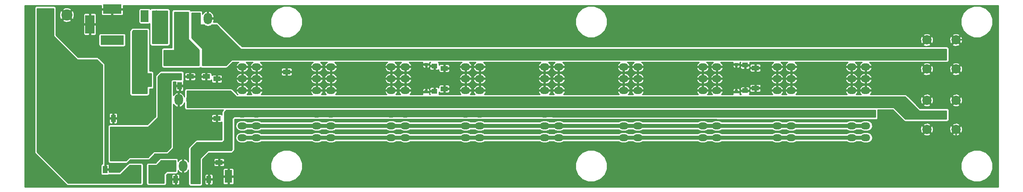
<source format=gtl>
G04 #@! TF.FileFunction,Copper,L1,Top,Signal*
%FSLAX46Y46*%
G04 Gerber Fmt 4.6, Leading zero omitted, Abs format (unit mm)*
G04 Created by KiCad (PCBNEW 4.0.2-stable) date 2019-11-04 2:31:49 PM*
%MOMM*%
G01*
G04 APERTURE LIST*
%ADD10C,0.200000*%
%ADD11R,2.895600X5.410200*%
%ADD12R,1.000000X3.000000*%
%ADD13R,2.590800X7.289800*%
%ADD14R,2.400000X2.400000*%
%ADD15C,2.400000*%
%ADD16R,1.000000X1.600000*%
%ADD17R,1.600000X1.000000*%
%ADD18R,2.397760X2.397760*%
%ADD19R,1.600000X2.800000*%
%ADD20O,2.000000X1.500000*%
%ADD21R,2.000000X1.500000*%
%ADD22R,1.200000X3.900000*%
%ADD23R,3.900000X1.200000*%
%ADD24R,4.000000X2.000000*%
%ADD25R,5.000000X2.000000*%
%ADD26R,2.000000X4.000000*%
%ADD27R,1.700000X2.500000*%
%ADD28O,1.700000X2.500000*%
%ADD29R,0.750000X0.800000*%
%ADD30R,1.250000X1.000000*%
%ADD31C,1.524000*%
%ADD32C,2.000000*%
%ADD33R,1.800000X2.500000*%
%ADD34O,1.800000X2.500000*%
%ADD35R,1.800000X2.400000*%
%ADD36O,1.800000X2.400000*%
%ADD37C,1.000000*%
%ADD38C,0.350000*%
%ADD39C,0.250000*%
%ADD40C,0.254000*%
G04 APERTURE END LIST*
D10*
D11*
X52601400Y-93500000D03*
X42898600Y-93500000D03*
D12*
X41000000Y-93500000D03*
X54500000Y-93500000D03*
D13*
X42650500Y-107250000D03*
X47349500Y-107250000D03*
D12*
X49000000Y-107250000D03*
X41000000Y-107250000D03*
D14*
X31750000Y-79500000D03*
D15*
X36750000Y-79500000D03*
D16*
X43750000Y-101750000D03*
X46750000Y-101750000D03*
X57150000Y-114900000D03*
X60150000Y-114900000D03*
X58000000Y-94750000D03*
X61000000Y-94750000D03*
D17*
X63250000Y-92750000D03*
X63250000Y-89750000D03*
X69000000Y-98750000D03*
X69000000Y-101750000D03*
X84000000Y-91750000D03*
X84000000Y-88750000D03*
D16*
X64300000Y-114900000D03*
X67300000Y-114900000D03*
D17*
X69000000Y-96250000D03*
X69000000Y-93250000D03*
X66750000Y-92750000D03*
X66750000Y-89750000D03*
X69500000Y-108250000D03*
X69500000Y-111250000D03*
D18*
X57199640Y-84250000D03*
X52800360Y-84250000D03*
D19*
X71500000Y-114250000D03*
D20*
X192520000Y-105890000D03*
X189480000Y-105890000D03*
X189480000Y-103350000D03*
X192520000Y-103350000D03*
X192520000Y-100810000D03*
X189480000Y-100810000D03*
X189480000Y-98270000D03*
X192520000Y-98270000D03*
X192520000Y-95730000D03*
X189480000Y-95730000D03*
D21*
X189480000Y-88110000D03*
D20*
X192520000Y-88110000D03*
X189480000Y-90650000D03*
X192520000Y-90650000D03*
X189480000Y-93190000D03*
X192520000Y-93190000D03*
X176520000Y-105890000D03*
X173480000Y-105890000D03*
X173480000Y-103350000D03*
X176520000Y-103350000D03*
X176520000Y-100810000D03*
X173480000Y-100810000D03*
X173480000Y-98270000D03*
X176520000Y-98270000D03*
X176520000Y-95730000D03*
X173480000Y-95730000D03*
D21*
X173480000Y-88110000D03*
D20*
X176520000Y-88110000D03*
X173480000Y-90650000D03*
X176520000Y-90650000D03*
X173480000Y-93190000D03*
X176520000Y-93190000D03*
X159520000Y-105890000D03*
X156480000Y-105890000D03*
X156480000Y-103350000D03*
X159520000Y-103350000D03*
X159520000Y-100810000D03*
X156480000Y-100810000D03*
X156480000Y-98270000D03*
X159520000Y-98270000D03*
X159520000Y-95730000D03*
X156480000Y-95730000D03*
D21*
X156480000Y-88110000D03*
D20*
X159520000Y-88110000D03*
X156480000Y-90650000D03*
X159520000Y-90650000D03*
X156480000Y-93190000D03*
X159520000Y-93190000D03*
X142520000Y-105890000D03*
X139480000Y-105890000D03*
X139480000Y-103350000D03*
X142520000Y-103350000D03*
X142520000Y-100810000D03*
X139480000Y-100810000D03*
X139480000Y-98270000D03*
X142520000Y-98270000D03*
X142520000Y-95730000D03*
X139480000Y-95730000D03*
D21*
X139480000Y-88110000D03*
D20*
X142520000Y-88110000D03*
X139480000Y-90650000D03*
X142520000Y-90650000D03*
X139480000Y-93190000D03*
X142520000Y-93190000D03*
X125520000Y-105890000D03*
X122480000Y-105890000D03*
X122480000Y-103350000D03*
X125520000Y-103350000D03*
X125520000Y-100810000D03*
X122480000Y-100810000D03*
X122480000Y-98270000D03*
X125520000Y-98270000D03*
X125520000Y-95730000D03*
X122480000Y-95730000D03*
D21*
X122480000Y-88110000D03*
D20*
X125520000Y-88110000D03*
X122480000Y-90650000D03*
X125520000Y-90650000D03*
X122480000Y-93190000D03*
X125520000Y-93190000D03*
X109520000Y-105890000D03*
X106480000Y-105890000D03*
X106480000Y-103350000D03*
X109520000Y-103350000D03*
X109520000Y-100810000D03*
X106480000Y-100810000D03*
X106480000Y-98270000D03*
X109520000Y-98270000D03*
X109520000Y-95730000D03*
X106480000Y-95730000D03*
D21*
X106480000Y-88110000D03*
D20*
X109520000Y-88110000D03*
X106480000Y-90650000D03*
X109520000Y-90650000D03*
X106480000Y-93190000D03*
X109520000Y-93190000D03*
X93520000Y-105890000D03*
X90480000Y-105890000D03*
X90480000Y-103350000D03*
X93520000Y-103350000D03*
X93520000Y-100810000D03*
X90480000Y-100810000D03*
X90480000Y-98270000D03*
X93520000Y-98270000D03*
X93520000Y-95730000D03*
X90480000Y-95730000D03*
D21*
X90480000Y-88110000D03*
D20*
X93520000Y-88110000D03*
X90480000Y-90650000D03*
X93520000Y-90650000D03*
X90480000Y-93190000D03*
X93520000Y-93190000D03*
D22*
X52100000Y-113750000D03*
X54900000Y-113750000D03*
D23*
X59500000Y-92650000D03*
X59500000Y-89850000D03*
D24*
X46500000Y-78250000D03*
D25*
X46500000Y-84900000D03*
D26*
X41700000Y-81500000D03*
D27*
X53500000Y-79750000D03*
D28*
X56040000Y-79750000D03*
D20*
X77520000Y-105890000D03*
X74480000Y-105890000D03*
X74480000Y-103350000D03*
X77520000Y-103350000D03*
X77520000Y-100810000D03*
X74480000Y-100810000D03*
X74480000Y-98270000D03*
X77520000Y-98270000D03*
X77520000Y-95730000D03*
X74480000Y-95730000D03*
D21*
X74480000Y-88110000D03*
D20*
X77520000Y-88110000D03*
X74480000Y-90650000D03*
X77520000Y-90650000D03*
X74480000Y-93190000D03*
X77520000Y-93190000D03*
X208520000Y-105890000D03*
X205480000Y-105890000D03*
X205480000Y-103350000D03*
X208520000Y-103350000D03*
X208520000Y-100810000D03*
X205480000Y-100810000D03*
X205480000Y-98270000D03*
X208520000Y-98270000D03*
X208520000Y-95730000D03*
X205480000Y-95730000D03*
D21*
X205480000Y-88110000D03*
D20*
X208520000Y-88110000D03*
X205480000Y-90650000D03*
X208520000Y-90650000D03*
X205480000Y-93190000D03*
X208520000Y-93190000D03*
D29*
X114000000Y-88650000D03*
X114000000Y-90150000D03*
D30*
X115800000Y-90500000D03*
X115800000Y-88500000D03*
D17*
X117900000Y-91000000D03*
X117900000Y-88000000D03*
D29*
X180700000Y-88650000D03*
X180700000Y-90150000D03*
D30*
X182600000Y-90300000D03*
X182600000Y-88300000D03*
D17*
X184800000Y-90900000D03*
X184800000Y-87900000D03*
D29*
X114000000Y-96050000D03*
X114000000Y-97550000D03*
D30*
X115800000Y-97900000D03*
X115800000Y-95900000D03*
D17*
X117900000Y-98400000D03*
X117900000Y-95400000D03*
D29*
X180700000Y-96050000D03*
X180700000Y-97550000D03*
D30*
X182600000Y-97800000D03*
X182600000Y-95800000D03*
D17*
X184800000Y-98250000D03*
X184800000Y-95250000D03*
D31*
X224800000Y-101000000D03*
D32*
X221670000Y-97870000D03*
X221670000Y-104130000D03*
X227930000Y-104130000D03*
X227930000Y-97870000D03*
D31*
X224800000Y-88000000D03*
D32*
X221670000Y-84870000D03*
X221670000Y-91130000D03*
X227930000Y-91130000D03*
X227930000Y-84870000D03*
D16*
X42000000Y-112750000D03*
X45000000Y-112750000D03*
D33*
X62000000Y-80250000D03*
D34*
X64540000Y-80250000D03*
X67080000Y-80250000D03*
D33*
X58250000Y-97750000D03*
D34*
X60790000Y-97750000D03*
X63330000Y-97750000D03*
D35*
X59210000Y-111980000D03*
D36*
X61750000Y-111980000D03*
X64290000Y-112030000D03*
D37*
X236000000Y-115750000D03*
X236000000Y-78000000D03*
X75000000Y-115750000D03*
X80000000Y-115750000D03*
X90000000Y-115750000D03*
X95000000Y-115750000D03*
X100000000Y-115750000D03*
X105000000Y-115750000D03*
X110000000Y-115750000D03*
X115000000Y-115750000D03*
X120000000Y-115750000D03*
X125000000Y-115750000D03*
X130000000Y-115750000D03*
X135000000Y-115750000D03*
X140000000Y-115750000D03*
X155000000Y-115750000D03*
X145000000Y-115750000D03*
X160000000Y-115750000D03*
X165000000Y-115750000D03*
X170000000Y-115750000D03*
X175000000Y-115750000D03*
X180000000Y-115750000D03*
X185000000Y-115750000D03*
X190000000Y-115750000D03*
X195000000Y-115750000D03*
X200000000Y-115750000D03*
X205000000Y-115750000D03*
X210000000Y-115750000D03*
X215000000Y-115750000D03*
X220000000Y-115750000D03*
X225000000Y-115750000D03*
X28750000Y-115000000D03*
X28750000Y-110000000D03*
X28750000Y-105000000D03*
X28750000Y-100000000D03*
X28750000Y-95000000D03*
X28750000Y-90000000D03*
X28750000Y-85000000D03*
X28750000Y-80000000D03*
X236000000Y-107000000D03*
X236000000Y-102000000D03*
X236000000Y-97000000D03*
X236000000Y-92000000D03*
X236000000Y-87000000D03*
X90000000Y-78000000D03*
X95000000Y-78000000D03*
X100000000Y-78000000D03*
X105000000Y-78000000D03*
X110000000Y-78000000D03*
X115000000Y-78000000D03*
X120000000Y-78000000D03*
X125000000Y-78000000D03*
X130000000Y-78000000D03*
X135000000Y-78000000D03*
X140000000Y-78000000D03*
X145000000Y-78000000D03*
X155000000Y-78000000D03*
X160000000Y-78000000D03*
X165000000Y-78000000D03*
X170000000Y-78000000D03*
X175000000Y-78000000D03*
X180000000Y-78000000D03*
X185000000Y-78000000D03*
X190000000Y-78000000D03*
X195000000Y-78000000D03*
X200000000Y-78000000D03*
X205000000Y-78000000D03*
X210000000Y-78000000D03*
X215000000Y-78000000D03*
X220000000Y-78000000D03*
X225000000Y-78000000D03*
X60000000Y-78000000D03*
X80000000Y-78000000D03*
X75000000Y-78000000D03*
X70000000Y-78000000D03*
X51500000Y-101700000D03*
X50400000Y-101700000D03*
X49300000Y-101700000D03*
X48200000Y-101700000D03*
X47800000Y-112200000D03*
X82900000Y-93200000D03*
X85200000Y-93200000D03*
X84000000Y-93200000D03*
X69000000Y-105400000D03*
X69000000Y-104300000D03*
X69000000Y-103200000D03*
X66800000Y-94500000D03*
X65000000Y-94500000D03*
X63200000Y-94500000D03*
X69000000Y-91800000D03*
X46500000Y-112750000D03*
D38*
X236000000Y-87000000D02*
X236000000Y-78000000D01*
X236000000Y-87000000D02*
X236000000Y-85000000D01*
X236000000Y-85000000D02*
X235870000Y-84870000D01*
X90000000Y-115750000D02*
X80000000Y-115750000D01*
X100000000Y-115750000D02*
X95000000Y-115750000D01*
X110000000Y-115750000D02*
X105000000Y-115750000D01*
X120000000Y-115750000D02*
X115000000Y-115750000D01*
X130000000Y-115750000D02*
X125000000Y-115750000D01*
X140000000Y-115750000D02*
X135000000Y-115750000D01*
X155000000Y-115750000D02*
X145000000Y-115750000D01*
X160000000Y-115750000D02*
X155000000Y-115750000D01*
X170000000Y-115750000D02*
X165000000Y-115750000D01*
X180000000Y-115750000D02*
X175000000Y-115750000D01*
X190000000Y-115750000D02*
X185000000Y-115750000D01*
X200000000Y-115750000D02*
X195000000Y-115750000D01*
X210000000Y-115750000D02*
X205000000Y-115750000D01*
X220000000Y-115750000D02*
X215000000Y-115750000D01*
X227930000Y-104130000D02*
X227930000Y-112820000D01*
X227930000Y-112820000D02*
X225000000Y-115750000D01*
X28750000Y-110000000D02*
X28750000Y-115000000D01*
X28750000Y-100000000D02*
X28750000Y-105000000D01*
X28750000Y-90000000D02*
X28750000Y-95000000D01*
X28750000Y-80000000D02*
X28750000Y-85000000D01*
X236000000Y-97000000D02*
X236000000Y-102000000D01*
X236000000Y-92000000D02*
X236000000Y-97000000D01*
X227930000Y-84870000D02*
X235870000Y-84870000D01*
X235870000Y-86870000D02*
X236000000Y-87000000D01*
X100000000Y-78000000D02*
X95000000Y-78000000D01*
X110000000Y-78000000D02*
X105000000Y-78000000D01*
X120000000Y-78000000D02*
X115000000Y-78000000D01*
X130000000Y-78000000D02*
X125000000Y-78000000D01*
X140000000Y-78000000D02*
X135000000Y-78000000D01*
X150603002Y-85000000D02*
X148396998Y-85000000D01*
X148396998Y-85000000D02*
X145000000Y-81603002D01*
X145000000Y-81603002D02*
X145000000Y-78000000D01*
X155000000Y-80603002D02*
X150603002Y-85000000D01*
X155000000Y-78000000D02*
X155000000Y-80603002D01*
X165000000Y-78000000D02*
X160000000Y-78000000D01*
X175000000Y-78000000D02*
X170000000Y-78000000D01*
X185000000Y-78000000D02*
X180000000Y-78000000D01*
X195000000Y-78000000D02*
X190000000Y-78000000D01*
X205000000Y-78000000D02*
X200000000Y-78000000D01*
X215000000Y-78000000D02*
X210000000Y-78000000D01*
X225000000Y-78000000D02*
X220000000Y-78000000D01*
X70000000Y-78000000D02*
X60000000Y-78000000D01*
X70000000Y-78000000D02*
X75000000Y-78000000D01*
X49300000Y-101700000D02*
X50400000Y-101700000D01*
X46750000Y-101750000D02*
X48150000Y-101750000D01*
X48150000Y-101750000D02*
X48200000Y-101700000D01*
X46500000Y-112750000D02*
X47250000Y-112750000D01*
X47250000Y-112750000D02*
X47800000Y-112200000D01*
X85200000Y-93200000D02*
X82900000Y-93200000D01*
X84000000Y-91750000D02*
X84000000Y-93200000D01*
X69000000Y-104300000D02*
X69000000Y-105400000D01*
X69000000Y-101750000D02*
X69000000Y-103200000D01*
X65000000Y-94500000D02*
X66800000Y-94500000D01*
X63250000Y-92750000D02*
X63250000Y-94450000D01*
X63250000Y-94450000D02*
X63200000Y-94500000D01*
X69000000Y-93250000D02*
X69000000Y-91800000D01*
X45000000Y-112750000D02*
X45000000Y-110500000D01*
X45000000Y-112750000D02*
X46500000Y-112750000D01*
X90620000Y-105780000D02*
X90730000Y-105890000D01*
D39*
G36*
X44121000Y-78027850D02*
X44215750Y-78122600D01*
X46372600Y-78122600D01*
X46372600Y-78102600D01*
X46627400Y-78102600D01*
X46627400Y-78122600D01*
X48784250Y-78122600D01*
X48879000Y-78027850D01*
X48879000Y-77500000D01*
X237000000Y-77500000D01*
X237000000Y-116500000D01*
X27750000Y-116500000D01*
X27750000Y-78000000D01*
X29825000Y-78000000D01*
X29825000Y-109000000D01*
X29856237Y-109159924D01*
X29949480Y-109300520D01*
X36699480Y-116050520D01*
X36834651Y-116141516D01*
X37000000Y-116175000D01*
X52750000Y-116175000D01*
X52904469Y-116145935D01*
X53046340Y-116054643D01*
X53141516Y-115915349D01*
X53175000Y-115750000D01*
X53175000Y-111750000D01*
X53825000Y-111750000D01*
X53825000Y-115750000D01*
X53854065Y-115904469D01*
X53945357Y-116046340D01*
X54084651Y-116141516D01*
X54250000Y-116175000D01*
X57750000Y-116175000D01*
X57904469Y-116145935D01*
X58046340Y-116054643D01*
X58141516Y-115915349D01*
X58175000Y-115750000D01*
X58175000Y-115122150D01*
X59271000Y-115122150D01*
X59271000Y-115775388D01*
X59328699Y-115914686D01*
X59435314Y-116021301D01*
X59574612Y-116079000D01*
X59927850Y-116079000D01*
X60022600Y-115984250D01*
X60022600Y-115027400D01*
X60277400Y-115027400D01*
X60277400Y-115984250D01*
X60372150Y-116079000D01*
X60725388Y-116079000D01*
X60864686Y-116021301D01*
X60971301Y-115914686D01*
X61029000Y-115775388D01*
X61029000Y-115122150D01*
X60934250Y-115027400D01*
X60277400Y-115027400D01*
X60022600Y-115027400D01*
X59365750Y-115027400D01*
X59271000Y-115122150D01*
X58175000Y-115122150D01*
X58175000Y-114024612D01*
X59271000Y-114024612D01*
X59271000Y-114677850D01*
X59365750Y-114772600D01*
X60022600Y-114772600D01*
X60022600Y-113815750D01*
X60277400Y-113815750D01*
X60277400Y-114772600D01*
X60934250Y-114772600D01*
X61029000Y-114677850D01*
X61029000Y-114024612D01*
X60971301Y-113885314D01*
X60864686Y-113778699D01*
X60725388Y-113721000D01*
X60372150Y-113721000D01*
X60277400Y-113815750D01*
X60022600Y-113815750D01*
X59927850Y-113721000D01*
X59574612Y-113721000D01*
X59435314Y-113778699D01*
X59328699Y-113885314D01*
X59271000Y-114024612D01*
X58175000Y-114024612D01*
X58175000Y-113926040D01*
X58426040Y-113675000D01*
X60250000Y-113675000D01*
X60404469Y-113645935D01*
X60546340Y-113554643D01*
X60641516Y-113415349D01*
X60675000Y-113250000D01*
X60675000Y-112957532D01*
X60935696Y-113274475D01*
X61378250Y-113510396D01*
X61425084Y-113517041D01*
X61622600Y-113457377D01*
X61622600Y-112107400D01*
X61602600Y-112107400D01*
X61602600Y-111852600D01*
X61622600Y-111852600D01*
X61622600Y-110502623D01*
X61425084Y-110442959D01*
X61378250Y-110449604D01*
X60935696Y-110685525D01*
X60675000Y-111002468D01*
X60675000Y-110750000D01*
X60645935Y-110595531D01*
X60554643Y-110453660D01*
X60415349Y-110358484D01*
X60250000Y-110325000D01*
X57000000Y-110325000D01*
X56840076Y-110356237D01*
X56699480Y-110449480D01*
X55823960Y-111325000D01*
X54250000Y-111325000D01*
X54095531Y-111354065D01*
X53953660Y-111445357D01*
X53858484Y-111584651D01*
X53825000Y-111750000D01*
X53175000Y-111750000D01*
X53145935Y-111595531D01*
X53054643Y-111453660D01*
X52915349Y-111358484D01*
X52750000Y-111325000D01*
X50250000Y-111325000D01*
X50090076Y-111356237D01*
X49949480Y-111449480D01*
X48073960Y-113325000D01*
X45879000Y-113325000D01*
X45879000Y-112972150D01*
X45784250Y-112877400D01*
X45127400Y-112877400D01*
X45127400Y-112897400D01*
X44925000Y-112897400D01*
X44925000Y-111665750D01*
X45127400Y-111665750D01*
X45127400Y-112622600D01*
X45784250Y-112622600D01*
X45879000Y-112527850D01*
X45879000Y-111874612D01*
X45821301Y-111735314D01*
X45714686Y-111628699D01*
X45575388Y-111571000D01*
X45222150Y-111571000D01*
X45127400Y-111665750D01*
X44925000Y-111665750D01*
X44925000Y-103500000D01*
X45575000Y-103500000D01*
X45575000Y-111000000D01*
X45604065Y-111154469D01*
X45695357Y-111296340D01*
X45834651Y-111391516D01*
X46000000Y-111425000D01*
X49500000Y-111425000D01*
X49659924Y-111393763D01*
X49800520Y-111300520D01*
X50426040Y-110675000D01*
X54250000Y-110675000D01*
X54409924Y-110643763D01*
X54550520Y-110550520D01*
X55676040Y-109425000D01*
X58250000Y-109425000D01*
X58409924Y-109393763D01*
X58550520Y-109300520D01*
X59550520Y-108300520D01*
X59641516Y-108165349D01*
X59675000Y-108000000D01*
X59675000Y-101972150D01*
X67821000Y-101972150D01*
X67821000Y-102325388D01*
X67878699Y-102464686D01*
X67985314Y-102571301D01*
X68124612Y-102629000D01*
X68777850Y-102629000D01*
X68872600Y-102534250D01*
X68872600Y-101877400D01*
X67915750Y-101877400D01*
X67821000Y-101972150D01*
X59675000Y-101972150D01*
X59675000Y-101174612D01*
X67821000Y-101174612D01*
X67821000Y-101527850D01*
X67915750Y-101622600D01*
X68872600Y-101622600D01*
X68872600Y-100965750D01*
X68777850Y-100871000D01*
X68124612Y-100871000D01*
X67985314Y-100928699D01*
X67878699Y-101035314D01*
X67821000Y-101174612D01*
X59675000Y-101174612D01*
X59675000Y-98728901D01*
X59975696Y-99094475D01*
X60418250Y-99330396D01*
X60465084Y-99337041D01*
X60662600Y-99277377D01*
X60662600Y-97877400D01*
X60642600Y-97877400D01*
X60642600Y-97622600D01*
X60662600Y-97622600D01*
X60662600Y-96222623D01*
X60917400Y-96222623D01*
X60917400Y-97622600D01*
X60937400Y-97622600D01*
X60937400Y-97877400D01*
X60917400Y-97877400D01*
X60917400Y-99277377D01*
X61114916Y-99337041D01*
X61161750Y-99330396D01*
X61604304Y-99094475D01*
X61922888Y-98707154D01*
X62025000Y-98371873D01*
X62025000Y-99500000D01*
X62054065Y-99654469D01*
X62145357Y-99796340D01*
X62284651Y-99891516D01*
X62450000Y-99925000D01*
X70373960Y-99925000D01*
X70199480Y-100099480D01*
X70108484Y-100234651D01*
X70075000Y-100400000D01*
X70075000Y-100989013D01*
X70014686Y-100928699D01*
X69875388Y-100871000D01*
X69222150Y-100871000D01*
X69127400Y-100965750D01*
X69127400Y-101622600D01*
X69147400Y-101622600D01*
X69147400Y-101877400D01*
X69127400Y-101877400D01*
X69127400Y-102534250D01*
X69222150Y-102629000D01*
X69875388Y-102629000D01*
X70014686Y-102571301D01*
X70075000Y-102510987D01*
X70075000Y-106323960D01*
X70023960Y-106375000D01*
X64700000Y-106375000D01*
X64540076Y-106406237D01*
X64399480Y-106499480D01*
X62999480Y-107899480D01*
X62908484Y-108034651D01*
X62875000Y-108200000D01*
X62875000Y-111063256D01*
X62564304Y-110685525D01*
X62121750Y-110449604D01*
X62074916Y-110442959D01*
X61877400Y-110502623D01*
X61877400Y-111852600D01*
X61897400Y-111852600D01*
X61897400Y-112107400D01*
X61877400Y-112107400D01*
X61877400Y-113457377D01*
X62074916Y-113517041D01*
X62121750Y-113510396D01*
X62564304Y-113274475D01*
X62875000Y-112896744D01*
X62875000Y-115900000D01*
X62904065Y-116054469D01*
X62995357Y-116196340D01*
X63134651Y-116291516D01*
X63300000Y-116325000D01*
X65500000Y-116325000D01*
X65654469Y-116295935D01*
X65796340Y-116204643D01*
X65891516Y-116065349D01*
X65925000Y-115900000D01*
X65925000Y-115122150D01*
X66421000Y-115122150D01*
X66421000Y-115775388D01*
X66478699Y-115914686D01*
X66585314Y-116021301D01*
X66724612Y-116079000D01*
X67077850Y-116079000D01*
X67172600Y-115984250D01*
X67172600Y-115027400D01*
X67427400Y-115027400D01*
X67427400Y-115984250D01*
X67522150Y-116079000D01*
X67875388Y-116079000D01*
X68014686Y-116021301D01*
X68121301Y-115914686D01*
X68179000Y-115775388D01*
X68179000Y-115122150D01*
X68084250Y-115027400D01*
X67427400Y-115027400D01*
X67172600Y-115027400D01*
X66515750Y-115027400D01*
X66421000Y-115122150D01*
X65925000Y-115122150D01*
X65925000Y-114024612D01*
X66421000Y-114024612D01*
X66421000Y-114677850D01*
X66515750Y-114772600D01*
X67172600Y-114772600D01*
X67172600Y-113815750D01*
X67427400Y-113815750D01*
X67427400Y-114772600D01*
X68084250Y-114772600D01*
X68179000Y-114677850D01*
X68179000Y-114472150D01*
X70321000Y-114472150D01*
X70321000Y-115725388D01*
X70378699Y-115864686D01*
X70485314Y-115971301D01*
X70624612Y-116029000D01*
X71277850Y-116029000D01*
X71372600Y-115934250D01*
X71372600Y-114377400D01*
X71627400Y-114377400D01*
X71627400Y-115934250D01*
X71722150Y-116029000D01*
X72375388Y-116029000D01*
X72514686Y-115971301D01*
X72621301Y-115864686D01*
X72679000Y-115725388D01*
X72679000Y-114472150D01*
X72584250Y-114377400D01*
X71627400Y-114377400D01*
X71372600Y-114377400D01*
X70415750Y-114377400D01*
X70321000Y-114472150D01*
X68179000Y-114472150D01*
X68179000Y-114024612D01*
X68121301Y-113885314D01*
X68014686Y-113778699D01*
X67875388Y-113721000D01*
X67522150Y-113721000D01*
X67427400Y-113815750D01*
X67172600Y-113815750D01*
X67077850Y-113721000D01*
X66724612Y-113721000D01*
X66585314Y-113778699D01*
X66478699Y-113885314D01*
X66421000Y-114024612D01*
X65925000Y-114024612D01*
X65925000Y-112774612D01*
X70321000Y-112774612D01*
X70321000Y-114027850D01*
X70415750Y-114122600D01*
X71372600Y-114122600D01*
X71372600Y-112565750D01*
X71627400Y-112565750D01*
X71627400Y-114122600D01*
X72584250Y-114122600D01*
X72679000Y-114027850D01*
X72679000Y-112774612D01*
X72639101Y-112678286D01*
X80574407Y-112678286D01*
X81094733Y-113937572D01*
X82057360Y-114901881D01*
X83315736Y-115424404D01*
X84678286Y-115425593D01*
X85937572Y-114905267D01*
X86901881Y-113942640D01*
X87424404Y-112684264D01*
X87424409Y-112678286D01*
X146074407Y-112678286D01*
X146594733Y-113937572D01*
X147557360Y-114901881D01*
X148815736Y-115424404D01*
X150178286Y-115425593D01*
X151437572Y-114905267D01*
X152401881Y-113942640D01*
X152924404Y-112684264D01*
X152924409Y-112678286D01*
X228984407Y-112678286D01*
X229504733Y-113937572D01*
X230467360Y-114901881D01*
X231725736Y-115424404D01*
X233088286Y-115425593D01*
X234347572Y-114905267D01*
X235311881Y-113942640D01*
X235834404Y-112684264D01*
X235835593Y-111321714D01*
X235315267Y-110062428D01*
X234352640Y-109098119D01*
X233094264Y-108575596D01*
X231731714Y-108574407D01*
X230472428Y-109094733D01*
X229508119Y-110057360D01*
X228985596Y-111315736D01*
X228984407Y-112678286D01*
X152924409Y-112678286D01*
X152925593Y-111321714D01*
X152405267Y-110062428D01*
X151442640Y-109098119D01*
X150184264Y-108575596D01*
X148821714Y-108574407D01*
X147562428Y-109094733D01*
X146598119Y-110057360D01*
X146075596Y-111315736D01*
X146074407Y-112678286D01*
X87424409Y-112678286D01*
X87425593Y-111321714D01*
X86905267Y-110062428D01*
X85942640Y-109098119D01*
X84684264Y-108575596D01*
X83321714Y-108574407D01*
X82062428Y-109094733D01*
X81098119Y-110057360D01*
X80575596Y-111315736D01*
X80574407Y-112678286D01*
X72639101Y-112678286D01*
X72621301Y-112635314D01*
X72514686Y-112528699D01*
X72375388Y-112471000D01*
X71722150Y-112471000D01*
X71627400Y-112565750D01*
X71372600Y-112565750D01*
X71277850Y-112471000D01*
X70624612Y-112471000D01*
X70485314Y-112528699D01*
X70378699Y-112635314D01*
X70321000Y-112774612D01*
X65925000Y-112774612D01*
X65925000Y-111472150D01*
X68321000Y-111472150D01*
X68321000Y-111825388D01*
X68378699Y-111964686D01*
X68485314Y-112071301D01*
X68624612Y-112129000D01*
X69277850Y-112129000D01*
X69372600Y-112034250D01*
X69372600Y-111377400D01*
X69627400Y-111377400D01*
X69627400Y-112034250D01*
X69722150Y-112129000D01*
X70375388Y-112129000D01*
X70514686Y-112071301D01*
X70621301Y-111964686D01*
X70679000Y-111825388D01*
X70679000Y-111472150D01*
X70584250Y-111377400D01*
X69627400Y-111377400D01*
X69372600Y-111377400D01*
X68415750Y-111377400D01*
X68321000Y-111472150D01*
X65925000Y-111472150D01*
X65925000Y-110674612D01*
X68321000Y-110674612D01*
X68321000Y-111027850D01*
X68415750Y-111122600D01*
X69372600Y-111122600D01*
X69372600Y-110465750D01*
X69627400Y-110465750D01*
X69627400Y-111122600D01*
X70584250Y-111122600D01*
X70679000Y-111027850D01*
X70679000Y-110674612D01*
X70621301Y-110535314D01*
X70514686Y-110428699D01*
X70375388Y-110371000D01*
X69722150Y-110371000D01*
X69627400Y-110465750D01*
X69372600Y-110465750D01*
X69277850Y-110371000D01*
X68624612Y-110371000D01*
X68485314Y-110428699D01*
X68378699Y-110535314D01*
X68321000Y-110674612D01*
X65925000Y-110674612D01*
X65925000Y-110576040D01*
X67276040Y-109225000D01*
X72100000Y-109225000D01*
X72259924Y-109193763D01*
X72400520Y-109100520D01*
X72700520Y-108800520D01*
X72791516Y-108665349D01*
X72825000Y-108500000D01*
X72825000Y-105890000D01*
X73027083Y-105890000D01*
X73116525Y-106339653D01*
X73371233Y-106720850D01*
X73752430Y-106975558D01*
X74202083Y-107065000D01*
X74757917Y-107065000D01*
X75207570Y-106975558D01*
X75529576Y-106760400D01*
X76470424Y-106760400D01*
X76792430Y-106975558D01*
X77242083Y-107065000D01*
X77797917Y-107065000D01*
X78247570Y-106975558D01*
X78569576Y-106760400D01*
X89430424Y-106760400D01*
X89752430Y-106975558D01*
X90202083Y-107065000D01*
X90757917Y-107065000D01*
X91207570Y-106975558D01*
X91529576Y-106760400D01*
X92470424Y-106760400D01*
X92792430Y-106975558D01*
X93242083Y-107065000D01*
X93797917Y-107065000D01*
X94247570Y-106975558D01*
X94569576Y-106760400D01*
X105430424Y-106760400D01*
X105752430Y-106975558D01*
X106202083Y-107065000D01*
X106757917Y-107065000D01*
X107207570Y-106975558D01*
X107529576Y-106760400D01*
X108470424Y-106760400D01*
X108792430Y-106975558D01*
X109242083Y-107065000D01*
X109797917Y-107065000D01*
X110247570Y-106975558D01*
X110569576Y-106760400D01*
X121430424Y-106760400D01*
X121752430Y-106975558D01*
X122202083Y-107065000D01*
X122757917Y-107065000D01*
X123207570Y-106975558D01*
X123529576Y-106760400D01*
X124470424Y-106760400D01*
X124792430Y-106975558D01*
X125242083Y-107065000D01*
X125797917Y-107065000D01*
X126247570Y-106975558D01*
X126569576Y-106760400D01*
X138430424Y-106760400D01*
X138752430Y-106975558D01*
X139202083Y-107065000D01*
X139757917Y-107065000D01*
X140207570Y-106975558D01*
X140529576Y-106760400D01*
X141470424Y-106760400D01*
X141792430Y-106975558D01*
X142242083Y-107065000D01*
X142797917Y-107065000D01*
X143247570Y-106975558D01*
X143569576Y-106760400D01*
X155430424Y-106760400D01*
X155752430Y-106975558D01*
X156202083Y-107065000D01*
X156757917Y-107065000D01*
X157207570Y-106975558D01*
X157529576Y-106760400D01*
X158470424Y-106760400D01*
X158792430Y-106975558D01*
X159242083Y-107065000D01*
X159797917Y-107065000D01*
X160247570Y-106975558D01*
X160569576Y-106760400D01*
X172430424Y-106760400D01*
X172752430Y-106975558D01*
X173202083Y-107065000D01*
X173757917Y-107065000D01*
X174207570Y-106975558D01*
X174529576Y-106760400D01*
X175470424Y-106760400D01*
X175792430Y-106975558D01*
X176242083Y-107065000D01*
X176797917Y-107065000D01*
X177247570Y-106975558D01*
X177569576Y-106760400D01*
X188430424Y-106760400D01*
X188752430Y-106975558D01*
X189202083Y-107065000D01*
X189757917Y-107065000D01*
X190207570Y-106975558D01*
X190529576Y-106760400D01*
X191470424Y-106760400D01*
X191792430Y-106975558D01*
X192242083Y-107065000D01*
X192797917Y-107065000D01*
X193247570Y-106975558D01*
X193569576Y-106760400D01*
X204430424Y-106760400D01*
X204752430Y-106975558D01*
X205202083Y-107065000D01*
X205757917Y-107065000D01*
X206207570Y-106975558D01*
X206529576Y-106760400D01*
X207470424Y-106760400D01*
X207792430Y-106975558D01*
X208242083Y-107065000D01*
X208797917Y-107065000D01*
X209247570Y-106975558D01*
X209628767Y-106720850D01*
X209883475Y-106339653D01*
X209972917Y-105890000D01*
X209883475Y-105440347D01*
X209684730Y-105142904D01*
X220837267Y-105142904D01*
X220950033Y-105337695D01*
X221467002Y-105521285D01*
X222014876Y-105493064D01*
X222389967Y-105337695D01*
X222502733Y-105142904D01*
X227097267Y-105142904D01*
X227210033Y-105337695D01*
X227727002Y-105521285D01*
X228274876Y-105493064D01*
X228649967Y-105337695D01*
X228762733Y-105142904D01*
X227930000Y-104310171D01*
X227097267Y-105142904D01*
X222502733Y-105142904D01*
X221670000Y-104310171D01*
X220837267Y-105142904D01*
X209684730Y-105142904D01*
X209628767Y-105059150D01*
X209247570Y-104804442D01*
X208797917Y-104715000D01*
X208242083Y-104715000D01*
X207792430Y-104804442D01*
X207484192Y-105010400D01*
X206515808Y-105010400D01*
X206207570Y-104804442D01*
X205757917Y-104715000D01*
X205202083Y-104715000D01*
X204752430Y-104804442D01*
X204444192Y-105010400D01*
X193555808Y-105010400D01*
X193247570Y-104804442D01*
X192797917Y-104715000D01*
X192242083Y-104715000D01*
X191792430Y-104804442D01*
X191484192Y-105010400D01*
X190515808Y-105010400D01*
X190207570Y-104804442D01*
X189757917Y-104715000D01*
X189202083Y-104715000D01*
X188752430Y-104804442D01*
X188444192Y-105010400D01*
X177555808Y-105010400D01*
X177247570Y-104804442D01*
X176797917Y-104715000D01*
X176242083Y-104715000D01*
X175792430Y-104804442D01*
X175484192Y-105010400D01*
X174515808Y-105010400D01*
X174207570Y-104804442D01*
X173757917Y-104715000D01*
X173202083Y-104715000D01*
X172752430Y-104804442D01*
X172444192Y-105010400D01*
X160555808Y-105010400D01*
X160247570Y-104804442D01*
X159797917Y-104715000D01*
X159242083Y-104715000D01*
X158792430Y-104804442D01*
X158484192Y-105010400D01*
X157515808Y-105010400D01*
X157207570Y-104804442D01*
X156757917Y-104715000D01*
X156202083Y-104715000D01*
X155752430Y-104804442D01*
X155444192Y-105010400D01*
X143555808Y-105010400D01*
X143247570Y-104804442D01*
X142797917Y-104715000D01*
X142242083Y-104715000D01*
X141792430Y-104804442D01*
X141484192Y-105010400D01*
X140515808Y-105010400D01*
X140207570Y-104804442D01*
X139757917Y-104715000D01*
X139202083Y-104715000D01*
X138752430Y-104804442D01*
X138444192Y-105010400D01*
X126555808Y-105010400D01*
X126247570Y-104804442D01*
X125797917Y-104715000D01*
X125242083Y-104715000D01*
X124792430Y-104804442D01*
X124484192Y-105010400D01*
X123515808Y-105010400D01*
X123207570Y-104804442D01*
X122757917Y-104715000D01*
X122202083Y-104715000D01*
X121752430Y-104804442D01*
X121444192Y-105010400D01*
X110555808Y-105010400D01*
X110247570Y-104804442D01*
X109797917Y-104715000D01*
X109242083Y-104715000D01*
X108792430Y-104804442D01*
X108484192Y-105010400D01*
X107515808Y-105010400D01*
X107207570Y-104804442D01*
X106757917Y-104715000D01*
X106202083Y-104715000D01*
X105752430Y-104804442D01*
X105444192Y-105010400D01*
X94555808Y-105010400D01*
X94247570Y-104804442D01*
X93797917Y-104715000D01*
X93242083Y-104715000D01*
X92792430Y-104804442D01*
X92484192Y-105010400D01*
X91515808Y-105010400D01*
X91207570Y-104804442D01*
X90757917Y-104715000D01*
X90202083Y-104715000D01*
X89752430Y-104804442D01*
X89444192Y-105010400D01*
X78555808Y-105010400D01*
X78247570Y-104804442D01*
X77797917Y-104715000D01*
X77242083Y-104715000D01*
X76792430Y-104804442D01*
X76484192Y-105010400D01*
X75515808Y-105010400D01*
X75207570Y-104804442D01*
X74757917Y-104715000D01*
X74202083Y-104715000D01*
X73752430Y-104804442D01*
X73371233Y-105059150D01*
X73116525Y-105440347D01*
X73027083Y-105890000D01*
X72825000Y-105890000D01*
X72825000Y-103350000D01*
X73027083Y-103350000D01*
X73116525Y-103799653D01*
X73371233Y-104180850D01*
X73752430Y-104435558D01*
X74202083Y-104525000D01*
X74757917Y-104525000D01*
X75207570Y-104435558D01*
X75522692Y-104225000D01*
X76477308Y-104225000D01*
X76792430Y-104435558D01*
X77242083Y-104525000D01*
X77797917Y-104525000D01*
X78247570Y-104435558D01*
X78562692Y-104225000D01*
X89437308Y-104225000D01*
X89752430Y-104435558D01*
X90202083Y-104525000D01*
X90757917Y-104525000D01*
X91207570Y-104435558D01*
X91522692Y-104225000D01*
X92477308Y-104225000D01*
X92792430Y-104435558D01*
X93242083Y-104525000D01*
X93797917Y-104525000D01*
X94247570Y-104435558D01*
X94562692Y-104225000D01*
X105437308Y-104225000D01*
X105752430Y-104435558D01*
X106202083Y-104525000D01*
X106757917Y-104525000D01*
X107207570Y-104435558D01*
X107522692Y-104225000D01*
X108477308Y-104225000D01*
X108792430Y-104435558D01*
X109242083Y-104525000D01*
X109797917Y-104525000D01*
X110247570Y-104435558D01*
X110562692Y-104225000D01*
X121437308Y-104225000D01*
X121752430Y-104435558D01*
X122202083Y-104525000D01*
X122757917Y-104525000D01*
X123207570Y-104435558D01*
X123522692Y-104225000D01*
X124477308Y-104225000D01*
X124792430Y-104435558D01*
X125242083Y-104525000D01*
X125797917Y-104525000D01*
X126247570Y-104435558D01*
X126562692Y-104225000D01*
X138437308Y-104225000D01*
X138752430Y-104435558D01*
X139202083Y-104525000D01*
X139757917Y-104525000D01*
X140207570Y-104435558D01*
X140522692Y-104225000D01*
X141477308Y-104225000D01*
X141792430Y-104435558D01*
X142242083Y-104525000D01*
X142797917Y-104525000D01*
X143247570Y-104435558D01*
X143562692Y-104225000D01*
X155437308Y-104225000D01*
X155752430Y-104435558D01*
X156202083Y-104525000D01*
X156757917Y-104525000D01*
X157207570Y-104435558D01*
X157522692Y-104225000D01*
X158477308Y-104225000D01*
X158792430Y-104435558D01*
X159242083Y-104525000D01*
X159797917Y-104525000D01*
X160247570Y-104435558D01*
X160562692Y-104225000D01*
X172437308Y-104225000D01*
X172752430Y-104435558D01*
X173202083Y-104525000D01*
X173757917Y-104525000D01*
X174207570Y-104435558D01*
X174522692Y-104225000D01*
X175477308Y-104225000D01*
X175792430Y-104435558D01*
X176242083Y-104525000D01*
X176797917Y-104525000D01*
X177247570Y-104435558D01*
X177562692Y-104225000D01*
X188437308Y-104225000D01*
X188752430Y-104435558D01*
X189202083Y-104525000D01*
X189757917Y-104525000D01*
X190207570Y-104435558D01*
X190522692Y-104225000D01*
X191477308Y-104225000D01*
X191792430Y-104435558D01*
X192242083Y-104525000D01*
X192797917Y-104525000D01*
X193247570Y-104435558D01*
X193562692Y-104225000D01*
X204437308Y-104225000D01*
X204752430Y-104435558D01*
X205202083Y-104525000D01*
X205757917Y-104525000D01*
X206207570Y-104435558D01*
X206522692Y-104225000D01*
X207477308Y-104225000D01*
X207792430Y-104435558D01*
X208242083Y-104525000D01*
X208797917Y-104525000D01*
X209247570Y-104435558D01*
X209628767Y-104180850D01*
X209798383Y-103927002D01*
X220278715Y-103927002D01*
X220306936Y-104474876D01*
X220462305Y-104849967D01*
X220657096Y-104962733D01*
X221489829Y-104130000D01*
X221850171Y-104130000D01*
X222682904Y-104962733D01*
X222877695Y-104849967D01*
X223061285Y-104332998D01*
X223040373Y-103927002D01*
X226538715Y-103927002D01*
X226566936Y-104474876D01*
X226722305Y-104849967D01*
X226917096Y-104962733D01*
X227749829Y-104130000D01*
X228110171Y-104130000D01*
X228942904Y-104962733D01*
X229137695Y-104849967D01*
X229321285Y-104332998D01*
X229293064Y-103785124D01*
X229137695Y-103410033D01*
X228942904Y-103297267D01*
X228110171Y-104130000D01*
X227749829Y-104130000D01*
X226917096Y-103297267D01*
X226722305Y-103410033D01*
X226538715Y-103927002D01*
X223040373Y-103927002D01*
X223033064Y-103785124D01*
X222877695Y-103410033D01*
X222682904Y-103297267D01*
X221850171Y-104130000D01*
X221489829Y-104130000D01*
X220657096Y-103297267D01*
X220462305Y-103410033D01*
X220278715Y-103927002D01*
X209798383Y-103927002D01*
X209883475Y-103799653D01*
X209972917Y-103350000D01*
X209926590Y-103117096D01*
X220837267Y-103117096D01*
X221670000Y-103949829D01*
X222502733Y-103117096D01*
X227097267Y-103117096D01*
X227930000Y-103949829D01*
X228762733Y-103117096D01*
X228649967Y-102922305D01*
X228132998Y-102738715D01*
X227585124Y-102766936D01*
X227210033Y-102922305D01*
X227097267Y-103117096D01*
X222502733Y-103117096D01*
X222389967Y-102922305D01*
X221872998Y-102738715D01*
X221325124Y-102766936D01*
X220950033Y-102922305D01*
X220837267Y-103117096D01*
X209926590Y-103117096D01*
X209883475Y-102900347D01*
X209628767Y-102519150D01*
X209247570Y-102264442D01*
X208797917Y-102175000D01*
X208242083Y-102175000D01*
X207792430Y-102264442D01*
X207477308Y-102475000D01*
X206522692Y-102475000D01*
X206207570Y-102264442D01*
X205757917Y-102175000D01*
X205202083Y-102175000D01*
X204752430Y-102264442D01*
X204437308Y-102475000D01*
X193562692Y-102475000D01*
X193247570Y-102264442D01*
X192797917Y-102175000D01*
X192242083Y-102175000D01*
X191792430Y-102264442D01*
X191477308Y-102475000D01*
X190522692Y-102475000D01*
X190207570Y-102264442D01*
X189757917Y-102175000D01*
X189202083Y-102175000D01*
X188752430Y-102264442D01*
X188437308Y-102475000D01*
X177562692Y-102475000D01*
X177247570Y-102264442D01*
X176797917Y-102175000D01*
X176242083Y-102175000D01*
X175792430Y-102264442D01*
X175477308Y-102475000D01*
X174522692Y-102475000D01*
X174207570Y-102264442D01*
X173757917Y-102175000D01*
X173202083Y-102175000D01*
X172752430Y-102264442D01*
X172437308Y-102475000D01*
X160562692Y-102475000D01*
X160247570Y-102264442D01*
X159797917Y-102175000D01*
X159242083Y-102175000D01*
X158792430Y-102264442D01*
X158477308Y-102475000D01*
X157522692Y-102475000D01*
X157207570Y-102264442D01*
X156757917Y-102175000D01*
X156202083Y-102175000D01*
X155752430Y-102264442D01*
X155437308Y-102475000D01*
X143562692Y-102475000D01*
X143247570Y-102264442D01*
X142797917Y-102175000D01*
X142242083Y-102175000D01*
X141792430Y-102264442D01*
X141477308Y-102475000D01*
X140522692Y-102475000D01*
X140207570Y-102264442D01*
X139757917Y-102175000D01*
X139202083Y-102175000D01*
X138752430Y-102264442D01*
X138437308Y-102475000D01*
X126562692Y-102475000D01*
X126247570Y-102264442D01*
X125797917Y-102175000D01*
X125242083Y-102175000D01*
X124792430Y-102264442D01*
X124477308Y-102475000D01*
X123522692Y-102475000D01*
X123207570Y-102264442D01*
X122757917Y-102175000D01*
X122202083Y-102175000D01*
X121752430Y-102264442D01*
X121437308Y-102475000D01*
X110562692Y-102475000D01*
X110247570Y-102264442D01*
X109797917Y-102175000D01*
X109242083Y-102175000D01*
X108792430Y-102264442D01*
X108477308Y-102475000D01*
X107522692Y-102475000D01*
X107207570Y-102264442D01*
X106757917Y-102175000D01*
X106202083Y-102175000D01*
X105752430Y-102264442D01*
X105437308Y-102475000D01*
X94562692Y-102475000D01*
X94247570Y-102264442D01*
X93797917Y-102175000D01*
X93242083Y-102175000D01*
X92792430Y-102264442D01*
X92477308Y-102475000D01*
X91522692Y-102475000D01*
X91207570Y-102264442D01*
X90757917Y-102175000D01*
X90202083Y-102175000D01*
X89752430Y-102264442D01*
X89437308Y-102475000D01*
X78562692Y-102475000D01*
X78247570Y-102264442D01*
X77797917Y-102175000D01*
X77242083Y-102175000D01*
X76792430Y-102264442D01*
X76477308Y-102475000D01*
X75522692Y-102475000D01*
X75207570Y-102264442D01*
X74757917Y-102175000D01*
X74202083Y-102175000D01*
X73752430Y-102264442D01*
X73371233Y-102519150D01*
X73116525Y-102900347D01*
X73027083Y-103350000D01*
X72825000Y-103350000D01*
X72825000Y-101976040D01*
X72875912Y-101925128D01*
X73904836Y-101925874D01*
X74202083Y-101985000D01*
X74757917Y-101985000D01*
X75050989Y-101926704D01*
X76955951Y-101928085D01*
X77242083Y-101985000D01*
X77797917Y-101985000D01*
X78079954Y-101928899D01*
X89963337Y-101937510D01*
X90202083Y-101985000D01*
X90757917Y-101985000D01*
X90992913Y-101938256D01*
X93014452Y-101939721D01*
X93242083Y-101985000D01*
X93797917Y-101985000D01*
X94021878Y-101940451D01*
X106021837Y-101949147D01*
X106202083Y-101985000D01*
X106757917Y-101985000D01*
X106934837Y-101949808D01*
X109072952Y-101951358D01*
X109242083Y-101985000D01*
X109797917Y-101985000D01*
X109963802Y-101952003D01*
X122080338Y-101960783D01*
X122202083Y-101985000D01*
X122757917Y-101985000D01*
X122876761Y-101961360D01*
X125131453Y-101962994D01*
X125242083Y-101985000D01*
X125797917Y-101985000D01*
X125905726Y-101963555D01*
X139142495Y-101973147D01*
X139202083Y-101985000D01*
X139757917Y-101985000D01*
X139815055Y-101973634D01*
X142193610Y-101975358D01*
X142242083Y-101985000D01*
X142797917Y-101985000D01*
X142844021Y-101975829D01*
X210699692Y-102025000D01*
X210854469Y-101995935D01*
X210996340Y-101904643D01*
X211091516Y-101765349D01*
X211125000Y-101600000D01*
X211125000Y-99925000D01*
X214323960Y-99925000D01*
X216699480Y-102300520D01*
X216834651Y-102391516D01*
X217000000Y-102425000D01*
X226000000Y-102425000D01*
X226154469Y-102395935D01*
X226296340Y-102304643D01*
X226391516Y-102165349D01*
X226425000Y-102000000D01*
X226425000Y-100000000D01*
X226395935Y-99845531D01*
X226304643Y-99703660D01*
X226165349Y-99608484D01*
X226000000Y-99575000D01*
X220176040Y-99575000D01*
X219483944Y-98882904D01*
X220837267Y-98882904D01*
X220950033Y-99077695D01*
X221467002Y-99261285D01*
X222014876Y-99233064D01*
X222389967Y-99077695D01*
X222502733Y-98882904D01*
X227097267Y-98882904D01*
X227210033Y-99077695D01*
X227727002Y-99261285D01*
X228274876Y-99233064D01*
X228649967Y-99077695D01*
X228762733Y-98882904D01*
X227930000Y-98050171D01*
X227097267Y-98882904D01*
X222502733Y-98882904D01*
X221670000Y-98050171D01*
X220837267Y-98882904D01*
X219483944Y-98882904D01*
X218268042Y-97667002D01*
X220278715Y-97667002D01*
X220306936Y-98214876D01*
X220462305Y-98589967D01*
X220657096Y-98702733D01*
X221489829Y-97870000D01*
X221850171Y-97870000D01*
X222682904Y-98702733D01*
X222877695Y-98589967D01*
X223061285Y-98072998D01*
X223040373Y-97667002D01*
X226538715Y-97667002D01*
X226566936Y-98214876D01*
X226722305Y-98589967D01*
X226917096Y-98702733D01*
X227749829Y-97870000D01*
X228110171Y-97870000D01*
X228942904Y-98702733D01*
X229137695Y-98589967D01*
X229321285Y-98072998D01*
X229293064Y-97525124D01*
X229137695Y-97150033D01*
X228942904Y-97037267D01*
X228110171Y-97870000D01*
X227749829Y-97870000D01*
X226917096Y-97037267D01*
X226722305Y-97150033D01*
X226538715Y-97667002D01*
X223040373Y-97667002D01*
X223033064Y-97525124D01*
X222877695Y-97150033D01*
X222682904Y-97037267D01*
X221850171Y-97870000D01*
X221489829Y-97870000D01*
X220657096Y-97037267D01*
X220462305Y-97150033D01*
X220278715Y-97667002D01*
X218268042Y-97667002D01*
X217458136Y-96857096D01*
X220837267Y-96857096D01*
X221670000Y-97689829D01*
X222502733Y-96857096D01*
X227097267Y-96857096D01*
X227930000Y-97689829D01*
X228762733Y-96857096D01*
X228649967Y-96662305D01*
X228132998Y-96478715D01*
X227585124Y-96506936D01*
X227210033Y-96662305D01*
X227097267Y-96857096D01*
X222502733Y-96857096D01*
X222389967Y-96662305D01*
X221872998Y-96478715D01*
X221325124Y-96506936D01*
X220950033Y-96662305D01*
X220837267Y-96857096D01*
X217458136Y-96857096D01*
X217300520Y-96699480D01*
X217165349Y-96608484D01*
X217000000Y-96575000D01*
X209511606Y-96575000D01*
X209616887Y-96496841D01*
X209845879Y-96114379D01*
X209858048Y-96031318D01*
X209796373Y-95857400D01*
X208647400Y-95857400D01*
X208647400Y-95877400D01*
X208392600Y-95877400D01*
X208392600Y-95857400D01*
X207243627Y-95857400D01*
X207181952Y-96031318D01*
X207194121Y-96114379D01*
X207423113Y-96496841D01*
X207528394Y-96575000D01*
X206471606Y-96575000D01*
X206576887Y-96496841D01*
X206805879Y-96114379D01*
X206818048Y-96031318D01*
X206756373Y-95857400D01*
X205607400Y-95857400D01*
X205607400Y-95877400D01*
X205352600Y-95877400D01*
X205352600Y-95857400D01*
X204203627Y-95857400D01*
X204141952Y-96031318D01*
X204154121Y-96114379D01*
X204383113Y-96496841D01*
X204488394Y-96575000D01*
X193511606Y-96575000D01*
X193616887Y-96496841D01*
X193845879Y-96114379D01*
X193858048Y-96031318D01*
X193796373Y-95857400D01*
X192647400Y-95857400D01*
X192647400Y-95877400D01*
X192392600Y-95877400D01*
X192392600Y-95857400D01*
X191243627Y-95857400D01*
X191181952Y-96031318D01*
X191194121Y-96114379D01*
X191423113Y-96496841D01*
X191528394Y-96575000D01*
X190471606Y-96575000D01*
X190576887Y-96496841D01*
X190805879Y-96114379D01*
X190818048Y-96031318D01*
X190756373Y-95857400D01*
X189607400Y-95857400D01*
X189607400Y-95877400D01*
X189352600Y-95877400D01*
X189352600Y-95857400D01*
X188203627Y-95857400D01*
X188141952Y-96031318D01*
X188154121Y-96114379D01*
X188383113Y-96496841D01*
X188488394Y-96575000D01*
X183485987Y-96575000D01*
X183546301Y-96514686D01*
X183604000Y-96375388D01*
X183604000Y-96022150D01*
X183509250Y-95927400D01*
X182727400Y-95927400D01*
X182727400Y-95947400D01*
X182472600Y-95947400D01*
X182472600Y-95927400D01*
X181690750Y-95927400D01*
X181596000Y-96022150D01*
X181596000Y-96375388D01*
X181653699Y-96514686D01*
X181714013Y-96575000D01*
X181433450Y-96575000D01*
X181454000Y-96525388D01*
X181454000Y-96272150D01*
X181359250Y-96177400D01*
X180827400Y-96177400D01*
X180827400Y-96197400D01*
X180572600Y-96197400D01*
X180572600Y-96177400D01*
X180040750Y-96177400D01*
X179946000Y-96272150D01*
X179946000Y-96525388D01*
X179966550Y-96575000D01*
X177511606Y-96575000D01*
X177616887Y-96496841D01*
X177845879Y-96114379D01*
X177858048Y-96031318D01*
X177796373Y-95857400D01*
X176647400Y-95857400D01*
X176647400Y-95877400D01*
X176392600Y-95877400D01*
X176392600Y-95857400D01*
X175243627Y-95857400D01*
X175181952Y-96031318D01*
X175194121Y-96114379D01*
X175423113Y-96496841D01*
X175528394Y-96575000D01*
X174471606Y-96575000D01*
X174576887Y-96496841D01*
X174805879Y-96114379D01*
X174818048Y-96031318D01*
X174756373Y-95857400D01*
X173607400Y-95857400D01*
X173607400Y-95877400D01*
X173352600Y-95877400D01*
X173352600Y-95857400D01*
X172203627Y-95857400D01*
X172141952Y-96031318D01*
X172154121Y-96114379D01*
X172383113Y-96496841D01*
X172488394Y-96575000D01*
X160511606Y-96575000D01*
X160616887Y-96496841D01*
X160845879Y-96114379D01*
X160858048Y-96031318D01*
X160796373Y-95857400D01*
X159647400Y-95857400D01*
X159647400Y-95877400D01*
X159392600Y-95877400D01*
X159392600Y-95857400D01*
X158243627Y-95857400D01*
X158181952Y-96031318D01*
X158194121Y-96114379D01*
X158423113Y-96496841D01*
X158528394Y-96575000D01*
X157471606Y-96575000D01*
X157576887Y-96496841D01*
X157805879Y-96114379D01*
X157818048Y-96031318D01*
X157756373Y-95857400D01*
X156607400Y-95857400D01*
X156607400Y-95877400D01*
X156352600Y-95877400D01*
X156352600Y-95857400D01*
X155203627Y-95857400D01*
X155141952Y-96031318D01*
X155154121Y-96114379D01*
X155383113Y-96496841D01*
X155488394Y-96575000D01*
X143511606Y-96575000D01*
X143616887Y-96496841D01*
X143845879Y-96114379D01*
X143858048Y-96031318D01*
X143796373Y-95857400D01*
X142647400Y-95857400D01*
X142647400Y-95877400D01*
X142392600Y-95877400D01*
X142392600Y-95857400D01*
X141243627Y-95857400D01*
X141181952Y-96031318D01*
X141194121Y-96114379D01*
X141423113Y-96496841D01*
X141528394Y-96575000D01*
X140471606Y-96575000D01*
X140576887Y-96496841D01*
X140805879Y-96114379D01*
X140818048Y-96031318D01*
X140756373Y-95857400D01*
X139607400Y-95857400D01*
X139607400Y-95877400D01*
X139352600Y-95877400D01*
X139352600Y-95857400D01*
X138203627Y-95857400D01*
X138141952Y-96031318D01*
X138154121Y-96114379D01*
X138383113Y-96496841D01*
X138488394Y-96575000D01*
X126511606Y-96575000D01*
X126616887Y-96496841D01*
X126845879Y-96114379D01*
X126858048Y-96031318D01*
X126796373Y-95857400D01*
X125647400Y-95857400D01*
X125647400Y-95877400D01*
X125392600Y-95877400D01*
X125392600Y-95857400D01*
X124243627Y-95857400D01*
X124181952Y-96031318D01*
X124194121Y-96114379D01*
X124423113Y-96496841D01*
X124528394Y-96575000D01*
X123471606Y-96575000D01*
X123576887Y-96496841D01*
X123805879Y-96114379D01*
X123818048Y-96031318D01*
X123756373Y-95857400D01*
X122607400Y-95857400D01*
X122607400Y-95877400D01*
X122352600Y-95877400D01*
X122352600Y-95857400D01*
X121203627Y-95857400D01*
X121141952Y-96031318D01*
X121154121Y-96114379D01*
X121383113Y-96496841D01*
X121488394Y-96575000D01*
X116762739Y-96575000D01*
X116804000Y-96475388D01*
X116804000Y-96139987D01*
X116885314Y-96221301D01*
X117024612Y-96279000D01*
X117677850Y-96279000D01*
X117772600Y-96184250D01*
X117772600Y-95527400D01*
X118027400Y-95527400D01*
X118027400Y-96184250D01*
X118122150Y-96279000D01*
X118775388Y-96279000D01*
X118914686Y-96221301D01*
X119021301Y-96114686D01*
X119079000Y-95975388D01*
X119079000Y-95622150D01*
X118984250Y-95527400D01*
X118027400Y-95527400D01*
X117772600Y-95527400D01*
X117752600Y-95527400D01*
X117752600Y-95428682D01*
X121141952Y-95428682D01*
X121203627Y-95602600D01*
X122352600Y-95602600D01*
X122352600Y-94688866D01*
X122607400Y-94688866D01*
X122607400Y-95602600D01*
X123756373Y-95602600D01*
X123818048Y-95428682D01*
X124181952Y-95428682D01*
X124243627Y-95602600D01*
X125392600Y-95602600D01*
X125392600Y-94688866D01*
X125647400Y-94688866D01*
X125647400Y-95602600D01*
X126796373Y-95602600D01*
X126858048Y-95428682D01*
X138141952Y-95428682D01*
X138203627Y-95602600D01*
X139352600Y-95602600D01*
X139352600Y-94688866D01*
X139607400Y-94688866D01*
X139607400Y-95602600D01*
X140756373Y-95602600D01*
X140818048Y-95428682D01*
X141181952Y-95428682D01*
X141243627Y-95602600D01*
X142392600Y-95602600D01*
X142392600Y-94688866D01*
X142647400Y-94688866D01*
X142647400Y-95602600D01*
X143796373Y-95602600D01*
X143858048Y-95428682D01*
X155141952Y-95428682D01*
X155203627Y-95602600D01*
X156352600Y-95602600D01*
X156352600Y-94688866D01*
X156607400Y-94688866D01*
X156607400Y-95602600D01*
X157756373Y-95602600D01*
X157818048Y-95428682D01*
X158181952Y-95428682D01*
X158243627Y-95602600D01*
X159392600Y-95602600D01*
X159392600Y-94688866D01*
X159647400Y-94688866D01*
X159647400Y-95602600D01*
X160796373Y-95602600D01*
X160858048Y-95428682D01*
X172141952Y-95428682D01*
X172203627Y-95602600D01*
X173352600Y-95602600D01*
X173352600Y-94688866D01*
X173607400Y-94688866D01*
X173607400Y-95602600D01*
X174756373Y-95602600D01*
X174818048Y-95428682D01*
X175181952Y-95428682D01*
X175243627Y-95602600D01*
X176392600Y-95602600D01*
X176392600Y-94688866D01*
X176647400Y-94688866D01*
X176647400Y-95602600D01*
X177796373Y-95602600D01*
X177806298Y-95574612D01*
X179946000Y-95574612D01*
X179946000Y-95827850D01*
X180040750Y-95922600D01*
X180572600Y-95922600D01*
X180572600Y-95365750D01*
X180827400Y-95365750D01*
X180827400Y-95922600D01*
X181359250Y-95922600D01*
X181454000Y-95827850D01*
X181454000Y-95574612D01*
X181396301Y-95435314D01*
X181289686Y-95328699D01*
X181150388Y-95271000D01*
X180922150Y-95271000D01*
X180827400Y-95365750D01*
X180572600Y-95365750D01*
X180477850Y-95271000D01*
X180249612Y-95271000D01*
X180110314Y-95328699D01*
X180003699Y-95435314D01*
X179946000Y-95574612D01*
X177806298Y-95574612D01*
X177858048Y-95428682D01*
X177845879Y-95345621D01*
X177773428Y-95224612D01*
X181596000Y-95224612D01*
X181596000Y-95577850D01*
X181690750Y-95672600D01*
X182472600Y-95672600D01*
X182472600Y-95015750D01*
X182727400Y-95015750D01*
X182727400Y-95672600D01*
X183509250Y-95672600D01*
X183604000Y-95577850D01*
X183604000Y-95472150D01*
X183621000Y-95472150D01*
X183621000Y-95825388D01*
X183678699Y-95964686D01*
X183785314Y-96071301D01*
X183924612Y-96129000D01*
X184577850Y-96129000D01*
X184672600Y-96034250D01*
X184672600Y-95377400D01*
X184927400Y-95377400D01*
X184927400Y-96034250D01*
X185022150Y-96129000D01*
X185675388Y-96129000D01*
X185814686Y-96071301D01*
X185921301Y-95964686D01*
X185979000Y-95825388D01*
X185979000Y-95472150D01*
X185935532Y-95428682D01*
X188141952Y-95428682D01*
X188203627Y-95602600D01*
X189352600Y-95602600D01*
X189352600Y-94688866D01*
X189607400Y-94688866D01*
X189607400Y-95602600D01*
X190756373Y-95602600D01*
X190818048Y-95428682D01*
X191181952Y-95428682D01*
X191243627Y-95602600D01*
X192392600Y-95602600D01*
X192392600Y-94688866D01*
X192647400Y-94688866D01*
X192647400Y-95602600D01*
X193796373Y-95602600D01*
X193858048Y-95428682D01*
X204141952Y-95428682D01*
X204203627Y-95602600D01*
X205352600Y-95602600D01*
X205352600Y-94688866D01*
X205607400Y-94688866D01*
X205607400Y-95602600D01*
X206756373Y-95602600D01*
X206818048Y-95428682D01*
X207181952Y-95428682D01*
X207243627Y-95602600D01*
X208392600Y-95602600D01*
X208392600Y-94688866D01*
X208647400Y-94688866D01*
X208647400Y-95602600D01*
X209796373Y-95602600D01*
X209858048Y-95428682D01*
X209845879Y-95345621D01*
X209616887Y-94963159D01*
X209258964Y-94697442D01*
X208826601Y-94588922D01*
X208647400Y-94688866D01*
X208392600Y-94688866D01*
X208213399Y-94588922D01*
X207781036Y-94697442D01*
X207423113Y-94963159D01*
X207194121Y-95345621D01*
X207181952Y-95428682D01*
X206818048Y-95428682D01*
X206805879Y-95345621D01*
X206576887Y-94963159D01*
X206218964Y-94697442D01*
X205786601Y-94588922D01*
X205607400Y-94688866D01*
X205352600Y-94688866D01*
X205173399Y-94588922D01*
X204741036Y-94697442D01*
X204383113Y-94963159D01*
X204154121Y-95345621D01*
X204141952Y-95428682D01*
X193858048Y-95428682D01*
X193845879Y-95345621D01*
X193616887Y-94963159D01*
X193258964Y-94697442D01*
X192826601Y-94588922D01*
X192647400Y-94688866D01*
X192392600Y-94688866D01*
X192213399Y-94588922D01*
X191781036Y-94697442D01*
X191423113Y-94963159D01*
X191194121Y-95345621D01*
X191181952Y-95428682D01*
X190818048Y-95428682D01*
X190805879Y-95345621D01*
X190576887Y-94963159D01*
X190218964Y-94697442D01*
X189786601Y-94588922D01*
X189607400Y-94688866D01*
X189352600Y-94688866D01*
X189173399Y-94588922D01*
X188741036Y-94697442D01*
X188383113Y-94963159D01*
X188154121Y-95345621D01*
X188141952Y-95428682D01*
X185935532Y-95428682D01*
X185884250Y-95377400D01*
X184927400Y-95377400D01*
X184672600Y-95377400D01*
X183715750Y-95377400D01*
X183621000Y-95472150D01*
X183604000Y-95472150D01*
X183604000Y-95224612D01*
X183546301Y-95085314D01*
X183439686Y-94978699D01*
X183300388Y-94921000D01*
X182822150Y-94921000D01*
X182727400Y-95015750D01*
X182472600Y-95015750D01*
X182377850Y-94921000D01*
X181899612Y-94921000D01*
X181760314Y-94978699D01*
X181653699Y-95085314D01*
X181596000Y-95224612D01*
X177773428Y-95224612D01*
X177616887Y-94963159D01*
X177258964Y-94697442D01*
X177168006Y-94674612D01*
X183621000Y-94674612D01*
X183621000Y-95027850D01*
X183715750Y-95122600D01*
X184672600Y-95122600D01*
X184672600Y-94465750D01*
X184927400Y-94465750D01*
X184927400Y-95122600D01*
X185884250Y-95122600D01*
X185979000Y-95027850D01*
X185979000Y-94674612D01*
X185921301Y-94535314D01*
X185814686Y-94428699D01*
X185675388Y-94371000D01*
X185022150Y-94371000D01*
X184927400Y-94465750D01*
X184672600Y-94465750D01*
X184577850Y-94371000D01*
X183924612Y-94371000D01*
X183785314Y-94428699D01*
X183678699Y-94535314D01*
X183621000Y-94674612D01*
X177168006Y-94674612D01*
X176826601Y-94588922D01*
X176647400Y-94688866D01*
X176392600Y-94688866D01*
X176213399Y-94588922D01*
X175781036Y-94697442D01*
X175423113Y-94963159D01*
X175194121Y-95345621D01*
X175181952Y-95428682D01*
X174818048Y-95428682D01*
X174805879Y-95345621D01*
X174576887Y-94963159D01*
X174218964Y-94697442D01*
X173786601Y-94588922D01*
X173607400Y-94688866D01*
X173352600Y-94688866D01*
X173173399Y-94588922D01*
X172741036Y-94697442D01*
X172383113Y-94963159D01*
X172154121Y-95345621D01*
X172141952Y-95428682D01*
X160858048Y-95428682D01*
X160845879Y-95345621D01*
X160616887Y-94963159D01*
X160258964Y-94697442D01*
X159826601Y-94588922D01*
X159647400Y-94688866D01*
X159392600Y-94688866D01*
X159213399Y-94588922D01*
X158781036Y-94697442D01*
X158423113Y-94963159D01*
X158194121Y-95345621D01*
X158181952Y-95428682D01*
X157818048Y-95428682D01*
X157805879Y-95345621D01*
X157576887Y-94963159D01*
X157218964Y-94697442D01*
X156786601Y-94588922D01*
X156607400Y-94688866D01*
X156352600Y-94688866D01*
X156173399Y-94588922D01*
X155741036Y-94697442D01*
X155383113Y-94963159D01*
X155154121Y-95345621D01*
X155141952Y-95428682D01*
X143858048Y-95428682D01*
X143845879Y-95345621D01*
X143616887Y-94963159D01*
X143258964Y-94697442D01*
X142826601Y-94588922D01*
X142647400Y-94688866D01*
X142392600Y-94688866D01*
X142213399Y-94588922D01*
X141781036Y-94697442D01*
X141423113Y-94963159D01*
X141194121Y-95345621D01*
X141181952Y-95428682D01*
X140818048Y-95428682D01*
X140805879Y-95345621D01*
X140576887Y-94963159D01*
X140218964Y-94697442D01*
X139786601Y-94588922D01*
X139607400Y-94688866D01*
X139352600Y-94688866D01*
X139173399Y-94588922D01*
X138741036Y-94697442D01*
X138383113Y-94963159D01*
X138154121Y-95345621D01*
X138141952Y-95428682D01*
X126858048Y-95428682D01*
X126845879Y-95345621D01*
X126616887Y-94963159D01*
X126258964Y-94697442D01*
X125826601Y-94588922D01*
X125647400Y-94688866D01*
X125392600Y-94688866D01*
X125213399Y-94588922D01*
X124781036Y-94697442D01*
X124423113Y-94963159D01*
X124194121Y-95345621D01*
X124181952Y-95428682D01*
X123818048Y-95428682D01*
X123805879Y-95345621D01*
X123576887Y-94963159D01*
X123218964Y-94697442D01*
X122786601Y-94588922D01*
X122607400Y-94688866D01*
X122352600Y-94688866D01*
X122173399Y-94588922D01*
X121741036Y-94697442D01*
X121383113Y-94963159D01*
X121154121Y-95345621D01*
X121141952Y-95428682D01*
X117752600Y-95428682D01*
X117752600Y-95272600D01*
X117772600Y-95272600D01*
X117772600Y-94615750D01*
X118027400Y-94615750D01*
X118027400Y-95272600D01*
X118984250Y-95272600D01*
X119079000Y-95177850D01*
X119079000Y-94824612D01*
X119021301Y-94685314D01*
X118914686Y-94578699D01*
X118775388Y-94521000D01*
X118122150Y-94521000D01*
X118027400Y-94615750D01*
X117772600Y-94615750D01*
X117677850Y-94521000D01*
X117024612Y-94521000D01*
X116885314Y-94578699D01*
X116778699Y-94685314D01*
X116721000Y-94824612D01*
X116721000Y-95160013D01*
X116639686Y-95078699D01*
X116500388Y-95021000D01*
X116022150Y-95021000D01*
X115927400Y-95115750D01*
X115927400Y-95772600D01*
X115947400Y-95772600D01*
X115947400Y-96027400D01*
X115927400Y-96027400D01*
X115927400Y-96047400D01*
X115672600Y-96047400D01*
X115672600Y-96027400D01*
X114890750Y-96027400D01*
X114796000Y-96122150D01*
X114796000Y-96475388D01*
X114837261Y-96575000D01*
X114733450Y-96575000D01*
X114754000Y-96525388D01*
X114754000Y-96272150D01*
X114659250Y-96177400D01*
X114127400Y-96177400D01*
X114127400Y-96197400D01*
X113872600Y-96197400D01*
X113872600Y-96177400D01*
X113340750Y-96177400D01*
X113246000Y-96272150D01*
X113246000Y-96525388D01*
X113266550Y-96575000D01*
X110511606Y-96575000D01*
X110616887Y-96496841D01*
X110845879Y-96114379D01*
X110858048Y-96031318D01*
X110796373Y-95857400D01*
X109647400Y-95857400D01*
X109647400Y-95877400D01*
X109392600Y-95877400D01*
X109392600Y-95857400D01*
X108243627Y-95857400D01*
X108181952Y-96031318D01*
X108194121Y-96114379D01*
X108423113Y-96496841D01*
X108528394Y-96575000D01*
X107471606Y-96575000D01*
X107576887Y-96496841D01*
X107805879Y-96114379D01*
X107818048Y-96031318D01*
X107756373Y-95857400D01*
X106607400Y-95857400D01*
X106607400Y-95877400D01*
X106352600Y-95877400D01*
X106352600Y-95857400D01*
X105203627Y-95857400D01*
X105141952Y-96031318D01*
X105154121Y-96114379D01*
X105383113Y-96496841D01*
X105488394Y-96575000D01*
X94511606Y-96575000D01*
X94616887Y-96496841D01*
X94845879Y-96114379D01*
X94858048Y-96031318D01*
X94796373Y-95857400D01*
X93647400Y-95857400D01*
X93647400Y-95877400D01*
X93392600Y-95877400D01*
X93392600Y-95857400D01*
X92243627Y-95857400D01*
X92181952Y-96031318D01*
X92194121Y-96114379D01*
X92423113Y-96496841D01*
X92528394Y-96575000D01*
X91471606Y-96575000D01*
X91576887Y-96496841D01*
X91805879Y-96114379D01*
X91818048Y-96031318D01*
X91756373Y-95857400D01*
X90607400Y-95857400D01*
X90607400Y-95877400D01*
X90352600Y-95877400D01*
X90352600Y-95857400D01*
X89203627Y-95857400D01*
X89141952Y-96031318D01*
X89154121Y-96114379D01*
X89383113Y-96496841D01*
X89488394Y-96575000D01*
X78511606Y-96575000D01*
X78616887Y-96496841D01*
X78845879Y-96114379D01*
X78858048Y-96031318D01*
X78796373Y-95857400D01*
X77647400Y-95857400D01*
X77647400Y-95877400D01*
X77392600Y-95877400D01*
X77392600Y-95857400D01*
X76243627Y-95857400D01*
X76181952Y-96031318D01*
X76194121Y-96114379D01*
X76423113Y-96496841D01*
X76528394Y-96575000D01*
X75471606Y-96575000D01*
X75576887Y-96496841D01*
X75805879Y-96114379D01*
X75818048Y-96031318D01*
X75756373Y-95857400D01*
X74607400Y-95857400D01*
X74607400Y-95877400D01*
X74352600Y-95877400D01*
X74352600Y-95857400D01*
X73203627Y-95857400D01*
X73141952Y-96031318D01*
X73154121Y-96114379D01*
X73383113Y-96496841D01*
X73488394Y-96575000D01*
X73426040Y-96575000D01*
X72300520Y-95449480D01*
X72269626Y-95428682D01*
X73141952Y-95428682D01*
X73203627Y-95602600D01*
X74352600Y-95602600D01*
X74352600Y-94688866D01*
X74607400Y-94688866D01*
X74607400Y-95602600D01*
X75756373Y-95602600D01*
X75818048Y-95428682D01*
X76181952Y-95428682D01*
X76243627Y-95602600D01*
X77392600Y-95602600D01*
X77392600Y-94688866D01*
X77647400Y-94688866D01*
X77647400Y-95602600D01*
X78796373Y-95602600D01*
X78858048Y-95428682D01*
X89141952Y-95428682D01*
X89203627Y-95602600D01*
X90352600Y-95602600D01*
X90352600Y-94688866D01*
X90607400Y-94688866D01*
X90607400Y-95602600D01*
X91756373Y-95602600D01*
X91818048Y-95428682D01*
X92181952Y-95428682D01*
X92243627Y-95602600D01*
X93392600Y-95602600D01*
X93392600Y-94688866D01*
X93647400Y-94688866D01*
X93647400Y-95602600D01*
X94796373Y-95602600D01*
X94858048Y-95428682D01*
X105141952Y-95428682D01*
X105203627Y-95602600D01*
X106352600Y-95602600D01*
X106352600Y-94688866D01*
X106607400Y-94688866D01*
X106607400Y-95602600D01*
X107756373Y-95602600D01*
X107818048Y-95428682D01*
X108181952Y-95428682D01*
X108243627Y-95602600D01*
X109392600Y-95602600D01*
X109392600Y-94688866D01*
X109647400Y-94688866D01*
X109647400Y-95602600D01*
X110796373Y-95602600D01*
X110806298Y-95574612D01*
X113246000Y-95574612D01*
X113246000Y-95827850D01*
X113340750Y-95922600D01*
X113872600Y-95922600D01*
X113872600Y-95365750D01*
X114127400Y-95365750D01*
X114127400Y-95922600D01*
X114659250Y-95922600D01*
X114754000Y-95827850D01*
X114754000Y-95574612D01*
X114696301Y-95435314D01*
X114589686Y-95328699D01*
X114579820Y-95324612D01*
X114796000Y-95324612D01*
X114796000Y-95677850D01*
X114890750Y-95772600D01*
X115672600Y-95772600D01*
X115672600Y-95115750D01*
X115577850Y-95021000D01*
X115099612Y-95021000D01*
X114960314Y-95078699D01*
X114853699Y-95185314D01*
X114796000Y-95324612D01*
X114579820Y-95324612D01*
X114450388Y-95271000D01*
X114222150Y-95271000D01*
X114127400Y-95365750D01*
X113872600Y-95365750D01*
X113777850Y-95271000D01*
X113549612Y-95271000D01*
X113410314Y-95328699D01*
X113303699Y-95435314D01*
X113246000Y-95574612D01*
X110806298Y-95574612D01*
X110858048Y-95428682D01*
X110845879Y-95345621D01*
X110616887Y-94963159D01*
X110258964Y-94697442D01*
X109826601Y-94588922D01*
X109647400Y-94688866D01*
X109392600Y-94688866D01*
X109213399Y-94588922D01*
X108781036Y-94697442D01*
X108423113Y-94963159D01*
X108194121Y-95345621D01*
X108181952Y-95428682D01*
X107818048Y-95428682D01*
X107805879Y-95345621D01*
X107576887Y-94963159D01*
X107218964Y-94697442D01*
X106786601Y-94588922D01*
X106607400Y-94688866D01*
X106352600Y-94688866D01*
X106173399Y-94588922D01*
X105741036Y-94697442D01*
X105383113Y-94963159D01*
X105154121Y-95345621D01*
X105141952Y-95428682D01*
X94858048Y-95428682D01*
X94845879Y-95345621D01*
X94616887Y-94963159D01*
X94258964Y-94697442D01*
X93826601Y-94588922D01*
X93647400Y-94688866D01*
X93392600Y-94688866D01*
X93213399Y-94588922D01*
X92781036Y-94697442D01*
X92423113Y-94963159D01*
X92194121Y-95345621D01*
X92181952Y-95428682D01*
X91818048Y-95428682D01*
X91805879Y-95345621D01*
X91576887Y-94963159D01*
X91218964Y-94697442D01*
X90786601Y-94588922D01*
X90607400Y-94688866D01*
X90352600Y-94688866D01*
X90173399Y-94588922D01*
X89741036Y-94697442D01*
X89383113Y-94963159D01*
X89154121Y-95345621D01*
X89141952Y-95428682D01*
X78858048Y-95428682D01*
X78845879Y-95345621D01*
X78616887Y-94963159D01*
X78258964Y-94697442D01*
X77826601Y-94588922D01*
X77647400Y-94688866D01*
X77392600Y-94688866D01*
X77213399Y-94588922D01*
X76781036Y-94697442D01*
X76423113Y-94963159D01*
X76194121Y-95345621D01*
X76181952Y-95428682D01*
X75818048Y-95428682D01*
X75805879Y-95345621D01*
X75576887Y-94963159D01*
X75218964Y-94697442D01*
X74786601Y-94588922D01*
X74607400Y-94688866D01*
X74352600Y-94688866D01*
X74173399Y-94588922D01*
X73741036Y-94697442D01*
X73383113Y-94963159D01*
X73154121Y-95345621D01*
X73141952Y-95428682D01*
X72269626Y-95428682D01*
X72165349Y-95358484D01*
X72000000Y-95325000D01*
X69841115Y-95325000D01*
X69800000Y-95316674D01*
X68200000Y-95316674D01*
X68155751Y-95325000D01*
X62450000Y-95325000D01*
X62295531Y-95354065D01*
X62153660Y-95445357D01*
X62058484Y-95584651D01*
X62025000Y-95750000D01*
X62025000Y-97128127D01*
X61922888Y-96792846D01*
X61604304Y-96405525D01*
X61161750Y-96169604D01*
X61114916Y-96162959D01*
X60917400Y-96222623D01*
X60662600Y-96222623D01*
X60465084Y-96162959D01*
X60418250Y-96169604D01*
X59975696Y-96405525D01*
X59675000Y-96771099D01*
X59675000Y-94972150D01*
X60121000Y-94972150D01*
X60121000Y-95625388D01*
X60178699Y-95764686D01*
X60285314Y-95871301D01*
X60424612Y-95929000D01*
X60777850Y-95929000D01*
X60872600Y-95834250D01*
X60872600Y-94877400D01*
X61127400Y-94877400D01*
X61127400Y-95834250D01*
X61222150Y-95929000D01*
X61575388Y-95929000D01*
X61714686Y-95871301D01*
X61821301Y-95764686D01*
X61879000Y-95625388D01*
X61879000Y-94972150D01*
X61784250Y-94877400D01*
X61127400Y-94877400D01*
X60872600Y-94877400D01*
X60215750Y-94877400D01*
X60121000Y-94972150D01*
X59675000Y-94972150D01*
X59675000Y-93926040D01*
X59676040Y-93925000D01*
X60121000Y-93925000D01*
X60121000Y-94527850D01*
X60215750Y-94622600D01*
X60872600Y-94622600D01*
X60872600Y-94602600D01*
X61127400Y-94602600D01*
X61127400Y-94622600D01*
X61784250Y-94622600D01*
X61879000Y-94527850D01*
X61879000Y-93874612D01*
X61829759Y-93755733D01*
X61891516Y-93665349D01*
X61925000Y-93500000D01*
X61925000Y-92972150D01*
X62071000Y-92972150D01*
X62071000Y-93325388D01*
X62128699Y-93464686D01*
X62235314Y-93571301D01*
X62374612Y-93629000D01*
X63027850Y-93629000D01*
X63122600Y-93534250D01*
X63122600Y-92877400D01*
X63377400Y-92877400D01*
X63377400Y-93534250D01*
X63472150Y-93629000D01*
X64125388Y-93629000D01*
X64264686Y-93571301D01*
X64371301Y-93464686D01*
X64429000Y-93325388D01*
X64429000Y-92972150D01*
X65571000Y-92972150D01*
X65571000Y-93325388D01*
X65628699Y-93464686D01*
X65735314Y-93571301D01*
X65874612Y-93629000D01*
X66527850Y-93629000D01*
X66622600Y-93534250D01*
X66622600Y-92877400D01*
X65665750Y-92877400D01*
X65571000Y-92972150D01*
X64429000Y-92972150D01*
X64334250Y-92877400D01*
X63377400Y-92877400D01*
X63122600Y-92877400D01*
X62165750Y-92877400D01*
X62071000Y-92972150D01*
X61925000Y-92972150D01*
X61925000Y-92174612D01*
X62071000Y-92174612D01*
X62071000Y-92527850D01*
X62165750Y-92622600D01*
X63122600Y-92622600D01*
X63122600Y-91965750D01*
X63377400Y-91965750D01*
X63377400Y-92622600D01*
X64334250Y-92622600D01*
X64429000Y-92527850D01*
X64429000Y-92174612D01*
X65571000Y-92174612D01*
X65571000Y-92527850D01*
X65665750Y-92622600D01*
X66622600Y-92622600D01*
X66622600Y-91965750D01*
X66877400Y-91965750D01*
X66877400Y-92622600D01*
X66897400Y-92622600D01*
X66897400Y-92877400D01*
X66877400Y-92877400D01*
X66877400Y-93534250D01*
X66972150Y-93629000D01*
X67625388Y-93629000D01*
X67764686Y-93571301D01*
X67821000Y-93514987D01*
X67821000Y-93825388D01*
X67878699Y-93964686D01*
X67985314Y-94071301D01*
X68124612Y-94129000D01*
X68777850Y-94129000D01*
X68872600Y-94034250D01*
X68872600Y-93377400D01*
X69127400Y-93377400D01*
X69127400Y-94034250D01*
X69222150Y-94129000D01*
X69875388Y-94129000D01*
X70014686Y-94071301D01*
X70121301Y-93964686D01*
X70179000Y-93825388D01*
X70179000Y-93491318D01*
X73141952Y-93491318D01*
X73154121Y-93574379D01*
X73383113Y-93956841D01*
X73741036Y-94222558D01*
X74173399Y-94331078D01*
X74352600Y-94231134D01*
X74352600Y-93317400D01*
X74607400Y-93317400D01*
X74607400Y-94231134D01*
X74786601Y-94331078D01*
X75218964Y-94222558D01*
X75576887Y-93956841D01*
X75805879Y-93574379D01*
X75818048Y-93491318D01*
X76181952Y-93491318D01*
X76194121Y-93574379D01*
X76423113Y-93956841D01*
X76781036Y-94222558D01*
X77213399Y-94331078D01*
X77392600Y-94231134D01*
X77392600Y-93317400D01*
X77647400Y-93317400D01*
X77647400Y-94231134D01*
X77826601Y-94331078D01*
X78258964Y-94222558D01*
X78616887Y-93956841D01*
X78845879Y-93574379D01*
X78858048Y-93491318D01*
X89141952Y-93491318D01*
X89154121Y-93574379D01*
X89383113Y-93956841D01*
X89741036Y-94222558D01*
X90173399Y-94331078D01*
X90352600Y-94231134D01*
X90352600Y-93317400D01*
X90607400Y-93317400D01*
X90607400Y-94231134D01*
X90786601Y-94331078D01*
X91218964Y-94222558D01*
X91576887Y-93956841D01*
X91805879Y-93574379D01*
X91818048Y-93491318D01*
X92181952Y-93491318D01*
X92194121Y-93574379D01*
X92423113Y-93956841D01*
X92781036Y-94222558D01*
X93213399Y-94331078D01*
X93392600Y-94231134D01*
X93392600Y-93317400D01*
X93647400Y-93317400D01*
X93647400Y-94231134D01*
X93826601Y-94331078D01*
X94258964Y-94222558D01*
X94616887Y-93956841D01*
X94845879Y-93574379D01*
X94858048Y-93491318D01*
X105141952Y-93491318D01*
X105154121Y-93574379D01*
X105383113Y-93956841D01*
X105741036Y-94222558D01*
X106173399Y-94331078D01*
X106352600Y-94231134D01*
X106352600Y-93317400D01*
X106607400Y-93317400D01*
X106607400Y-94231134D01*
X106786601Y-94331078D01*
X107218964Y-94222558D01*
X107576887Y-93956841D01*
X107805879Y-93574379D01*
X107818048Y-93491318D01*
X108181952Y-93491318D01*
X108194121Y-93574379D01*
X108423113Y-93956841D01*
X108781036Y-94222558D01*
X109213399Y-94331078D01*
X109392600Y-94231134D01*
X109392600Y-93317400D01*
X109647400Y-93317400D01*
X109647400Y-94231134D01*
X109826601Y-94331078D01*
X110258964Y-94222558D01*
X110616887Y-93956841D01*
X110845879Y-93574379D01*
X110858048Y-93491318D01*
X121141952Y-93491318D01*
X121154121Y-93574379D01*
X121383113Y-93956841D01*
X121741036Y-94222558D01*
X122173399Y-94331078D01*
X122352600Y-94231134D01*
X122352600Y-93317400D01*
X122607400Y-93317400D01*
X122607400Y-94231134D01*
X122786601Y-94331078D01*
X123218964Y-94222558D01*
X123576887Y-93956841D01*
X123805879Y-93574379D01*
X123818048Y-93491318D01*
X124181952Y-93491318D01*
X124194121Y-93574379D01*
X124423113Y-93956841D01*
X124781036Y-94222558D01*
X125213399Y-94331078D01*
X125392600Y-94231134D01*
X125392600Y-93317400D01*
X125647400Y-93317400D01*
X125647400Y-94231134D01*
X125826601Y-94331078D01*
X126258964Y-94222558D01*
X126616887Y-93956841D01*
X126845879Y-93574379D01*
X126858048Y-93491318D01*
X138141952Y-93491318D01*
X138154121Y-93574379D01*
X138383113Y-93956841D01*
X138741036Y-94222558D01*
X139173399Y-94331078D01*
X139352600Y-94231134D01*
X139352600Y-93317400D01*
X139607400Y-93317400D01*
X139607400Y-94231134D01*
X139786601Y-94331078D01*
X140218964Y-94222558D01*
X140576887Y-93956841D01*
X140805879Y-93574379D01*
X140818048Y-93491318D01*
X141181952Y-93491318D01*
X141194121Y-93574379D01*
X141423113Y-93956841D01*
X141781036Y-94222558D01*
X142213399Y-94331078D01*
X142392600Y-94231134D01*
X142392600Y-93317400D01*
X142647400Y-93317400D01*
X142647400Y-94231134D01*
X142826601Y-94331078D01*
X143258964Y-94222558D01*
X143616887Y-93956841D01*
X143845879Y-93574379D01*
X143858048Y-93491318D01*
X155141952Y-93491318D01*
X155154121Y-93574379D01*
X155383113Y-93956841D01*
X155741036Y-94222558D01*
X156173399Y-94331078D01*
X156352600Y-94231134D01*
X156352600Y-93317400D01*
X156607400Y-93317400D01*
X156607400Y-94231134D01*
X156786601Y-94331078D01*
X157218964Y-94222558D01*
X157576887Y-93956841D01*
X157805879Y-93574379D01*
X157818048Y-93491318D01*
X158181952Y-93491318D01*
X158194121Y-93574379D01*
X158423113Y-93956841D01*
X158781036Y-94222558D01*
X159213399Y-94331078D01*
X159392600Y-94231134D01*
X159392600Y-93317400D01*
X159647400Y-93317400D01*
X159647400Y-94231134D01*
X159826601Y-94331078D01*
X160258964Y-94222558D01*
X160616887Y-93956841D01*
X160845879Y-93574379D01*
X160858048Y-93491318D01*
X172141952Y-93491318D01*
X172154121Y-93574379D01*
X172383113Y-93956841D01*
X172741036Y-94222558D01*
X173173399Y-94331078D01*
X173352600Y-94231134D01*
X173352600Y-93317400D01*
X173607400Y-93317400D01*
X173607400Y-94231134D01*
X173786601Y-94331078D01*
X174218964Y-94222558D01*
X174576887Y-93956841D01*
X174805879Y-93574379D01*
X174818048Y-93491318D01*
X175181952Y-93491318D01*
X175194121Y-93574379D01*
X175423113Y-93956841D01*
X175781036Y-94222558D01*
X176213399Y-94331078D01*
X176392600Y-94231134D01*
X176392600Y-93317400D01*
X176647400Y-93317400D01*
X176647400Y-94231134D01*
X176826601Y-94331078D01*
X177258964Y-94222558D01*
X177616887Y-93956841D01*
X177845879Y-93574379D01*
X177858048Y-93491318D01*
X188141952Y-93491318D01*
X188154121Y-93574379D01*
X188383113Y-93956841D01*
X188741036Y-94222558D01*
X189173399Y-94331078D01*
X189352600Y-94231134D01*
X189352600Y-93317400D01*
X189607400Y-93317400D01*
X189607400Y-94231134D01*
X189786601Y-94331078D01*
X190218964Y-94222558D01*
X190576887Y-93956841D01*
X190805879Y-93574379D01*
X190818048Y-93491318D01*
X191181952Y-93491318D01*
X191194121Y-93574379D01*
X191423113Y-93956841D01*
X191781036Y-94222558D01*
X192213399Y-94331078D01*
X192392600Y-94231134D01*
X192392600Y-93317400D01*
X192647400Y-93317400D01*
X192647400Y-94231134D01*
X192826601Y-94331078D01*
X193258964Y-94222558D01*
X193616887Y-93956841D01*
X193845879Y-93574379D01*
X193858048Y-93491318D01*
X204141952Y-93491318D01*
X204154121Y-93574379D01*
X204383113Y-93956841D01*
X204741036Y-94222558D01*
X205173399Y-94331078D01*
X205352600Y-94231134D01*
X205352600Y-93317400D01*
X205607400Y-93317400D01*
X205607400Y-94231134D01*
X205786601Y-94331078D01*
X206218964Y-94222558D01*
X206576887Y-93956841D01*
X206805879Y-93574379D01*
X206818048Y-93491318D01*
X207181952Y-93491318D01*
X207194121Y-93574379D01*
X207423113Y-93956841D01*
X207781036Y-94222558D01*
X208213399Y-94331078D01*
X208392600Y-94231134D01*
X208392600Y-93317400D01*
X208647400Y-93317400D01*
X208647400Y-94231134D01*
X208826601Y-94331078D01*
X209258964Y-94222558D01*
X209616887Y-93956841D01*
X209845879Y-93574379D01*
X209858048Y-93491318D01*
X209796373Y-93317400D01*
X208647400Y-93317400D01*
X208392600Y-93317400D01*
X207243627Y-93317400D01*
X207181952Y-93491318D01*
X206818048Y-93491318D01*
X206756373Y-93317400D01*
X205607400Y-93317400D01*
X205352600Y-93317400D01*
X204203627Y-93317400D01*
X204141952Y-93491318D01*
X193858048Y-93491318D01*
X193796373Y-93317400D01*
X192647400Y-93317400D01*
X192392600Y-93317400D01*
X191243627Y-93317400D01*
X191181952Y-93491318D01*
X190818048Y-93491318D01*
X190756373Y-93317400D01*
X189607400Y-93317400D01*
X189352600Y-93317400D01*
X188203627Y-93317400D01*
X188141952Y-93491318D01*
X177858048Y-93491318D01*
X177796373Y-93317400D01*
X176647400Y-93317400D01*
X176392600Y-93317400D01*
X175243627Y-93317400D01*
X175181952Y-93491318D01*
X174818048Y-93491318D01*
X174756373Y-93317400D01*
X173607400Y-93317400D01*
X173352600Y-93317400D01*
X172203627Y-93317400D01*
X172141952Y-93491318D01*
X160858048Y-93491318D01*
X160796373Y-93317400D01*
X159647400Y-93317400D01*
X159392600Y-93317400D01*
X158243627Y-93317400D01*
X158181952Y-93491318D01*
X157818048Y-93491318D01*
X157756373Y-93317400D01*
X156607400Y-93317400D01*
X156352600Y-93317400D01*
X155203627Y-93317400D01*
X155141952Y-93491318D01*
X143858048Y-93491318D01*
X143796373Y-93317400D01*
X142647400Y-93317400D01*
X142392600Y-93317400D01*
X141243627Y-93317400D01*
X141181952Y-93491318D01*
X140818048Y-93491318D01*
X140756373Y-93317400D01*
X139607400Y-93317400D01*
X139352600Y-93317400D01*
X138203627Y-93317400D01*
X138141952Y-93491318D01*
X126858048Y-93491318D01*
X126796373Y-93317400D01*
X125647400Y-93317400D01*
X125392600Y-93317400D01*
X124243627Y-93317400D01*
X124181952Y-93491318D01*
X123818048Y-93491318D01*
X123756373Y-93317400D01*
X122607400Y-93317400D01*
X122352600Y-93317400D01*
X121203627Y-93317400D01*
X121141952Y-93491318D01*
X110858048Y-93491318D01*
X110796373Y-93317400D01*
X109647400Y-93317400D01*
X109392600Y-93317400D01*
X108243627Y-93317400D01*
X108181952Y-93491318D01*
X107818048Y-93491318D01*
X107756373Y-93317400D01*
X106607400Y-93317400D01*
X106352600Y-93317400D01*
X105203627Y-93317400D01*
X105141952Y-93491318D01*
X94858048Y-93491318D01*
X94796373Y-93317400D01*
X93647400Y-93317400D01*
X93392600Y-93317400D01*
X92243627Y-93317400D01*
X92181952Y-93491318D01*
X91818048Y-93491318D01*
X91756373Y-93317400D01*
X90607400Y-93317400D01*
X90352600Y-93317400D01*
X89203627Y-93317400D01*
X89141952Y-93491318D01*
X78858048Y-93491318D01*
X78796373Y-93317400D01*
X77647400Y-93317400D01*
X77392600Y-93317400D01*
X76243627Y-93317400D01*
X76181952Y-93491318D01*
X75818048Y-93491318D01*
X75756373Y-93317400D01*
X74607400Y-93317400D01*
X74352600Y-93317400D01*
X73203627Y-93317400D01*
X73141952Y-93491318D01*
X70179000Y-93491318D01*
X70179000Y-93472150D01*
X70084250Y-93377400D01*
X69127400Y-93377400D01*
X68872600Y-93377400D01*
X68852600Y-93377400D01*
X68852600Y-93122600D01*
X68872600Y-93122600D01*
X68872600Y-92465750D01*
X69127400Y-92465750D01*
X69127400Y-93122600D01*
X70084250Y-93122600D01*
X70179000Y-93027850D01*
X70179000Y-92888682D01*
X73141952Y-92888682D01*
X73203627Y-93062600D01*
X74352600Y-93062600D01*
X74352600Y-92148866D01*
X74607400Y-92148866D01*
X74607400Y-93062600D01*
X75756373Y-93062600D01*
X75818048Y-92888682D01*
X76181952Y-92888682D01*
X76243627Y-93062600D01*
X77392600Y-93062600D01*
X77392600Y-92148866D01*
X77647400Y-92148866D01*
X77647400Y-93062600D01*
X78796373Y-93062600D01*
X78858048Y-92888682D01*
X89141952Y-92888682D01*
X89203627Y-93062600D01*
X90352600Y-93062600D01*
X90352600Y-92148866D01*
X90607400Y-92148866D01*
X90607400Y-93062600D01*
X91756373Y-93062600D01*
X91818048Y-92888682D01*
X92181952Y-92888682D01*
X92243627Y-93062600D01*
X93392600Y-93062600D01*
X93392600Y-92148866D01*
X93647400Y-92148866D01*
X93647400Y-93062600D01*
X94796373Y-93062600D01*
X94858048Y-92888682D01*
X105141952Y-92888682D01*
X105203627Y-93062600D01*
X106352600Y-93062600D01*
X106352600Y-92148866D01*
X106607400Y-92148866D01*
X106607400Y-93062600D01*
X107756373Y-93062600D01*
X107818048Y-92888682D01*
X108181952Y-92888682D01*
X108243627Y-93062600D01*
X109392600Y-93062600D01*
X109392600Y-92148866D01*
X109647400Y-92148866D01*
X109647400Y-93062600D01*
X110796373Y-93062600D01*
X110858048Y-92888682D01*
X121141952Y-92888682D01*
X121203627Y-93062600D01*
X122352600Y-93062600D01*
X122352600Y-92148866D01*
X122607400Y-92148866D01*
X122607400Y-93062600D01*
X123756373Y-93062600D01*
X123818048Y-92888682D01*
X124181952Y-92888682D01*
X124243627Y-93062600D01*
X125392600Y-93062600D01*
X125392600Y-92148866D01*
X125647400Y-92148866D01*
X125647400Y-93062600D01*
X126796373Y-93062600D01*
X126858048Y-92888682D01*
X138141952Y-92888682D01*
X138203627Y-93062600D01*
X139352600Y-93062600D01*
X139352600Y-92148866D01*
X139607400Y-92148866D01*
X139607400Y-93062600D01*
X140756373Y-93062600D01*
X140818048Y-92888682D01*
X141181952Y-92888682D01*
X141243627Y-93062600D01*
X142392600Y-93062600D01*
X142392600Y-92148866D01*
X142647400Y-92148866D01*
X142647400Y-93062600D01*
X143796373Y-93062600D01*
X143858048Y-92888682D01*
X155141952Y-92888682D01*
X155203627Y-93062600D01*
X156352600Y-93062600D01*
X156352600Y-92148866D01*
X156607400Y-92148866D01*
X156607400Y-93062600D01*
X157756373Y-93062600D01*
X157818048Y-92888682D01*
X158181952Y-92888682D01*
X158243627Y-93062600D01*
X159392600Y-93062600D01*
X159392600Y-92148866D01*
X159647400Y-92148866D01*
X159647400Y-93062600D01*
X160796373Y-93062600D01*
X160858048Y-92888682D01*
X172141952Y-92888682D01*
X172203627Y-93062600D01*
X173352600Y-93062600D01*
X173352600Y-92148866D01*
X173607400Y-92148866D01*
X173607400Y-93062600D01*
X174756373Y-93062600D01*
X174818048Y-92888682D01*
X175181952Y-92888682D01*
X175243627Y-93062600D01*
X176392600Y-93062600D01*
X176392600Y-92148866D01*
X176647400Y-92148866D01*
X176647400Y-93062600D01*
X177796373Y-93062600D01*
X177858048Y-92888682D01*
X188141952Y-92888682D01*
X188203627Y-93062600D01*
X189352600Y-93062600D01*
X189352600Y-92148866D01*
X189607400Y-92148866D01*
X189607400Y-93062600D01*
X190756373Y-93062600D01*
X190818048Y-92888682D01*
X191181952Y-92888682D01*
X191243627Y-93062600D01*
X192392600Y-93062600D01*
X192392600Y-92148866D01*
X192647400Y-92148866D01*
X192647400Y-93062600D01*
X193796373Y-93062600D01*
X193858048Y-92888682D01*
X204141952Y-92888682D01*
X204203627Y-93062600D01*
X205352600Y-93062600D01*
X205352600Y-92148866D01*
X205607400Y-92148866D01*
X205607400Y-93062600D01*
X206756373Y-93062600D01*
X206818048Y-92888682D01*
X207181952Y-92888682D01*
X207243627Y-93062600D01*
X208392600Y-93062600D01*
X208392600Y-92148866D01*
X208647400Y-92148866D01*
X208647400Y-93062600D01*
X209796373Y-93062600D01*
X209858048Y-92888682D01*
X209845879Y-92805621D01*
X209616887Y-92423159D01*
X209258964Y-92157442D01*
X209201043Y-92142904D01*
X220837267Y-92142904D01*
X220950033Y-92337695D01*
X221467002Y-92521285D01*
X222014876Y-92493064D01*
X222389967Y-92337695D01*
X222502733Y-92142904D01*
X227097267Y-92142904D01*
X227210033Y-92337695D01*
X227727002Y-92521285D01*
X228274876Y-92493064D01*
X228649967Y-92337695D01*
X228762733Y-92142904D01*
X227930000Y-91310171D01*
X227097267Y-92142904D01*
X222502733Y-92142904D01*
X221670000Y-91310171D01*
X220837267Y-92142904D01*
X209201043Y-92142904D01*
X208826601Y-92048922D01*
X208647400Y-92148866D01*
X208392600Y-92148866D01*
X208213399Y-92048922D01*
X207781036Y-92157442D01*
X207423113Y-92423159D01*
X207194121Y-92805621D01*
X207181952Y-92888682D01*
X206818048Y-92888682D01*
X206805879Y-92805621D01*
X206576887Y-92423159D01*
X206218964Y-92157442D01*
X205786601Y-92048922D01*
X205607400Y-92148866D01*
X205352600Y-92148866D01*
X205173399Y-92048922D01*
X204741036Y-92157442D01*
X204383113Y-92423159D01*
X204154121Y-92805621D01*
X204141952Y-92888682D01*
X193858048Y-92888682D01*
X193845879Y-92805621D01*
X193616887Y-92423159D01*
X193258964Y-92157442D01*
X192826601Y-92048922D01*
X192647400Y-92148866D01*
X192392600Y-92148866D01*
X192213399Y-92048922D01*
X191781036Y-92157442D01*
X191423113Y-92423159D01*
X191194121Y-92805621D01*
X191181952Y-92888682D01*
X190818048Y-92888682D01*
X190805879Y-92805621D01*
X190576887Y-92423159D01*
X190218964Y-92157442D01*
X189786601Y-92048922D01*
X189607400Y-92148866D01*
X189352600Y-92148866D01*
X189173399Y-92048922D01*
X188741036Y-92157442D01*
X188383113Y-92423159D01*
X188154121Y-92805621D01*
X188141952Y-92888682D01*
X177858048Y-92888682D01*
X177845879Y-92805621D01*
X177616887Y-92423159D01*
X177258964Y-92157442D01*
X176826601Y-92048922D01*
X176647400Y-92148866D01*
X176392600Y-92148866D01*
X176213399Y-92048922D01*
X175781036Y-92157442D01*
X175423113Y-92423159D01*
X175194121Y-92805621D01*
X175181952Y-92888682D01*
X174818048Y-92888682D01*
X174805879Y-92805621D01*
X174576887Y-92423159D01*
X174218964Y-92157442D01*
X173786601Y-92048922D01*
X173607400Y-92148866D01*
X173352600Y-92148866D01*
X173173399Y-92048922D01*
X172741036Y-92157442D01*
X172383113Y-92423159D01*
X172154121Y-92805621D01*
X172141952Y-92888682D01*
X160858048Y-92888682D01*
X160845879Y-92805621D01*
X160616887Y-92423159D01*
X160258964Y-92157442D01*
X159826601Y-92048922D01*
X159647400Y-92148866D01*
X159392600Y-92148866D01*
X159213399Y-92048922D01*
X158781036Y-92157442D01*
X158423113Y-92423159D01*
X158194121Y-92805621D01*
X158181952Y-92888682D01*
X157818048Y-92888682D01*
X157805879Y-92805621D01*
X157576887Y-92423159D01*
X157218964Y-92157442D01*
X156786601Y-92048922D01*
X156607400Y-92148866D01*
X156352600Y-92148866D01*
X156173399Y-92048922D01*
X155741036Y-92157442D01*
X155383113Y-92423159D01*
X155154121Y-92805621D01*
X155141952Y-92888682D01*
X143858048Y-92888682D01*
X143845879Y-92805621D01*
X143616887Y-92423159D01*
X143258964Y-92157442D01*
X142826601Y-92048922D01*
X142647400Y-92148866D01*
X142392600Y-92148866D01*
X142213399Y-92048922D01*
X141781036Y-92157442D01*
X141423113Y-92423159D01*
X141194121Y-92805621D01*
X141181952Y-92888682D01*
X140818048Y-92888682D01*
X140805879Y-92805621D01*
X140576887Y-92423159D01*
X140218964Y-92157442D01*
X139786601Y-92048922D01*
X139607400Y-92148866D01*
X139352600Y-92148866D01*
X139173399Y-92048922D01*
X138741036Y-92157442D01*
X138383113Y-92423159D01*
X138154121Y-92805621D01*
X138141952Y-92888682D01*
X126858048Y-92888682D01*
X126845879Y-92805621D01*
X126616887Y-92423159D01*
X126258964Y-92157442D01*
X125826601Y-92048922D01*
X125647400Y-92148866D01*
X125392600Y-92148866D01*
X125213399Y-92048922D01*
X124781036Y-92157442D01*
X124423113Y-92423159D01*
X124194121Y-92805621D01*
X124181952Y-92888682D01*
X123818048Y-92888682D01*
X123805879Y-92805621D01*
X123576887Y-92423159D01*
X123218964Y-92157442D01*
X122786601Y-92048922D01*
X122607400Y-92148866D01*
X122352600Y-92148866D01*
X122173399Y-92048922D01*
X121741036Y-92157442D01*
X121383113Y-92423159D01*
X121154121Y-92805621D01*
X121141952Y-92888682D01*
X110858048Y-92888682D01*
X110845879Y-92805621D01*
X110616887Y-92423159D01*
X110258964Y-92157442D01*
X109826601Y-92048922D01*
X109647400Y-92148866D01*
X109392600Y-92148866D01*
X109213399Y-92048922D01*
X108781036Y-92157442D01*
X108423113Y-92423159D01*
X108194121Y-92805621D01*
X108181952Y-92888682D01*
X107818048Y-92888682D01*
X107805879Y-92805621D01*
X107576887Y-92423159D01*
X107218964Y-92157442D01*
X106786601Y-92048922D01*
X106607400Y-92148866D01*
X106352600Y-92148866D01*
X106173399Y-92048922D01*
X105741036Y-92157442D01*
X105383113Y-92423159D01*
X105154121Y-92805621D01*
X105141952Y-92888682D01*
X94858048Y-92888682D01*
X94845879Y-92805621D01*
X94616887Y-92423159D01*
X94258964Y-92157442D01*
X93826601Y-92048922D01*
X93647400Y-92148866D01*
X93392600Y-92148866D01*
X93213399Y-92048922D01*
X92781036Y-92157442D01*
X92423113Y-92423159D01*
X92194121Y-92805621D01*
X92181952Y-92888682D01*
X91818048Y-92888682D01*
X91805879Y-92805621D01*
X91576887Y-92423159D01*
X91218964Y-92157442D01*
X90786601Y-92048922D01*
X90607400Y-92148866D01*
X90352600Y-92148866D01*
X90173399Y-92048922D01*
X89741036Y-92157442D01*
X89383113Y-92423159D01*
X89154121Y-92805621D01*
X89141952Y-92888682D01*
X78858048Y-92888682D01*
X78845879Y-92805621D01*
X78616887Y-92423159D01*
X78258964Y-92157442D01*
X77826601Y-92048922D01*
X77647400Y-92148866D01*
X77392600Y-92148866D01*
X77213399Y-92048922D01*
X76781036Y-92157442D01*
X76423113Y-92423159D01*
X76194121Y-92805621D01*
X76181952Y-92888682D01*
X75818048Y-92888682D01*
X75805879Y-92805621D01*
X75576887Y-92423159D01*
X75218964Y-92157442D01*
X74786601Y-92048922D01*
X74607400Y-92148866D01*
X74352600Y-92148866D01*
X74173399Y-92048922D01*
X73741036Y-92157442D01*
X73383113Y-92423159D01*
X73154121Y-92805621D01*
X73141952Y-92888682D01*
X70179000Y-92888682D01*
X70179000Y-92674612D01*
X70121301Y-92535314D01*
X70014686Y-92428699D01*
X69875388Y-92371000D01*
X69222150Y-92371000D01*
X69127400Y-92465750D01*
X68872600Y-92465750D01*
X68777850Y-92371000D01*
X68124612Y-92371000D01*
X67985314Y-92428699D01*
X67929000Y-92485013D01*
X67929000Y-92174612D01*
X67871301Y-92035314D01*
X67808137Y-91972150D01*
X82821000Y-91972150D01*
X82821000Y-92325388D01*
X82878699Y-92464686D01*
X82985314Y-92571301D01*
X83124612Y-92629000D01*
X83777850Y-92629000D01*
X83872600Y-92534250D01*
X83872600Y-91877400D01*
X84127400Y-91877400D01*
X84127400Y-92534250D01*
X84222150Y-92629000D01*
X84875388Y-92629000D01*
X85014686Y-92571301D01*
X85121301Y-92464686D01*
X85179000Y-92325388D01*
X85179000Y-91972150D01*
X85084250Y-91877400D01*
X84127400Y-91877400D01*
X83872600Y-91877400D01*
X82915750Y-91877400D01*
X82821000Y-91972150D01*
X67808137Y-91972150D01*
X67764686Y-91928699D01*
X67625388Y-91871000D01*
X66972150Y-91871000D01*
X66877400Y-91965750D01*
X66622600Y-91965750D01*
X66527850Y-91871000D01*
X65874612Y-91871000D01*
X65735314Y-91928699D01*
X65628699Y-92035314D01*
X65571000Y-92174612D01*
X64429000Y-92174612D01*
X64371301Y-92035314D01*
X64264686Y-91928699D01*
X64125388Y-91871000D01*
X63472150Y-91871000D01*
X63377400Y-91965750D01*
X63122600Y-91965750D01*
X63027850Y-91871000D01*
X62374612Y-91871000D01*
X62235314Y-91928699D01*
X62128699Y-92035314D01*
X62071000Y-92174612D01*
X61925000Y-92174612D01*
X61925000Y-92000000D01*
X61895935Y-91845531D01*
X61804643Y-91703660D01*
X61665349Y-91608484D01*
X61500000Y-91575000D01*
X57000000Y-91575000D01*
X56840076Y-91606237D01*
X56699480Y-91699480D01*
X55949480Y-92449480D01*
X55858484Y-92584651D01*
X55825000Y-92750000D01*
X55825000Y-101323960D01*
X54073960Y-103075000D01*
X46000000Y-103075000D01*
X45845531Y-103104065D01*
X45703660Y-103195357D01*
X45608484Y-103334651D01*
X45575000Y-103500000D01*
X44925000Y-103500000D01*
X44925000Y-101972150D01*
X45871000Y-101972150D01*
X45871000Y-102625388D01*
X45928699Y-102764686D01*
X46035314Y-102871301D01*
X46174612Y-102929000D01*
X46527850Y-102929000D01*
X46622600Y-102834250D01*
X46622600Y-101877400D01*
X46877400Y-101877400D01*
X46877400Y-102834250D01*
X46972150Y-102929000D01*
X47325388Y-102929000D01*
X47464686Y-102871301D01*
X47571301Y-102764686D01*
X47629000Y-102625388D01*
X47629000Y-101972150D01*
X47534250Y-101877400D01*
X46877400Y-101877400D01*
X46622600Y-101877400D01*
X45965750Y-101877400D01*
X45871000Y-101972150D01*
X44925000Y-101972150D01*
X44925000Y-100874612D01*
X45871000Y-100874612D01*
X45871000Y-101527850D01*
X45965750Y-101622600D01*
X46622600Y-101622600D01*
X46622600Y-100665750D01*
X46877400Y-100665750D01*
X46877400Y-101622600D01*
X47534250Y-101622600D01*
X47629000Y-101527850D01*
X47629000Y-100874612D01*
X47571301Y-100735314D01*
X47464686Y-100628699D01*
X47325388Y-100571000D01*
X46972150Y-100571000D01*
X46877400Y-100665750D01*
X46622600Y-100665750D01*
X46527850Y-100571000D01*
X46174612Y-100571000D01*
X46035314Y-100628699D01*
X45928699Y-100735314D01*
X45871000Y-100874612D01*
X44925000Y-100874612D01*
X44925000Y-90250000D01*
X44893763Y-90090076D01*
X44800520Y-89949480D01*
X43550520Y-88699480D01*
X43415349Y-88608484D01*
X43250000Y-88575000D01*
X39176040Y-88575000D01*
X34501040Y-83900000D01*
X43566674Y-83900000D01*
X43566674Y-85900000D01*
X43596309Y-86057496D01*
X43689389Y-86202146D01*
X43831412Y-86299186D01*
X44000000Y-86333326D01*
X49000000Y-86333326D01*
X49157496Y-86303691D01*
X49302146Y-86210611D01*
X49399186Y-86068588D01*
X49433326Y-85900000D01*
X49433326Y-83900000D01*
X49403691Y-83742504D01*
X49310611Y-83597854D01*
X49168588Y-83500814D01*
X49000000Y-83466674D01*
X44000000Y-83466674D01*
X43842504Y-83496309D01*
X43697854Y-83589389D01*
X43600814Y-83731412D01*
X43566674Y-83900000D01*
X34501040Y-83900000D01*
X34425000Y-83823960D01*
X34425000Y-81722150D01*
X40321000Y-81722150D01*
X40321000Y-83575388D01*
X40378699Y-83714686D01*
X40485314Y-83821301D01*
X40624612Y-83879000D01*
X41477850Y-83879000D01*
X41572600Y-83784250D01*
X41572600Y-81627400D01*
X41827400Y-81627400D01*
X41827400Y-83784250D01*
X41922150Y-83879000D01*
X42775388Y-83879000D01*
X42914686Y-83821301D01*
X43021301Y-83714686D01*
X43079000Y-83575388D01*
X43079000Y-83000000D01*
X50275000Y-83000000D01*
X50275000Y-96500000D01*
X50304065Y-96654469D01*
X50395357Y-96796340D01*
X50534651Y-96891516D01*
X50700000Y-96925000D01*
X54100000Y-96925000D01*
X54254469Y-96895935D01*
X54396340Y-96804643D01*
X54491516Y-96665349D01*
X54525000Y-96500000D01*
X54525000Y-95433326D01*
X55000000Y-95433326D01*
X55157496Y-95403691D01*
X55302146Y-95310611D01*
X55399186Y-95168588D01*
X55433326Y-95000000D01*
X55433326Y-92000000D01*
X55403691Y-91842504D01*
X55310611Y-91697854D01*
X55168588Y-91600814D01*
X55000000Y-91566674D01*
X54525000Y-91566674D01*
X54525000Y-90951318D01*
X73141952Y-90951318D01*
X73154121Y-91034379D01*
X73383113Y-91416841D01*
X73741036Y-91682558D01*
X74173399Y-91791078D01*
X74352600Y-91691134D01*
X74352600Y-90777400D01*
X74607400Y-90777400D01*
X74607400Y-91691134D01*
X74786601Y-91791078D01*
X75218964Y-91682558D01*
X75576887Y-91416841D01*
X75805879Y-91034379D01*
X75818048Y-90951318D01*
X76181952Y-90951318D01*
X76194121Y-91034379D01*
X76423113Y-91416841D01*
X76781036Y-91682558D01*
X77213399Y-91791078D01*
X77392600Y-91691134D01*
X77392600Y-90777400D01*
X77647400Y-90777400D01*
X77647400Y-91691134D01*
X77826601Y-91791078D01*
X78258964Y-91682558D01*
X78616887Y-91416841D01*
X78761917Y-91174612D01*
X82821000Y-91174612D01*
X82821000Y-91527850D01*
X82915750Y-91622600D01*
X83872600Y-91622600D01*
X83872600Y-90965750D01*
X84127400Y-90965750D01*
X84127400Y-91622600D01*
X85084250Y-91622600D01*
X85179000Y-91527850D01*
X85179000Y-91174612D01*
X85121301Y-91035314D01*
X85037305Y-90951318D01*
X89141952Y-90951318D01*
X89154121Y-91034379D01*
X89383113Y-91416841D01*
X89741036Y-91682558D01*
X90173399Y-91791078D01*
X90352600Y-91691134D01*
X90352600Y-90777400D01*
X90607400Y-90777400D01*
X90607400Y-91691134D01*
X90786601Y-91791078D01*
X91218964Y-91682558D01*
X91576887Y-91416841D01*
X91805879Y-91034379D01*
X91818048Y-90951318D01*
X92181952Y-90951318D01*
X92194121Y-91034379D01*
X92423113Y-91416841D01*
X92781036Y-91682558D01*
X93213399Y-91791078D01*
X93392600Y-91691134D01*
X93392600Y-90777400D01*
X93647400Y-90777400D01*
X93647400Y-91691134D01*
X93826601Y-91791078D01*
X94258964Y-91682558D01*
X94616887Y-91416841D01*
X94845879Y-91034379D01*
X94858048Y-90951318D01*
X105141952Y-90951318D01*
X105154121Y-91034379D01*
X105383113Y-91416841D01*
X105741036Y-91682558D01*
X106173399Y-91791078D01*
X106352600Y-91691134D01*
X106352600Y-90777400D01*
X106607400Y-90777400D01*
X106607400Y-91691134D01*
X106786601Y-91791078D01*
X107218964Y-91682558D01*
X107576887Y-91416841D01*
X107805879Y-91034379D01*
X107818048Y-90951318D01*
X108181952Y-90951318D01*
X108194121Y-91034379D01*
X108423113Y-91416841D01*
X108781036Y-91682558D01*
X109213399Y-91791078D01*
X109392600Y-91691134D01*
X109392600Y-90777400D01*
X109647400Y-90777400D01*
X109647400Y-91691134D01*
X109826601Y-91791078D01*
X110258964Y-91682558D01*
X110616887Y-91416841D01*
X110845879Y-91034379D01*
X110858048Y-90951318D01*
X110796373Y-90777400D01*
X109647400Y-90777400D01*
X109392600Y-90777400D01*
X108243627Y-90777400D01*
X108181952Y-90951318D01*
X107818048Y-90951318D01*
X107756373Y-90777400D01*
X106607400Y-90777400D01*
X106352600Y-90777400D01*
X105203627Y-90777400D01*
X105141952Y-90951318D01*
X94858048Y-90951318D01*
X94796373Y-90777400D01*
X93647400Y-90777400D01*
X93392600Y-90777400D01*
X92243627Y-90777400D01*
X92181952Y-90951318D01*
X91818048Y-90951318D01*
X91756373Y-90777400D01*
X90607400Y-90777400D01*
X90352600Y-90777400D01*
X89203627Y-90777400D01*
X89141952Y-90951318D01*
X85037305Y-90951318D01*
X85014686Y-90928699D01*
X84875388Y-90871000D01*
X84222150Y-90871000D01*
X84127400Y-90965750D01*
X83872600Y-90965750D01*
X83777850Y-90871000D01*
X83124612Y-90871000D01*
X82985314Y-90928699D01*
X82878699Y-91035314D01*
X82821000Y-91174612D01*
X78761917Y-91174612D01*
X78845879Y-91034379D01*
X78858048Y-90951318D01*
X78796373Y-90777400D01*
X77647400Y-90777400D01*
X77392600Y-90777400D01*
X76243627Y-90777400D01*
X76181952Y-90951318D01*
X75818048Y-90951318D01*
X75756373Y-90777400D01*
X74607400Y-90777400D01*
X74352600Y-90777400D01*
X73203627Y-90777400D01*
X73141952Y-90951318D01*
X54525000Y-90951318D01*
X54525000Y-87000000D01*
X57075000Y-87000000D01*
X57075000Y-90500000D01*
X57104065Y-90654469D01*
X57195357Y-90796340D01*
X57334651Y-90891516D01*
X57500000Y-90925000D01*
X65250000Y-90925000D01*
X65404469Y-90895935D01*
X65500592Y-90834081D01*
X65584651Y-90891516D01*
X65750000Y-90925000D01*
X71000000Y-90925000D01*
X71159924Y-90893763D01*
X71300520Y-90800520D01*
X72426040Y-89675000D01*
X73663505Y-89675000D01*
X73383113Y-89883159D01*
X73154121Y-90265621D01*
X73141952Y-90348682D01*
X73203627Y-90522600D01*
X74352600Y-90522600D01*
X74352600Y-90502600D01*
X74607400Y-90502600D01*
X74607400Y-90522600D01*
X75756373Y-90522600D01*
X75818048Y-90348682D01*
X75805879Y-90265621D01*
X75576887Y-89883159D01*
X75296495Y-89675000D01*
X76703505Y-89675000D01*
X76423113Y-89883159D01*
X76194121Y-90265621D01*
X76181952Y-90348682D01*
X76243627Y-90522600D01*
X77392600Y-90522600D01*
X77392600Y-90502600D01*
X77647400Y-90502600D01*
X77647400Y-90522600D01*
X78796373Y-90522600D01*
X78858048Y-90348682D01*
X78845879Y-90265621D01*
X78616887Y-89883159D01*
X78336495Y-89675000D01*
X83158885Y-89675000D01*
X83200000Y-89683326D01*
X84800000Y-89683326D01*
X84844249Y-89675000D01*
X89663505Y-89675000D01*
X89383113Y-89883159D01*
X89154121Y-90265621D01*
X89141952Y-90348682D01*
X89203627Y-90522600D01*
X90352600Y-90522600D01*
X90352600Y-90502600D01*
X90607400Y-90502600D01*
X90607400Y-90522600D01*
X91756373Y-90522600D01*
X91818048Y-90348682D01*
X91805879Y-90265621D01*
X91576887Y-89883159D01*
X91296495Y-89675000D01*
X92703505Y-89675000D01*
X92423113Y-89883159D01*
X92194121Y-90265621D01*
X92181952Y-90348682D01*
X92243627Y-90522600D01*
X93392600Y-90522600D01*
X93392600Y-90502600D01*
X93647400Y-90502600D01*
X93647400Y-90522600D01*
X94796373Y-90522600D01*
X94858048Y-90348682D01*
X94845879Y-90265621D01*
X94616887Y-89883159D01*
X94336495Y-89675000D01*
X105663505Y-89675000D01*
X105383113Y-89883159D01*
X105154121Y-90265621D01*
X105141952Y-90348682D01*
X105203627Y-90522600D01*
X106352600Y-90522600D01*
X106352600Y-90502600D01*
X106607400Y-90502600D01*
X106607400Y-90522600D01*
X107756373Y-90522600D01*
X107818048Y-90348682D01*
X107805879Y-90265621D01*
X107576887Y-89883159D01*
X107296495Y-89675000D01*
X108703505Y-89675000D01*
X108423113Y-89883159D01*
X108194121Y-90265621D01*
X108181952Y-90348682D01*
X108243627Y-90522600D01*
X109392600Y-90522600D01*
X109392600Y-90502600D01*
X109647400Y-90502600D01*
X109647400Y-90522600D01*
X110796373Y-90522600D01*
X110849725Y-90372150D01*
X113246000Y-90372150D01*
X113246000Y-90625388D01*
X113303699Y-90764686D01*
X113410314Y-90871301D01*
X113549612Y-90929000D01*
X113777850Y-90929000D01*
X113872600Y-90834250D01*
X113872600Y-90277400D01*
X114127400Y-90277400D01*
X114127400Y-90834250D01*
X114222150Y-90929000D01*
X114450388Y-90929000D01*
X114589686Y-90871301D01*
X114696301Y-90764686D01*
X114713919Y-90722150D01*
X114796000Y-90722150D01*
X114796000Y-91075388D01*
X114853699Y-91214686D01*
X114960314Y-91321301D01*
X115099612Y-91379000D01*
X115577850Y-91379000D01*
X115672600Y-91284250D01*
X115672600Y-90627400D01*
X114890750Y-90627400D01*
X114796000Y-90722150D01*
X114713919Y-90722150D01*
X114754000Y-90625388D01*
X114754000Y-90372150D01*
X114659250Y-90277400D01*
X114127400Y-90277400D01*
X113872600Y-90277400D01*
X113340750Y-90277400D01*
X113246000Y-90372150D01*
X110849725Y-90372150D01*
X110858048Y-90348682D01*
X110845879Y-90265621D01*
X110616887Y-89883159D01*
X110336495Y-89675000D01*
X113246000Y-89675000D01*
X113246000Y-89927850D01*
X113340750Y-90022600D01*
X113872600Y-90022600D01*
X113872600Y-90002600D01*
X114127400Y-90002600D01*
X114127400Y-90022600D01*
X114659250Y-90022600D01*
X114754000Y-89927850D01*
X114754000Y-89675000D01*
X114969244Y-89675000D01*
X114960314Y-89678699D01*
X114853699Y-89785314D01*
X114796000Y-89924612D01*
X114796000Y-90277850D01*
X114890750Y-90372600D01*
X115672600Y-90372600D01*
X115672600Y-90352600D01*
X115927400Y-90352600D01*
X115927400Y-90372600D01*
X115947400Y-90372600D01*
X115947400Y-90627400D01*
X115927400Y-90627400D01*
X115927400Y-91284250D01*
X116022150Y-91379000D01*
X116500388Y-91379000D01*
X116639686Y-91321301D01*
X116721000Y-91239987D01*
X116721000Y-91575388D01*
X116778699Y-91714686D01*
X116885314Y-91821301D01*
X117024612Y-91879000D01*
X117677850Y-91879000D01*
X117772600Y-91784250D01*
X117772600Y-91127400D01*
X118027400Y-91127400D01*
X118027400Y-91784250D01*
X118122150Y-91879000D01*
X118775388Y-91879000D01*
X118914686Y-91821301D01*
X119021301Y-91714686D01*
X119079000Y-91575388D01*
X119079000Y-91222150D01*
X118984250Y-91127400D01*
X118027400Y-91127400D01*
X117772600Y-91127400D01*
X117752600Y-91127400D01*
X117752600Y-90951318D01*
X121141952Y-90951318D01*
X121154121Y-91034379D01*
X121383113Y-91416841D01*
X121741036Y-91682558D01*
X122173399Y-91791078D01*
X122352600Y-91691134D01*
X122352600Y-90777400D01*
X122607400Y-90777400D01*
X122607400Y-91691134D01*
X122786601Y-91791078D01*
X123218964Y-91682558D01*
X123576887Y-91416841D01*
X123805879Y-91034379D01*
X123818048Y-90951318D01*
X124181952Y-90951318D01*
X124194121Y-91034379D01*
X124423113Y-91416841D01*
X124781036Y-91682558D01*
X125213399Y-91791078D01*
X125392600Y-91691134D01*
X125392600Y-90777400D01*
X125647400Y-90777400D01*
X125647400Y-91691134D01*
X125826601Y-91791078D01*
X126258964Y-91682558D01*
X126616887Y-91416841D01*
X126845879Y-91034379D01*
X126858048Y-90951318D01*
X138141952Y-90951318D01*
X138154121Y-91034379D01*
X138383113Y-91416841D01*
X138741036Y-91682558D01*
X139173399Y-91791078D01*
X139352600Y-91691134D01*
X139352600Y-90777400D01*
X139607400Y-90777400D01*
X139607400Y-91691134D01*
X139786601Y-91791078D01*
X140218964Y-91682558D01*
X140576887Y-91416841D01*
X140805879Y-91034379D01*
X140818048Y-90951318D01*
X141181952Y-90951318D01*
X141194121Y-91034379D01*
X141423113Y-91416841D01*
X141781036Y-91682558D01*
X142213399Y-91791078D01*
X142392600Y-91691134D01*
X142392600Y-90777400D01*
X142647400Y-90777400D01*
X142647400Y-91691134D01*
X142826601Y-91791078D01*
X143258964Y-91682558D01*
X143616887Y-91416841D01*
X143845879Y-91034379D01*
X143858048Y-90951318D01*
X155141952Y-90951318D01*
X155154121Y-91034379D01*
X155383113Y-91416841D01*
X155741036Y-91682558D01*
X156173399Y-91791078D01*
X156352600Y-91691134D01*
X156352600Y-90777400D01*
X156607400Y-90777400D01*
X156607400Y-91691134D01*
X156786601Y-91791078D01*
X157218964Y-91682558D01*
X157576887Y-91416841D01*
X157805879Y-91034379D01*
X157818048Y-90951318D01*
X158181952Y-90951318D01*
X158194121Y-91034379D01*
X158423113Y-91416841D01*
X158781036Y-91682558D01*
X159213399Y-91791078D01*
X159392600Y-91691134D01*
X159392600Y-90777400D01*
X159647400Y-90777400D01*
X159647400Y-91691134D01*
X159826601Y-91791078D01*
X160258964Y-91682558D01*
X160616887Y-91416841D01*
X160845879Y-91034379D01*
X160858048Y-90951318D01*
X172141952Y-90951318D01*
X172154121Y-91034379D01*
X172383113Y-91416841D01*
X172741036Y-91682558D01*
X173173399Y-91791078D01*
X173352600Y-91691134D01*
X173352600Y-90777400D01*
X173607400Y-90777400D01*
X173607400Y-91691134D01*
X173786601Y-91791078D01*
X174218964Y-91682558D01*
X174576887Y-91416841D01*
X174805879Y-91034379D01*
X174818048Y-90951318D01*
X175181952Y-90951318D01*
X175194121Y-91034379D01*
X175423113Y-91416841D01*
X175781036Y-91682558D01*
X176213399Y-91791078D01*
X176392600Y-91691134D01*
X176392600Y-90777400D01*
X176647400Y-90777400D01*
X176647400Y-91691134D01*
X176826601Y-91791078D01*
X177258964Y-91682558D01*
X177616887Y-91416841D01*
X177845879Y-91034379D01*
X177858048Y-90951318D01*
X177796373Y-90777400D01*
X176647400Y-90777400D01*
X176392600Y-90777400D01*
X175243627Y-90777400D01*
X175181952Y-90951318D01*
X174818048Y-90951318D01*
X174756373Y-90777400D01*
X173607400Y-90777400D01*
X173352600Y-90777400D01*
X172203627Y-90777400D01*
X172141952Y-90951318D01*
X160858048Y-90951318D01*
X160796373Y-90777400D01*
X159647400Y-90777400D01*
X159392600Y-90777400D01*
X158243627Y-90777400D01*
X158181952Y-90951318D01*
X157818048Y-90951318D01*
X157756373Y-90777400D01*
X156607400Y-90777400D01*
X156352600Y-90777400D01*
X155203627Y-90777400D01*
X155141952Y-90951318D01*
X143858048Y-90951318D01*
X143796373Y-90777400D01*
X142647400Y-90777400D01*
X142392600Y-90777400D01*
X141243627Y-90777400D01*
X141181952Y-90951318D01*
X140818048Y-90951318D01*
X140756373Y-90777400D01*
X139607400Y-90777400D01*
X139352600Y-90777400D01*
X138203627Y-90777400D01*
X138141952Y-90951318D01*
X126858048Y-90951318D01*
X126796373Y-90777400D01*
X125647400Y-90777400D01*
X125392600Y-90777400D01*
X124243627Y-90777400D01*
X124181952Y-90951318D01*
X123818048Y-90951318D01*
X123756373Y-90777400D01*
X122607400Y-90777400D01*
X122352600Y-90777400D01*
X121203627Y-90777400D01*
X121141952Y-90951318D01*
X117752600Y-90951318D01*
X117752600Y-90872600D01*
X117772600Y-90872600D01*
X117772600Y-90215750D01*
X118027400Y-90215750D01*
X118027400Y-90872600D01*
X118984250Y-90872600D01*
X119079000Y-90777850D01*
X119079000Y-90424612D01*
X119021301Y-90285314D01*
X118914686Y-90178699D01*
X118775388Y-90121000D01*
X118122150Y-90121000D01*
X118027400Y-90215750D01*
X117772600Y-90215750D01*
X117677850Y-90121000D01*
X117024612Y-90121000D01*
X116885314Y-90178699D01*
X116804000Y-90260013D01*
X116804000Y-89924612D01*
X116746301Y-89785314D01*
X116639686Y-89678699D01*
X116630756Y-89675000D01*
X121663505Y-89675000D01*
X121383113Y-89883159D01*
X121154121Y-90265621D01*
X121141952Y-90348682D01*
X121203627Y-90522600D01*
X122352600Y-90522600D01*
X122352600Y-90502600D01*
X122607400Y-90502600D01*
X122607400Y-90522600D01*
X123756373Y-90522600D01*
X123818048Y-90348682D01*
X123805879Y-90265621D01*
X123576887Y-89883159D01*
X123296495Y-89675000D01*
X124703505Y-89675000D01*
X124423113Y-89883159D01*
X124194121Y-90265621D01*
X124181952Y-90348682D01*
X124243627Y-90522600D01*
X125392600Y-90522600D01*
X125392600Y-90502600D01*
X125647400Y-90502600D01*
X125647400Y-90522600D01*
X126796373Y-90522600D01*
X126858048Y-90348682D01*
X126845879Y-90265621D01*
X126616887Y-89883159D01*
X126336495Y-89675000D01*
X138663505Y-89675000D01*
X138383113Y-89883159D01*
X138154121Y-90265621D01*
X138141952Y-90348682D01*
X138203627Y-90522600D01*
X139352600Y-90522600D01*
X139352600Y-90502600D01*
X139607400Y-90502600D01*
X139607400Y-90522600D01*
X140756373Y-90522600D01*
X140818048Y-90348682D01*
X140805879Y-90265621D01*
X140576887Y-89883159D01*
X140296495Y-89675000D01*
X141703505Y-89675000D01*
X141423113Y-89883159D01*
X141194121Y-90265621D01*
X141181952Y-90348682D01*
X141243627Y-90522600D01*
X142392600Y-90522600D01*
X142392600Y-90502600D01*
X142647400Y-90502600D01*
X142647400Y-90522600D01*
X143796373Y-90522600D01*
X143858048Y-90348682D01*
X143845879Y-90265621D01*
X143616887Y-89883159D01*
X143336495Y-89675000D01*
X155663505Y-89675000D01*
X155383113Y-89883159D01*
X155154121Y-90265621D01*
X155141952Y-90348682D01*
X155203627Y-90522600D01*
X156352600Y-90522600D01*
X156352600Y-90502600D01*
X156607400Y-90502600D01*
X156607400Y-90522600D01*
X157756373Y-90522600D01*
X157818048Y-90348682D01*
X157805879Y-90265621D01*
X157576887Y-89883159D01*
X157296495Y-89675000D01*
X158703505Y-89675000D01*
X158423113Y-89883159D01*
X158194121Y-90265621D01*
X158181952Y-90348682D01*
X158243627Y-90522600D01*
X159392600Y-90522600D01*
X159392600Y-90502600D01*
X159647400Y-90502600D01*
X159647400Y-90522600D01*
X160796373Y-90522600D01*
X160858048Y-90348682D01*
X160845879Y-90265621D01*
X160616887Y-89883159D01*
X160336495Y-89675000D01*
X172663505Y-89675000D01*
X172383113Y-89883159D01*
X172154121Y-90265621D01*
X172141952Y-90348682D01*
X172203627Y-90522600D01*
X173352600Y-90522600D01*
X173352600Y-90502600D01*
X173607400Y-90502600D01*
X173607400Y-90522600D01*
X174756373Y-90522600D01*
X174818048Y-90348682D01*
X174805879Y-90265621D01*
X174576887Y-89883159D01*
X174296495Y-89675000D01*
X175703505Y-89675000D01*
X175423113Y-89883159D01*
X175194121Y-90265621D01*
X175181952Y-90348682D01*
X175243627Y-90522600D01*
X176392600Y-90522600D01*
X176392600Y-90502600D01*
X176647400Y-90502600D01*
X176647400Y-90522600D01*
X177796373Y-90522600D01*
X177849725Y-90372150D01*
X179946000Y-90372150D01*
X179946000Y-90625388D01*
X180003699Y-90764686D01*
X180110314Y-90871301D01*
X180249612Y-90929000D01*
X180477850Y-90929000D01*
X180572600Y-90834250D01*
X180572600Y-90277400D01*
X180827400Y-90277400D01*
X180827400Y-90834250D01*
X180922150Y-90929000D01*
X181150388Y-90929000D01*
X181289686Y-90871301D01*
X181396301Y-90764686D01*
X181454000Y-90625388D01*
X181454000Y-90522150D01*
X181596000Y-90522150D01*
X181596000Y-90875388D01*
X181653699Y-91014686D01*
X181760314Y-91121301D01*
X181899612Y-91179000D01*
X182377850Y-91179000D01*
X182472600Y-91084250D01*
X182472600Y-90427400D01*
X182727400Y-90427400D01*
X182727400Y-91084250D01*
X182822150Y-91179000D01*
X183300388Y-91179000D01*
X183437636Y-91122150D01*
X183621000Y-91122150D01*
X183621000Y-91475388D01*
X183678699Y-91614686D01*
X183785314Y-91721301D01*
X183924612Y-91779000D01*
X184577850Y-91779000D01*
X184672600Y-91684250D01*
X184672600Y-91027400D01*
X184927400Y-91027400D01*
X184927400Y-91684250D01*
X185022150Y-91779000D01*
X185675388Y-91779000D01*
X185814686Y-91721301D01*
X185921301Y-91614686D01*
X185979000Y-91475388D01*
X185979000Y-91122150D01*
X185884250Y-91027400D01*
X184927400Y-91027400D01*
X184672600Y-91027400D01*
X183715750Y-91027400D01*
X183621000Y-91122150D01*
X183437636Y-91122150D01*
X183439686Y-91121301D01*
X183546301Y-91014686D01*
X183572548Y-90951318D01*
X188141952Y-90951318D01*
X188154121Y-91034379D01*
X188383113Y-91416841D01*
X188741036Y-91682558D01*
X189173399Y-91791078D01*
X189352600Y-91691134D01*
X189352600Y-90777400D01*
X189607400Y-90777400D01*
X189607400Y-91691134D01*
X189786601Y-91791078D01*
X190218964Y-91682558D01*
X190576887Y-91416841D01*
X190805879Y-91034379D01*
X190818048Y-90951318D01*
X191181952Y-90951318D01*
X191194121Y-91034379D01*
X191423113Y-91416841D01*
X191781036Y-91682558D01*
X192213399Y-91791078D01*
X192392600Y-91691134D01*
X192392600Y-90777400D01*
X192647400Y-90777400D01*
X192647400Y-91691134D01*
X192826601Y-91791078D01*
X193258964Y-91682558D01*
X193616887Y-91416841D01*
X193845879Y-91034379D01*
X193858048Y-90951318D01*
X204141952Y-90951318D01*
X204154121Y-91034379D01*
X204383113Y-91416841D01*
X204741036Y-91682558D01*
X205173399Y-91791078D01*
X205352600Y-91691134D01*
X205352600Y-90777400D01*
X205607400Y-90777400D01*
X205607400Y-91691134D01*
X205786601Y-91791078D01*
X206218964Y-91682558D01*
X206576887Y-91416841D01*
X206805879Y-91034379D01*
X206818048Y-90951318D01*
X207181952Y-90951318D01*
X207194121Y-91034379D01*
X207423113Y-91416841D01*
X207781036Y-91682558D01*
X208213399Y-91791078D01*
X208392600Y-91691134D01*
X208392600Y-90777400D01*
X208647400Y-90777400D01*
X208647400Y-91691134D01*
X208826601Y-91791078D01*
X209258964Y-91682558D01*
X209616887Y-91416841D01*
X209845879Y-91034379D01*
X209858048Y-90951318D01*
X209849426Y-90927002D01*
X220278715Y-90927002D01*
X220306936Y-91474876D01*
X220462305Y-91849967D01*
X220657096Y-91962733D01*
X221489829Y-91130000D01*
X221850171Y-91130000D01*
X222682904Y-91962733D01*
X222877695Y-91849967D01*
X223061285Y-91332998D01*
X223040373Y-90927002D01*
X226538715Y-90927002D01*
X226566936Y-91474876D01*
X226722305Y-91849967D01*
X226917096Y-91962733D01*
X227749829Y-91130000D01*
X228110171Y-91130000D01*
X228942904Y-91962733D01*
X229137695Y-91849967D01*
X229321285Y-91332998D01*
X229293064Y-90785124D01*
X229137695Y-90410033D01*
X228942904Y-90297267D01*
X228110171Y-91130000D01*
X227749829Y-91130000D01*
X226917096Y-90297267D01*
X226722305Y-90410033D01*
X226538715Y-90927002D01*
X223040373Y-90927002D01*
X223033064Y-90785124D01*
X222877695Y-90410033D01*
X222682904Y-90297267D01*
X221850171Y-91130000D01*
X221489829Y-91130000D01*
X220657096Y-90297267D01*
X220462305Y-90410033D01*
X220278715Y-90927002D01*
X209849426Y-90927002D01*
X209796373Y-90777400D01*
X208647400Y-90777400D01*
X208392600Y-90777400D01*
X207243627Y-90777400D01*
X207181952Y-90951318D01*
X206818048Y-90951318D01*
X206756373Y-90777400D01*
X205607400Y-90777400D01*
X205352600Y-90777400D01*
X204203627Y-90777400D01*
X204141952Y-90951318D01*
X193858048Y-90951318D01*
X193796373Y-90777400D01*
X192647400Y-90777400D01*
X192392600Y-90777400D01*
X191243627Y-90777400D01*
X191181952Y-90951318D01*
X190818048Y-90951318D01*
X190756373Y-90777400D01*
X189607400Y-90777400D01*
X189352600Y-90777400D01*
X188203627Y-90777400D01*
X188141952Y-90951318D01*
X183572548Y-90951318D01*
X183604000Y-90875388D01*
X183604000Y-90522150D01*
X183509250Y-90427400D01*
X182727400Y-90427400D01*
X182472600Y-90427400D01*
X181690750Y-90427400D01*
X181596000Y-90522150D01*
X181454000Y-90522150D01*
X181454000Y-90372150D01*
X181406462Y-90324612D01*
X183621000Y-90324612D01*
X183621000Y-90677850D01*
X183715750Y-90772600D01*
X184672600Y-90772600D01*
X184672600Y-90115750D01*
X184927400Y-90115750D01*
X184927400Y-90772600D01*
X185884250Y-90772600D01*
X185979000Y-90677850D01*
X185979000Y-90324612D01*
X185921301Y-90185314D01*
X185814686Y-90078699D01*
X185675388Y-90021000D01*
X185022150Y-90021000D01*
X184927400Y-90115750D01*
X184672600Y-90115750D01*
X184577850Y-90021000D01*
X183924612Y-90021000D01*
X183785314Y-90078699D01*
X183678699Y-90185314D01*
X183621000Y-90324612D01*
X181406462Y-90324612D01*
X181359250Y-90277400D01*
X180827400Y-90277400D01*
X180572600Y-90277400D01*
X180040750Y-90277400D01*
X179946000Y-90372150D01*
X177849725Y-90372150D01*
X177858048Y-90348682D01*
X177845879Y-90265621D01*
X177616887Y-89883159D01*
X177336495Y-89675000D01*
X179946000Y-89675000D01*
X179946000Y-89927850D01*
X180040750Y-90022600D01*
X180572600Y-90022600D01*
X180572600Y-90002600D01*
X180827400Y-90002600D01*
X180827400Y-90022600D01*
X181359250Y-90022600D01*
X181454000Y-89927850D01*
X181454000Y-89675000D01*
X181616550Y-89675000D01*
X181596000Y-89724612D01*
X181596000Y-90077850D01*
X181690750Y-90172600D01*
X182472600Y-90172600D01*
X182472600Y-90152600D01*
X182727400Y-90152600D01*
X182727400Y-90172600D01*
X183509250Y-90172600D01*
X183604000Y-90077850D01*
X183604000Y-89724612D01*
X183583450Y-89675000D01*
X188663505Y-89675000D01*
X188383113Y-89883159D01*
X188154121Y-90265621D01*
X188141952Y-90348682D01*
X188203627Y-90522600D01*
X189352600Y-90522600D01*
X189352600Y-90502600D01*
X189607400Y-90502600D01*
X189607400Y-90522600D01*
X190756373Y-90522600D01*
X190818048Y-90348682D01*
X190805879Y-90265621D01*
X190576887Y-89883159D01*
X190296495Y-89675000D01*
X191703505Y-89675000D01*
X191423113Y-89883159D01*
X191194121Y-90265621D01*
X191181952Y-90348682D01*
X191243627Y-90522600D01*
X192392600Y-90522600D01*
X192392600Y-90502600D01*
X192647400Y-90502600D01*
X192647400Y-90522600D01*
X193796373Y-90522600D01*
X193858048Y-90348682D01*
X193845879Y-90265621D01*
X193616887Y-89883159D01*
X193336495Y-89675000D01*
X204663505Y-89675000D01*
X204383113Y-89883159D01*
X204154121Y-90265621D01*
X204141952Y-90348682D01*
X204203627Y-90522600D01*
X205352600Y-90522600D01*
X205352600Y-90502600D01*
X205607400Y-90502600D01*
X205607400Y-90522600D01*
X206756373Y-90522600D01*
X206818048Y-90348682D01*
X206805879Y-90265621D01*
X206576887Y-89883159D01*
X206296495Y-89675000D01*
X207703505Y-89675000D01*
X207423113Y-89883159D01*
X207194121Y-90265621D01*
X207181952Y-90348682D01*
X207243627Y-90522600D01*
X208392600Y-90522600D01*
X208392600Y-90502600D01*
X208647400Y-90502600D01*
X208647400Y-90522600D01*
X209796373Y-90522600D01*
X209858048Y-90348682D01*
X209845879Y-90265621D01*
X209756953Y-90117096D01*
X220837267Y-90117096D01*
X221670000Y-90949829D01*
X222502733Y-90117096D01*
X227097267Y-90117096D01*
X227930000Y-90949829D01*
X228762733Y-90117096D01*
X228649967Y-89922305D01*
X228132998Y-89738715D01*
X227585124Y-89766936D01*
X227210033Y-89922305D01*
X227097267Y-90117096D01*
X222502733Y-90117096D01*
X222389967Y-89922305D01*
X221872998Y-89738715D01*
X221325124Y-89766936D01*
X220950033Y-89922305D01*
X220837267Y-90117096D01*
X209756953Y-90117096D01*
X209616887Y-89883159D01*
X209336495Y-89675000D01*
X226000000Y-89675000D01*
X226154469Y-89645935D01*
X226296340Y-89554643D01*
X226391516Y-89415349D01*
X226425000Y-89250000D01*
X226425000Y-86750000D01*
X226395935Y-86595531D01*
X226304643Y-86453660D01*
X226165349Y-86358484D01*
X226000000Y-86325000D01*
X74426040Y-86325000D01*
X73983944Y-85882904D01*
X220837267Y-85882904D01*
X220950033Y-86077695D01*
X221467002Y-86261285D01*
X222014876Y-86233064D01*
X222389967Y-86077695D01*
X222502733Y-85882904D01*
X227097267Y-85882904D01*
X227210033Y-86077695D01*
X227727002Y-86261285D01*
X228274876Y-86233064D01*
X228649967Y-86077695D01*
X228762733Y-85882904D01*
X227930000Y-85050171D01*
X227097267Y-85882904D01*
X222502733Y-85882904D01*
X221670000Y-85050171D01*
X220837267Y-85882904D01*
X73983944Y-85882904D01*
X72768042Y-84667002D01*
X220278715Y-84667002D01*
X220306936Y-85214876D01*
X220462305Y-85589967D01*
X220657096Y-85702733D01*
X221489829Y-84870000D01*
X221850171Y-84870000D01*
X222682904Y-85702733D01*
X222877695Y-85589967D01*
X223061285Y-85072998D01*
X223040373Y-84667002D01*
X226538715Y-84667002D01*
X226566936Y-85214876D01*
X226722305Y-85589967D01*
X226917096Y-85702733D01*
X227749829Y-84870000D01*
X228110171Y-84870000D01*
X228942904Y-85702733D01*
X229137695Y-85589967D01*
X229321285Y-85072998D01*
X229293064Y-84525124D01*
X229137695Y-84150033D01*
X228942904Y-84037267D01*
X228110171Y-84870000D01*
X227749829Y-84870000D01*
X226917096Y-84037267D01*
X226722305Y-84150033D01*
X226538715Y-84667002D01*
X223040373Y-84667002D01*
X223033064Y-84525124D01*
X222877695Y-84150033D01*
X222682904Y-84037267D01*
X221850171Y-84870000D01*
X221489829Y-84870000D01*
X220657096Y-84037267D01*
X220462305Y-84150033D01*
X220278715Y-84667002D01*
X72768042Y-84667002D01*
X69739326Y-81638286D01*
X80574407Y-81638286D01*
X81094733Y-82897572D01*
X82057360Y-83861881D01*
X83315736Y-84384404D01*
X84678286Y-84385593D01*
X85937572Y-83865267D01*
X86901881Y-82902640D01*
X87424404Y-81644264D01*
X87424409Y-81638286D01*
X146074407Y-81638286D01*
X146594733Y-82897572D01*
X147557360Y-83861881D01*
X148815736Y-84384404D01*
X150178286Y-84385593D01*
X151437572Y-83865267D01*
X151445757Y-83857096D01*
X220837267Y-83857096D01*
X221670000Y-84689829D01*
X222502733Y-83857096D01*
X227097267Y-83857096D01*
X227930000Y-84689829D01*
X228762733Y-83857096D01*
X228649967Y-83662305D01*
X228132998Y-83478715D01*
X227585124Y-83506936D01*
X227210033Y-83662305D01*
X227097267Y-83857096D01*
X222502733Y-83857096D01*
X222389967Y-83662305D01*
X221872998Y-83478715D01*
X221325124Y-83506936D01*
X220950033Y-83662305D01*
X220837267Y-83857096D01*
X151445757Y-83857096D01*
X152401881Y-82902640D01*
X152924404Y-81644264D01*
X152924409Y-81638286D01*
X228984407Y-81638286D01*
X229504733Y-82897572D01*
X230467360Y-83861881D01*
X231725736Y-84384404D01*
X233088286Y-84385593D01*
X234347572Y-83865267D01*
X235311881Y-82902640D01*
X235834404Y-81644264D01*
X235835593Y-80281714D01*
X235315267Y-79022428D01*
X234352640Y-78058119D01*
X233094264Y-77535596D01*
X231731714Y-77534407D01*
X230472428Y-78054733D01*
X229508119Y-79017360D01*
X228985596Y-80275736D01*
X228984407Y-81638286D01*
X152924409Y-81638286D01*
X152925593Y-80281714D01*
X152405267Y-79022428D01*
X151442640Y-78058119D01*
X150184264Y-77535596D01*
X148821714Y-77534407D01*
X147562428Y-78054733D01*
X146598119Y-79017360D01*
X146075596Y-80275736D01*
X146074407Y-81638286D01*
X87424409Y-81638286D01*
X87425593Y-80281714D01*
X86905267Y-79022428D01*
X85942640Y-78058119D01*
X84684264Y-77535596D01*
X83321714Y-77534407D01*
X82062428Y-78054733D01*
X81098119Y-79017360D01*
X80575596Y-80275736D01*
X80574407Y-81638286D01*
X69739326Y-81638286D01*
X69300520Y-81199480D01*
X69165349Y-81108484D01*
X69000000Y-81075000D01*
X68253136Y-81075000D01*
X68359000Y-80727400D01*
X68359000Y-80377400D01*
X67207400Y-80377400D01*
X67207400Y-80397400D01*
X66952600Y-80397400D01*
X66952600Y-80377400D01*
X66932600Y-80377400D01*
X66932600Y-80122600D01*
X66952600Y-80122600D01*
X66952600Y-78722623D01*
X67207400Y-78722623D01*
X67207400Y-80122600D01*
X68359000Y-80122600D01*
X68359000Y-79772600D01*
X68212888Y-79292846D01*
X67894304Y-78905525D01*
X67451750Y-78669604D01*
X67404916Y-78662959D01*
X67207400Y-78722623D01*
X66952600Y-78722623D01*
X66755084Y-78662959D01*
X66708250Y-78669604D01*
X66265696Y-78905525D01*
X65947112Y-79292846D01*
X65925000Y-79365450D01*
X65925000Y-79000000D01*
X65895935Y-78845531D01*
X65804643Y-78703660D01*
X65665349Y-78608484D01*
X65500000Y-78575000D01*
X64704972Y-78575000D01*
X64540000Y-78542185D01*
X64375028Y-78575000D01*
X63500000Y-78575000D01*
X63395390Y-78594684D01*
X63304643Y-78453660D01*
X63165349Y-78358484D01*
X63000000Y-78325000D01*
X59750000Y-78325000D01*
X59595531Y-78354065D01*
X59453660Y-78445357D01*
X59358484Y-78584651D01*
X59325000Y-78750000D01*
X59325000Y-86575000D01*
X57500000Y-86575000D01*
X57345531Y-86604065D01*
X57203660Y-86695357D01*
X57108484Y-86834651D01*
X57075000Y-87000000D01*
X54525000Y-87000000D01*
X54525000Y-82700000D01*
X54495935Y-82545531D01*
X54404643Y-82403660D01*
X54265349Y-82308484D01*
X54100000Y-82275000D01*
X51000000Y-82275000D01*
X50840076Y-82306237D01*
X50699480Y-82399480D01*
X50399480Y-82699480D01*
X50308484Y-82834651D01*
X50275000Y-83000000D01*
X43079000Y-83000000D01*
X43079000Y-81722150D01*
X42984250Y-81627400D01*
X41827400Y-81627400D01*
X41572600Y-81627400D01*
X40415750Y-81627400D01*
X40321000Y-81722150D01*
X34425000Y-81722150D01*
X34425000Y-80657688D01*
X35772483Y-80657688D01*
X35909741Y-80873263D01*
X36499227Y-81090282D01*
X37126891Y-81065196D01*
X37590259Y-80873263D01*
X37727517Y-80657688D01*
X36750000Y-79680171D01*
X35772483Y-80657688D01*
X34425000Y-80657688D01*
X34425000Y-79249227D01*
X35159718Y-79249227D01*
X35184804Y-79876891D01*
X35376737Y-80340259D01*
X35592312Y-80477517D01*
X36569829Y-79500000D01*
X36930171Y-79500000D01*
X37907688Y-80477517D01*
X38123263Y-80340259D01*
X38340282Y-79750773D01*
X38327247Y-79424612D01*
X40321000Y-79424612D01*
X40321000Y-81277850D01*
X40415750Y-81372600D01*
X41572600Y-81372600D01*
X41572600Y-79215750D01*
X41827400Y-79215750D01*
X41827400Y-81372600D01*
X42984250Y-81372600D01*
X43079000Y-81277850D01*
X43079000Y-79424612D01*
X43021301Y-79285314D01*
X42914686Y-79178699D01*
X42775388Y-79121000D01*
X41922150Y-79121000D01*
X41827400Y-79215750D01*
X41572600Y-79215750D01*
X41477850Y-79121000D01*
X40624612Y-79121000D01*
X40485314Y-79178699D01*
X40378699Y-79285314D01*
X40321000Y-79424612D01*
X38327247Y-79424612D01*
X38315196Y-79123109D01*
X38123263Y-78659741D01*
X37907688Y-78522483D01*
X36930171Y-79500000D01*
X36569829Y-79500000D01*
X35592312Y-78522483D01*
X35376737Y-78659741D01*
X35159718Y-79249227D01*
X34425000Y-79249227D01*
X34425000Y-78342312D01*
X35772483Y-78342312D01*
X36750000Y-79319829D01*
X37597679Y-78472150D01*
X44121000Y-78472150D01*
X44121000Y-79325388D01*
X44178699Y-79464686D01*
X44285314Y-79571301D01*
X44424612Y-79629000D01*
X46277850Y-79629000D01*
X46372600Y-79534250D01*
X46372600Y-78377400D01*
X46627400Y-78377400D01*
X46627400Y-79534250D01*
X46722150Y-79629000D01*
X48575388Y-79629000D01*
X48714686Y-79571301D01*
X48821301Y-79464686D01*
X48879000Y-79325388D01*
X48879000Y-78500000D01*
X52216674Y-78500000D01*
X52216674Y-81000000D01*
X52246309Y-81157496D01*
X52339389Y-81302146D01*
X52481412Y-81399186D01*
X52650000Y-81433326D01*
X54350000Y-81433326D01*
X54507496Y-81403691D01*
X54575000Y-81360253D01*
X54575000Y-85750000D01*
X54604065Y-85904469D01*
X54695357Y-86046340D01*
X54834651Y-86141516D01*
X55000000Y-86175000D01*
X58500000Y-86175000D01*
X58654469Y-86145935D01*
X58796340Y-86054643D01*
X58891516Y-85915349D01*
X58925000Y-85750000D01*
X58925000Y-78500000D01*
X58895935Y-78345531D01*
X58804643Y-78203660D01*
X58665349Y-78108484D01*
X58500000Y-78075000D01*
X56204971Y-78075000D01*
X56040000Y-78042185D01*
X55875029Y-78075000D01*
X55000000Y-78075000D01*
X54845531Y-78104065D01*
X54703660Y-78195357D01*
X54680662Y-78229015D01*
X54660611Y-78197854D01*
X54518588Y-78100814D01*
X54350000Y-78066674D01*
X52650000Y-78066674D01*
X52492504Y-78096309D01*
X52347854Y-78189389D01*
X52250814Y-78331412D01*
X52216674Y-78500000D01*
X48879000Y-78500000D01*
X48879000Y-78472150D01*
X48784250Y-78377400D01*
X46627400Y-78377400D01*
X46372600Y-78377400D01*
X44215750Y-78377400D01*
X44121000Y-78472150D01*
X37597679Y-78472150D01*
X37727517Y-78342312D01*
X37590259Y-78126737D01*
X37000773Y-77909718D01*
X36373109Y-77934804D01*
X35909741Y-78126737D01*
X35772483Y-78342312D01*
X34425000Y-78342312D01*
X34425000Y-78000000D01*
X34395935Y-77845531D01*
X34304643Y-77703660D01*
X34165349Y-77608484D01*
X34000000Y-77575000D01*
X30250000Y-77575000D01*
X30095531Y-77604065D01*
X29953660Y-77695357D01*
X29858484Y-77834651D01*
X29825000Y-78000000D01*
X27750000Y-78000000D01*
X27750000Y-77500000D01*
X44121000Y-77500000D01*
X44121000Y-78027850D01*
X44121000Y-78027850D01*
G37*
X44121000Y-78027850D02*
X44215750Y-78122600D01*
X46372600Y-78122600D01*
X46372600Y-78102600D01*
X46627400Y-78102600D01*
X46627400Y-78122600D01*
X48784250Y-78122600D01*
X48879000Y-78027850D01*
X48879000Y-77500000D01*
X237000000Y-77500000D01*
X237000000Y-116500000D01*
X27750000Y-116500000D01*
X27750000Y-78000000D01*
X29825000Y-78000000D01*
X29825000Y-109000000D01*
X29856237Y-109159924D01*
X29949480Y-109300520D01*
X36699480Y-116050520D01*
X36834651Y-116141516D01*
X37000000Y-116175000D01*
X52750000Y-116175000D01*
X52904469Y-116145935D01*
X53046340Y-116054643D01*
X53141516Y-115915349D01*
X53175000Y-115750000D01*
X53175000Y-111750000D01*
X53825000Y-111750000D01*
X53825000Y-115750000D01*
X53854065Y-115904469D01*
X53945357Y-116046340D01*
X54084651Y-116141516D01*
X54250000Y-116175000D01*
X57750000Y-116175000D01*
X57904469Y-116145935D01*
X58046340Y-116054643D01*
X58141516Y-115915349D01*
X58175000Y-115750000D01*
X58175000Y-115122150D01*
X59271000Y-115122150D01*
X59271000Y-115775388D01*
X59328699Y-115914686D01*
X59435314Y-116021301D01*
X59574612Y-116079000D01*
X59927850Y-116079000D01*
X60022600Y-115984250D01*
X60022600Y-115027400D01*
X60277400Y-115027400D01*
X60277400Y-115984250D01*
X60372150Y-116079000D01*
X60725388Y-116079000D01*
X60864686Y-116021301D01*
X60971301Y-115914686D01*
X61029000Y-115775388D01*
X61029000Y-115122150D01*
X60934250Y-115027400D01*
X60277400Y-115027400D01*
X60022600Y-115027400D01*
X59365750Y-115027400D01*
X59271000Y-115122150D01*
X58175000Y-115122150D01*
X58175000Y-114024612D01*
X59271000Y-114024612D01*
X59271000Y-114677850D01*
X59365750Y-114772600D01*
X60022600Y-114772600D01*
X60022600Y-113815750D01*
X60277400Y-113815750D01*
X60277400Y-114772600D01*
X60934250Y-114772600D01*
X61029000Y-114677850D01*
X61029000Y-114024612D01*
X60971301Y-113885314D01*
X60864686Y-113778699D01*
X60725388Y-113721000D01*
X60372150Y-113721000D01*
X60277400Y-113815750D01*
X60022600Y-113815750D01*
X59927850Y-113721000D01*
X59574612Y-113721000D01*
X59435314Y-113778699D01*
X59328699Y-113885314D01*
X59271000Y-114024612D01*
X58175000Y-114024612D01*
X58175000Y-113926040D01*
X58426040Y-113675000D01*
X60250000Y-113675000D01*
X60404469Y-113645935D01*
X60546340Y-113554643D01*
X60641516Y-113415349D01*
X60675000Y-113250000D01*
X60675000Y-112957532D01*
X60935696Y-113274475D01*
X61378250Y-113510396D01*
X61425084Y-113517041D01*
X61622600Y-113457377D01*
X61622600Y-112107400D01*
X61602600Y-112107400D01*
X61602600Y-111852600D01*
X61622600Y-111852600D01*
X61622600Y-110502623D01*
X61425084Y-110442959D01*
X61378250Y-110449604D01*
X60935696Y-110685525D01*
X60675000Y-111002468D01*
X60675000Y-110750000D01*
X60645935Y-110595531D01*
X60554643Y-110453660D01*
X60415349Y-110358484D01*
X60250000Y-110325000D01*
X57000000Y-110325000D01*
X56840076Y-110356237D01*
X56699480Y-110449480D01*
X55823960Y-111325000D01*
X54250000Y-111325000D01*
X54095531Y-111354065D01*
X53953660Y-111445357D01*
X53858484Y-111584651D01*
X53825000Y-111750000D01*
X53175000Y-111750000D01*
X53145935Y-111595531D01*
X53054643Y-111453660D01*
X52915349Y-111358484D01*
X52750000Y-111325000D01*
X50250000Y-111325000D01*
X50090076Y-111356237D01*
X49949480Y-111449480D01*
X48073960Y-113325000D01*
X45879000Y-113325000D01*
X45879000Y-112972150D01*
X45784250Y-112877400D01*
X45127400Y-112877400D01*
X45127400Y-112897400D01*
X44925000Y-112897400D01*
X44925000Y-111665750D01*
X45127400Y-111665750D01*
X45127400Y-112622600D01*
X45784250Y-112622600D01*
X45879000Y-112527850D01*
X45879000Y-111874612D01*
X45821301Y-111735314D01*
X45714686Y-111628699D01*
X45575388Y-111571000D01*
X45222150Y-111571000D01*
X45127400Y-111665750D01*
X44925000Y-111665750D01*
X44925000Y-103500000D01*
X45575000Y-103500000D01*
X45575000Y-111000000D01*
X45604065Y-111154469D01*
X45695357Y-111296340D01*
X45834651Y-111391516D01*
X46000000Y-111425000D01*
X49500000Y-111425000D01*
X49659924Y-111393763D01*
X49800520Y-111300520D01*
X50426040Y-110675000D01*
X54250000Y-110675000D01*
X54409924Y-110643763D01*
X54550520Y-110550520D01*
X55676040Y-109425000D01*
X58250000Y-109425000D01*
X58409924Y-109393763D01*
X58550520Y-109300520D01*
X59550520Y-108300520D01*
X59641516Y-108165349D01*
X59675000Y-108000000D01*
X59675000Y-101972150D01*
X67821000Y-101972150D01*
X67821000Y-102325388D01*
X67878699Y-102464686D01*
X67985314Y-102571301D01*
X68124612Y-102629000D01*
X68777850Y-102629000D01*
X68872600Y-102534250D01*
X68872600Y-101877400D01*
X67915750Y-101877400D01*
X67821000Y-101972150D01*
X59675000Y-101972150D01*
X59675000Y-101174612D01*
X67821000Y-101174612D01*
X67821000Y-101527850D01*
X67915750Y-101622600D01*
X68872600Y-101622600D01*
X68872600Y-100965750D01*
X68777850Y-100871000D01*
X68124612Y-100871000D01*
X67985314Y-100928699D01*
X67878699Y-101035314D01*
X67821000Y-101174612D01*
X59675000Y-101174612D01*
X59675000Y-98728901D01*
X59975696Y-99094475D01*
X60418250Y-99330396D01*
X60465084Y-99337041D01*
X60662600Y-99277377D01*
X60662600Y-97877400D01*
X60642600Y-97877400D01*
X60642600Y-97622600D01*
X60662600Y-97622600D01*
X60662600Y-96222623D01*
X60917400Y-96222623D01*
X60917400Y-97622600D01*
X60937400Y-97622600D01*
X60937400Y-97877400D01*
X60917400Y-97877400D01*
X60917400Y-99277377D01*
X61114916Y-99337041D01*
X61161750Y-99330396D01*
X61604304Y-99094475D01*
X61922888Y-98707154D01*
X62025000Y-98371873D01*
X62025000Y-99500000D01*
X62054065Y-99654469D01*
X62145357Y-99796340D01*
X62284651Y-99891516D01*
X62450000Y-99925000D01*
X70373960Y-99925000D01*
X70199480Y-100099480D01*
X70108484Y-100234651D01*
X70075000Y-100400000D01*
X70075000Y-100989013D01*
X70014686Y-100928699D01*
X69875388Y-100871000D01*
X69222150Y-100871000D01*
X69127400Y-100965750D01*
X69127400Y-101622600D01*
X69147400Y-101622600D01*
X69147400Y-101877400D01*
X69127400Y-101877400D01*
X69127400Y-102534250D01*
X69222150Y-102629000D01*
X69875388Y-102629000D01*
X70014686Y-102571301D01*
X70075000Y-102510987D01*
X70075000Y-106323960D01*
X70023960Y-106375000D01*
X64700000Y-106375000D01*
X64540076Y-106406237D01*
X64399480Y-106499480D01*
X62999480Y-107899480D01*
X62908484Y-108034651D01*
X62875000Y-108200000D01*
X62875000Y-111063256D01*
X62564304Y-110685525D01*
X62121750Y-110449604D01*
X62074916Y-110442959D01*
X61877400Y-110502623D01*
X61877400Y-111852600D01*
X61897400Y-111852600D01*
X61897400Y-112107400D01*
X61877400Y-112107400D01*
X61877400Y-113457377D01*
X62074916Y-113517041D01*
X62121750Y-113510396D01*
X62564304Y-113274475D01*
X62875000Y-112896744D01*
X62875000Y-115900000D01*
X62904065Y-116054469D01*
X62995357Y-116196340D01*
X63134651Y-116291516D01*
X63300000Y-116325000D01*
X65500000Y-116325000D01*
X65654469Y-116295935D01*
X65796340Y-116204643D01*
X65891516Y-116065349D01*
X65925000Y-115900000D01*
X65925000Y-115122150D01*
X66421000Y-115122150D01*
X66421000Y-115775388D01*
X66478699Y-115914686D01*
X66585314Y-116021301D01*
X66724612Y-116079000D01*
X67077850Y-116079000D01*
X67172600Y-115984250D01*
X67172600Y-115027400D01*
X67427400Y-115027400D01*
X67427400Y-115984250D01*
X67522150Y-116079000D01*
X67875388Y-116079000D01*
X68014686Y-116021301D01*
X68121301Y-115914686D01*
X68179000Y-115775388D01*
X68179000Y-115122150D01*
X68084250Y-115027400D01*
X67427400Y-115027400D01*
X67172600Y-115027400D01*
X66515750Y-115027400D01*
X66421000Y-115122150D01*
X65925000Y-115122150D01*
X65925000Y-114024612D01*
X66421000Y-114024612D01*
X66421000Y-114677850D01*
X66515750Y-114772600D01*
X67172600Y-114772600D01*
X67172600Y-113815750D01*
X67427400Y-113815750D01*
X67427400Y-114772600D01*
X68084250Y-114772600D01*
X68179000Y-114677850D01*
X68179000Y-114472150D01*
X70321000Y-114472150D01*
X70321000Y-115725388D01*
X70378699Y-115864686D01*
X70485314Y-115971301D01*
X70624612Y-116029000D01*
X71277850Y-116029000D01*
X71372600Y-115934250D01*
X71372600Y-114377400D01*
X71627400Y-114377400D01*
X71627400Y-115934250D01*
X71722150Y-116029000D01*
X72375388Y-116029000D01*
X72514686Y-115971301D01*
X72621301Y-115864686D01*
X72679000Y-115725388D01*
X72679000Y-114472150D01*
X72584250Y-114377400D01*
X71627400Y-114377400D01*
X71372600Y-114377400D01*
X70415750Y-114377400D01*
X70321000Y-114472150D01*
X68179000Y-114472150D01*
X68179000Y-114024612D01*
X68121301Y-113885314D01*
X68014686Y-113778699D01*
X67875388Y-113721000D01*
X67522150Y-113721000D01*
X67427400Y-113815750D01*
X67172600Y-113815750D01*
X67077850Y-113721000D01*
X66724612Y-113721000D01*
X66585314Y-113778699D01*
X66478699Y-113885314D01*
X66421000Y-114024612D01*
X65925000Y-114024612D01*
X65925000Y-112774612D01*
X70321000Y-112774612D01*
X70321000Y-114027850D01*
X70415750Y-114122600D01*
X71372600Y-114122600D01*
X71372600Y-112565750D01*
X71627400Y-112565750D01*
X71627400Y-114122600D01*
X72584250Y-114122600D01*
X72679000Y-114027850D01*
X72679000Y-112774612D01*
X72639101Y-112678286D01*
X80574407Y-112678286D01*
X81094733Y-113937572D01*
X82057360Y-114901881D01*
X83315736Y-115424404D01*
X84678286Y-115425593D01*
X85937572Y-114905267D01*
X86901881Y-113942640D01*
X87424404Y-112684264D01*
X87424409Y-112678286D01*
X146074407Y-112678286D01*
X146594733Y-113937572D01*
X147557360Y-114901881D01*
X148815736Y-115424404D01*
X150178286Y-115425593D01*
X151437572Y-114905267D01*
X152401881Y-113942640D01*
X152924404Y-112684264D01*
X152924409Y-112678286D01*
X228984407Y-112678286D01*
X229504733Y-113937572D01*
X230467360Y-114901881D01*
X231725736Y-115424404D01*
X233088286Y-115425593D01*
X234347572Y-114905267D01*
X235311881Y-113942640D01*
X235834404Y-112684264D01*
X235835593Y-111321714D01*
X235315267Y-110062428D01*
X234352640Y-109098119D01*
X233094264Y-108575596D01*
X231731714Y-108574407D01*
X230472428Y-109094733D01*
X229508119Y-110057360D01*
X228985596Y-111315736D01*
X228984407Y-112678286D01*
X152924409Y-112678286D01*
X152925593Y-111321714D01*
X152405267Y-110062428D01*
X151442640Y-109098119D01*
X150184264Y-108575596D01*
X148821714Y-108574407D01*
X147562428Y-109094733D01*
X146598119Y-110057360D01*
X146075596Y-111315736D01*
X146074407Y-112678286D01*
X87424409Y-112678286D01*
X87425593Y-111321714D01*
X86905267Y-110062428D01*
X85942640Y-109098119D01*
X84684264Y-108575596D01*
X83321714Y-108574407D01*
X82062428Y-109094733D01*
X81098119Y-110057360D01*
X80575596Y-111315736D01*
X80574407Y-112678286D01*
X72639101Y-112678286D01*
X72621301Y-112635314D01*
X72514686Y-112528699D01*
X72375388Y-112471000D01*
X71722150Y-112471000D01*
X71627400Y-112565750D01*
X71372600Y-112565750D01*
X71277850Y-112471000D01*
X70624612Y-112471000D01*
X70485314Y-112528699D01*
X70378699Y-112635314D01*
X70321000Y-112774612D01*
X65925000Y-112774612D01*
X65925000Y-111472150D01*
X68321000Y-111472150D01*
X68321000Y-111825388D01*
X68378699Y-111964686D01*
X68485314Y-112071301D01*
X68624612Y-112129000D01*
X69277850Y-112129000D01*
X69372600Y-112034250D01*
X69372600Y-111377400D01*
X69627400Y-111377400D01*
X69627400Y-112034250D01*
X69722150Y-112129000D01*
X70375388Y-112129000D01*
X70514686Y-112071301D01*
X70621301Y-111964686D01*
X70679000Y-111825388D01*
X70679000Y-111472150D01*
X70584250Y-111377400D01*
X69627400Y-111377400D01*
X69372600Y-111377400D01*
X68415750Y-111377400D01*
X68321000Y-111472150D01*
X65925000Y-111472150D01*
X65925000Y-110674612D01*
X68321000Y-110674612D01*
X68321000Y-111027850D01*
X68415750Y-111122600D01*
X69372600Y-111122600D01*
X69372600Y-110465750D01*
X69627400Y-110465750D01*
X69627400Y-111122600D01*
X70584250Y-111122600D01*
X70679000Y-111027850D01*
X70679000Y-110674612D01*
X70621301Y-110535314D01*
X70514686Y-110428699D01*
X70375388Y-110371000D01*
X69722150Y-110371000D01*
X69627400Y-110465750D01*
X69372600Y-110465750D01*
X69277850Y-110371000D01*
X68624612Y-110371000D01*
X68485314Y-110428699D01*
X68378699Y-110535314D01*
X68321000Y-110674612D01*
X65925000Y-110674612D01*
X65925000Y-110576040D01*
X67276040Y-109225000D01*
X72100000Y-109225000D01*
X72259924Y-109193763D01*
X72400520Y-109100520D01*
X72700520Y-108800520D01*
X72791516Y-108665349D01*
X72825000Y-108500000D01*
X72825000Y-105890000D01*
X73027083Y-105890000D01*
X73116525Y-106339653D01*
X73371233Y-106720850D01*
X73752430Y-106975558D01*
X74202083Y-107065000D01*
X74757917Y-107065000D01*
X75207570Y-106975558D01*
X75529576Y-106760400D01*
X76470424Y-106760400D01*
X76792430Y-106975558D01*
X77242083Y-107065000D01*
X77797917Y-107065000D01*
X78247570Y-106975558D01*
X78569576Y-106760400D01*
X89430424Y-106760400D01*
X89752430Y-106975558D01*
X90202083Y-107065000D01*
X90757917Y-107065000D01*
X91207570Y-106975558D01*
X91529576Y-106760400D01*
X92470424Y-106760400D01*
X92792430Y-106975558D01*
X93242083Y-107065000D01*
X93797917Y-107065000D01*
X94247570Y-106975558D01*
X94569576Y-106760400D01*
X105430424Y-106760400D01*
X105752430Y-106975558D01*
X106202083Y-107065000D01*
X106757917Y-107065000D01*
X107207570Y-106975558D01*
X107529576Y-106760400D01*
X108470424Y-106760400D01*
X108792430Y-106975558D01*
X109242083Y-107065000D01*
X109797917Y-107065000D01*
X110247570Y-106975558D01*
X110569576Y-106760400D01*
X121430424Y-106760400D01*
X121752430Y-106975558D01*
X122202083Y-107065000D01*
X122757917Y-107065000D01*
X123207570Y-106975558D01*
X123529576Y-106760400D01*
X124470424Y-106760400D01*
X124792430Y-106975558D01*
X125242083Y-107065000D01*
X125797917Y-107065000D01*
X126247570Y-106975558D01*
X126569576Y-106760400D01*
X138430424Y-106760400D01*
X138752430Y-106975558D01*
X139202083Y-107065000D01*
X139757917Y-107065000D01*
X140207570Y-106975558D01*
X140529576Y-106760400D01*
X141470424Y-106760400D01*
X141792430Y-106975558D01*
X142242083Y-107065000D01*
X142797917Y-107065000D01*
X143247570Y-106975558D01*
X143569576Y-106760400D01*
X155430424Y-106760400D01*
X155752430Y-106975558D01*
X156202083Y-107065000D01*
X156757917Y-107065000D01*
X157207570Y-106975558D01*
X157529576Y-106760400D01*
X158470424Y-106760400D01*
X158792430Y-106975558D01*
X159242083Y-107065000D01*
X159797917Y-107065000D01*
X160247570Y-106975558D01*
X160569576Y-106760400D01*
X172430424Y-106760400D01*
X172752430Y-106975558D01*
X173202083Y-107065000D01*
X173757917Y-107065000D01*
X174207570Y-106975558D01*
X174529576Y-106760400D01*
X175470424Y-106760400D01*
X175792430Y-106975558D01*
X176242083Y-107065000D01*
X176797917Y-107065000D01*
X177247570Y-106975558D01*
X177569576Y-106760400D01*
X188430424Y-106760400D01*
X188752430Y-106975558D01*
X189202083Y-107065000D01*
X189757917Y-107065000D01*
X190207570Y-106975558D01*
X190529576Y-106760400D01*
X191470424Y-106760400D01*
X191792430Y-106975558D01*
X192242083Y-107065000D01*
X192797917Y-107065000D01*
X193247570Y-106975558D01*
X193569576Y-106760400D01*
X204430424Y-106760400D01*
X204752430Y-106975558D01*
X205202083Y-107065000D01*
X205757917Y-107065000D01*
X206207570Y-106975558D01*
X206529576Y-106760400D01*
X207470424Y-106760400D01*
X207792430Y-106975558D01*
X208242083Y-107065000D01*
X208797917Y-107065000D01*
X209247570Y-106975558D01*
X209628767Y-106720850D01*
X209883475Y-106339653D01*
X209972917Y-105890000D01*
X209883475Y-105440347D01*
X209684730Y-105142904D01*
X220837267Y-105142904D01*
X220950033Y-105337695D01*
X221467002Y-105521285D01*
X222014876Y-105493064D01*
X222389967Y-105337695D01*
X222502733Y-105142904D01*
X227097267Y-105142904D01*
X227210033Y-105337695D01*
X227727002Y-105521285D01*
X228274876Y-105493064D01*
X228649967Y-105337695D01*
X228762733Y-105142904D01*
X227930000Y-104310171D01*
X227097267Y-105142904D01*
X222502733Y-105142904D01*
X221670000Y-104310171D01*
X220837267Y-105142904D01*
X209684730Y-105142904D01*
X209628767Y-105059150D01*
X209247570Y-104804442D01*
X208797917Y-104715000D01*
X208242083Y-104715000D01*
X207792430Y-104804442D01*
X207484192Y-105010400D01*
X206515808Y-105010400D01*
X206207570Y-104804442D01*
X205757917Y-104715000D01*
X205202083Y-104715000D01*
X204752430Y-104804442D01*
X204444192Y-105010400D01*
X193555808Y-105010400D01*
X193247570Y-104804442D01*
X192797917Y-104715000D01*
X192242083Y-104715000D01*
X191792430Y-104804442D01*
X191484192Y-105010400D01*
X190515808Y-105010400D01*
X190207570Y-104804442D01*
X189757917Y-104715000D01*
X189202083Y-104715000D01*
X188752430Y-104804442D01*
X188444192Y-105010400D01*
X177555808Y-105010400D01*
X177247570Y-104804442D01*
X176797917Y-104715000D01*
X176242083Y-104715000D01*
X175792430Y-104804442D01*
X175484192Y-105010400D01*
X174515808Y-105010400D01*
X174207570Y-104804442D01*
X173757917Y-104715000D01*
X173202083Y-104715000D01*
X172752430Y-104804442D01*
X172444192Y-105010400D01*
X160555808Y-105010400D01*
X160247570Y-104804442D01*
X159797917Y-104715000D01*
X159242083Y-104715000D01*
X158792430Y-104804442D01*
X158484192Y-105010400D01*
X157515808Y-105010400D01*
X157207570Y-104804442D01*
X156757917Y-104715000D01*
X156202083Y-104715000D01*
X155752430Y-104804442D01*
X155444192Y-105010400D01*
X143555808Y-105010400D01*
X143247570Y-104804442D01*
X142797917Y-104715000D01*
X142242083Y-104715000D01*
X141792430Y-104804442D01*
X141484192Y-105010400D01*
X140515808Y-105010400D01*
X140207570Y-104804442D01*
X139757917Y-104715000D01*
X139202083Y-104715000D01*
X138752430Y-104804442D01*
X138444192Y-105010400D01*
X126555808Y-105010400D01*
X126247570Y-104804442D01*
X125797917Y-104715000D01*
X125242083Y-104715000D01*
X124792430Y-104804442D01*
X124484192Y-105010400D01*
X123515808Y-105010400D01*
X123207570Y-104804442D01*
X122757917Y-104715000D01*
X122202083Y-104715000D01*
X121752430Y-104804442D01*
X121444192Y-105010400D01*
X110555808Y-105010400D01*
X110247570Y-104804442D01*
X109797917Y-104715000D01*
X109242083Y-104715000D01*
X108792430Y-104804442D01*
X108484192Y-105010400D01*
X107515808Y-105010400D01*
X107207570Y-104804442D01*
X106757917Y-104715000D01*
X106202083Y-104715000D01*
X105752430Y-104804442D01*
X105444192Y-105010400D01*
X94555808Y-105010400D01*
X94247570Y-104804442D01*
X93797917Y-104715000D01*
X93242083Y-104715000D01*
X92792430Y-104804442D01*
X92484192Y-105010400D01*
X91515808Y-105010400D01*
X91207570Y-104804442D01*
X90757917Y-104715000D01*
X90202083Y-104715000D01*
X89752430Y-104804442D01*
X89444192Y-105010400D01*
X78555808Y-105010400D01*
X78247570Y-104804442D01*
X77797917Y-104715000D01*
X77242083Y-104715000D01*
X76792430Y-104804442D01*
X76484192Y-105010400D01*
X75515808Y-105010400D01*
X75207570Y-104804442D01*
X74757917Y-104715000D01*
X74202083Y-104715000D01*
X73752430Y-104804442D01*
X73371233Y-105059150D01*
X73116525Y-105440347D01*
X73027083Y-105890000D01*
X72825000Y-105890000D01*
X72825000Y-103350000D01*
X73027083Y-103350000D01*
X73116525Y-103799653D01*
X73371233Y-104180850D01*
X73752430Y-104435558D01*
X74202083Y-104525000D01*
X74757917Y-104525000D01*
X75207570Y-104435558D01*
X75522692Y-104225000D01*
X76477308Y-104225000D01*
X76792430Y-104435558D01*
X77242083Y-104525000D01*
X77797917Y-104525000D01*
X78247570Y-104435558D01*
X78562692Y-104225000D01*
X89437308Y-104225000D01*
X89752430Y-104435558D01*
X90202083Y-104525000D01*
X90757917Y-104525000D01*
X91207570Y-104435558D01*
X91522692Y-104225000D01*
X92477308Y-104225000D01*
X92792430Y-104435558D01*
X93242083Y-104525000D01*
X93797917Y-104525000D01*
X94247570Y-104435558D01*
X94562692Y-104225000D01*
X105437308Y-104225000D01*
X105752430Y-104435558D01*
X106202083Y-104525000D01*
X106757917Y-104525000D01*
X107207570Y-104435558D01*
X107522692Y-104225000D01*
X108477308Y-104225000D01*
X108792430Y-104435558D01*
X109242083Y-104525000D01*
X109797917Y-104525000D01*
X110247570Y-104435558D01*
X110562692Y-104225000D01*
X121437308Y-104225000D01*
X121752430Y-104435558D01*
X122202083Y-104525000D01*
X122757917Y-104525000D01*
X123207570Y-104435558D01*
X123522692Y-104225000D01*
X124477308Y-104225000D01*
X124792430Y-104435558D01*
X125242083Y-104525000D01*
X125797917Y-104525000D01*
X126247570Y-104435558D01*
X126562692Y-104225000D01*
X138437308Y-104225000D01*
X138752430Y-104435558D01*
X139202083Y-104525000D01*
X139757917Y-104525000D01*
X140207570Y-104435558D01*
X140522692Y-104225000D01*
X141477308Y-104225000D01*
X141792430Y-104435558D01*
X142242083Y-104525000D01*
X142797917Y-104525000D01*
X143247570Y-104435558D01*
X143562692Y-104225000D01*
X155437308Y-104225000D01*
X155752430Y-104435558D01*
X156202083Y-104525000D01*
X156757917Y-104525000D01*
X157207570Y-104435558D01*
X157522692Y-104225000D01*
X158477308Y-104225000D01*
X158792430Y-104435558D01*
X159242083Y-104525000D01*
X159797917Y-104525000D01*
X160247570Y-104435558D01*
X160562692Y-104225000D01*
X172437308Y-104225000D01*
X172752430Y-104435558D01*
X173202083Y-104525000D01*
X173757917Y-104525000D01*
X174207570Y-104435558D01*
X174522692Y-104225000D01*
X175477308Y-104225000D01*
X175792430Y-104435558D01*
X176242083Y-104525000D01*
X176797917Y-104525000D01*
X177247570Y-104435558D01*
X177562692Y-104225000D01*
X188437308Y-104225000D01*
X188752430Y-104435558D01*
X189202083Y-104525000D01*
X189757917Y-104525000D01*
X190207570Y-104435558D01*
X190522692Y-104225000D01*
X191477308Y-104225000D01*
X191792430Y-104435558D01*
X192242083Y-104525000D01*
X192797917Y-104525000D01*
X193247570Y-104435558D01*
X193562692Y-104225000D01*
X204437308Y-104225000D01*
X204752430Y-104435558D01*
X205202083Y-104525000D01*
X205757917Y-104525000D01*
X206207570Y-104435558D01*
X206522692Y-104225000D01*
X207477308Y-104225000D01*
X207792430Y-104435558D01*
X208242083Y-104525000D01*
X208797917Y-104525000D01*
X209247570Y-104435558D01*
X209628767Y-104180850D01*
X209798383Y-103927002D01*
X220278715Y-103927002D01*
X220306936Y-104474876D01*
X220462305Y-104849967D01*
X220657096Y-104962733D01*
X221489829Y-104130000D01*
X221850171Y-104130000D01*
X222682904Y-104962733D01*
X222877695Y-104849967D01*
X223061285Y-104332998D01*
X223040373Y-103927002D01*
X226538715Y-103927002D01*
X226566936Y-104474876D01*
X226722305Y-104849967D01*
X226917096Y-104962733D01*
X227749829Y-104130000D01*
X228110171Y-104130000D01*
X228942904Y-104962733D01*
X229137695Y-104849967D01*
X229321285Y-104332998D01*
X229293064Y-103785124D01*
X229137695Y-103410033D01*
X228942904Y-103297267D01*
X228110171Y-104130000D01*
X227749829Y-104130000D01*
X226917096Y-103297267D01*
X226722305Y-103410033D01*
X226538715Y-103927002D01*
X223040373Y-103927002D01*
X223033064Y-103785124D01*
X222877695Y-103410033D01*
X222682904Y-103297267D01*
X221850171Y-104130000D01*
X221489829Y-104130000D01*
X220657096Y-103297267D01*
X220462305Y-103410033D01*
X220278715Y-103927002D01*
X209798383Y-103927002D01*
X209883475Y-103799653D01*
X209972917Y-103350000D01*
X209926590Y-103117096D01*
X220837267Y-103117096D01*
X221670000Y-103949829D01*
X222502733Y-103117096D01*
X227097267Y-103117096D01*
X227930000Y-103949829D01*
X228762733Y-103117096D01*
X228649967Y-102922305D01*
X228132998Y-102738715D01*
X227585124Y-102766936D01*
X227210033Y-102922305D01*
X227097267Y-103117096D01*
X222502733Y-103117096D01*
X222389967Y-102922305D01*
X221872998Y-102738715D01*
X221325124Y-102766936D01*
X220950033Y-102922305D01*
X220837267Y-103117096D01*
X209926590Y-103117096D01*
X209883475Y-102900347D01*
X209628767Y-102519150D01*
X209247570Y-102264442D01*
X208797917Y-102175000D01*
X208242083Y-102175000D01*
X207792430Y-102264442D01*
X207477308Y-102475000D01*
X206522692Y-102475000D01*
X206207570Y-102264442D01*
X205757917Y-102175000D01*
X205202083Y-102175000D01*
X204752430Y-102264442D01*
X204437308Y-102475000D01*
X193562692Y-102475000D01*
X193247570Y-102264442D01*
X192797917Y-102175000D01*
X192242083Y-102175000D01*
X191792430Y-102264442D01*
X191477308Y-102475000D01*
X190522692Y-102475000D01*
X190207570Y-102264442D01*
X189757917Y-102175000D01*
X189202083Y-102175000D01*
X188752430Y-102264442D01*
X188437308Y-102475000D01*
X177562692Y-102475000D01*
X177247570Y-102264442D01*
X176797917Y-102175000D01*
X176242083Y-102175000D01*
X175792430Y-102264442D01*
X175477308Y-102475000D01*
X174522692Y-102475000D01*
X174207570Y-102264442D01*
X173757917Y-102175000D01*
X173202083Y-102175000D01*
X172752430Y-102264442D01*
X172437308Y-102475000D01*
X160562692Y-102475000D01*
X160247570Y-102264442D01*
X159797917Y-102175000D01*
X159242083Y-102175000D01*
X158792430Y-102264442D01*
X158477308Y-102475000D01*
X157522692Y-102475000D01*
X157207570Y-102264442D01*
X156757917Y-102175000D01*
X156202083Y-102175000D01*
X155752430Y-102264442D01*
X155437308Y-102475000D01*
X143562692Y-102475000D01*
X143247570Y-102264442D01*
X142797917Y-102175000D01*
X142242083Y-102175000D01*
X141792430Y-102264442D01*
X141477308Y-102475000D01*
X140522692Y-102475000D01*
X140207570Y-102264442D01*
X139757917Y-102175000D01*
X139202083Y-102175000D01*
X138752430Y-102264442D01*
X138437308Y-102475000D01*
X126562692Y-102475000D01*
X126247570Y-102264442D01*
X125797917Y-102175000D01*
X125242083Y-102175000D01*
X124792430Y-102264442D01*
X124477308Y-102475000D01*
X123522692Y-102475000D01*
X123207570Y-102264442D01*
X122757917Y-102175000D01*
X122202083Y-102175000D01*
X121752430Y-102264442D01*
X121437308Y-102475000D01*
X110562692Y-102475000D01*
X110247570Y-102264442D01*
X109797917Y-102175000D01*
X109242083Y-102175000D01*
X108792430Y-102264442D01*
X108477308Y-102475000D01*
X107522692Y-102475000D01*
X107207570Y-102264442D01*
X106757917Y-102175000D01*
X106202083Y-102175000D01*
X105752430Y-102264442D01*
X105437308Y-102475000D01*
X94562692Y-102475000D01*
X94247570Y-102264442D01*
X93797917Y-102175000D01*
X93242083Y-102175000D01*
X92792430Y-102264442D01*
X92477308Y-102475000D01*
X91522692Y-102475000D01*
X91207570Y-102264442D01*
X90757917Y-102175000D01*
X90202083Y-102175000D01*
X89752430Y-102264442D01*
X89437308Y-102475000D01*
X78562692Y-102475000D01*
X78247570Y-102264442D01*
X77797917Y-102175000D01*
X77242083Y-102175000D01*
X76792430Y-102264442D01*
X76477308Y-102475000D01*
X75522692Y-102475000D01*
X75207570Y-102264442D01*
X74757917Y-102175000D01*
X74202083Y-102175000D01*
X73752430Y-102264442D01*
X73371233Y-102519150D01*
X73116525Y-102900347D01*
X73027083Y-103350000D01*
X72825000Y-103350000D01*
X72825000Y-101976040D01*
X72875912Y-101925128D01*
X73904836Y-101925874D01*
X74202083Y-101985000D01*
X74757917Y-101985000D01*
X75050989Y-101926704D01*
X76955951Y-101928085D01*
X77242083Y-101985000D01*
X77797917Y-101985000D01*
X78079954Y-101928899D01*
X89963337Y-101937510D01*
X90202083Y-101985000D01*
X90757917Y-101985000D01*
X90992913Y-101938256D01*
X93014452Y-101939721D01*
X93242083Y-101985000D01*
X93797917Y-101985000D01*
X94021878Y-101940451D01*
X106021837Y-101949147D01*
X106202083Y-101985000D01*
X106757917Y-101985000D01*
X106934837Y-101949808D01*
X109072952Y-101951358D01*
X109242083Y-101985000D01*
X109797917Y-101985000D01*
X109963802Y-101952003D01*
X122080338Y-101960783D01*
X122202083Y-101985000D01*
X122757917Y-101985000D01*
X122876761Y-101961360D01*
X125131453Y-101962994D01*
X125242083Y-101985000D01*
X125797917Y-101985000D01*
X125905726Y-101963555D01*
X139142495Y-101973147D01*
X139202083Y-101985000D01*
X139757917Y-101985000D01*
X139815055Y-101973634D01*
X142193610Y-101975358D01*
X142242083Y-101985000D01*
X142797917Y-101985000D01*
X142844021Y-101975829D01*
X210699692Y-102025000D01*
X210854469Y-101995935D01*
X210996340Y-101904643D01*
X211091516Y-101765349D01*
X211125000Y-101600000D01*
X211125000Y-99925000D01*
X214323960Y-99925000D01*
X216699480Y-102300520D01*
X216834651Y-102391516D01*
X217000000Y-102425000D01*
X226000000Y-102425000D01*
X226154469Y-102395935D01*
X226296340Y-102304643D01*
X226391516Y-102165349D01*
X226425000Y-102000000D01*
X226425000Y-100000000D01*
X226395935Y-99845531D01*
X226304643Y-99703660D01*
X226165349Y-99608484D01*
X226000000Y-99575000D01*
X220176040Y-99575000D01*
X219483944Y-98882904D01*
X220837267Y-98882904D01*
X220950033Y-99077695D01*
X221467002Y-99261285D01*
X222014876Y-99233064D01*
X222389967Y-99077695D01*
X222502733Y-98882904D01*
X227097267Y-98882904D01*
X227210033Y-99077695D01*
X227727002Y-99261285D01*
X228274876Y-99233064D01*
X228649967Y-99077695D01*
X228762733Y-98882904D01*
X227930000Y-98050171D01*
X227097267Y-98882904D01*
X222502733Y-98882904D01*
X221670000Y-98050171D01*
X220837267Y-98882904D01*
X219483944Y-98882904D01*
X218268042Y-97667002D01*
X220278715Y-97667002D01*
X220306936Y-98214876D01*
X220462305Y-98589967D01*
X220657096Y-98702733D01*
X221489829Y-97870000D01*
X221850171Y-97870000D01*
X222682904Y-98702733D01*
X222877695Y-98589967D01*
X223061285Y-98072998D01*
X223040373Y-97667002D01*
X226538715Y-97667002D01*
X226566936Y-98214876D01*
X226722305Y-98589967D01*
X226917096Y-98702733D01*
X227749829Y-97870000D01*
X228110171Y-97870000D01*
X228942904Y-98702733D01*
X229137695Y-98589967D01*
X229321285Y-98072998D01*
X229293064Y-97525124D01*
X229137695Y-97150033D01*
X228942904Y-97037267D01*
X228110171Y-97870000D01*
X227749829Y-97870000D01*
X226917096Y-97037267D01*
X226722305Y-97150033D01*
X226538715Y-97667002D01*
X223040373Y-97667002D01*
X223033064Y-97525124D01*
X222877695Y-97150033D01*
X222682904Y-97037267D01*
X221850171Y-97870000D01*
X221489829Y-97870000D01*
X220657096Y-97037267D01*
X220462305Y-97150033D01*
X220278715Y-97667002D01*
X218268042Y-97667002D01*
X217458136Y-96857096D01*
X220837267Y-96857096D01*
X221670000Y-97689829D01*
X222502733Y-96857096D01*
X227097267Y-96857096D01*
X227930000Y-97689829D01*
X228762733Y-96857096D01*
X228649967Y-96662305D01*
X228132998Y-96478715D01*
X227585124Y-96506936D01*
X227210033Y-96662305D01*
X227097267Y-96857096D01*
X222502733Y-96857096D01*
X222389967Y-96662305D01*
X221872998Y-96478715D01*
X221325124Y-96506936D01*
X220950033Y-96662305D01*
X220837267Y-96857096D01*
X217458136Y-96857096D01*
X217300520Y-96699480D01*
X217165349Y-96608484D01*
X217000000Y-96575000D01*
X209511606Y-96575000D01*
X209616887Y-96496841D01*
X209845879Y-96114379D01*
X209858048Y-96031318D01*
X209796373Y-95857400D01*
X208647400Y-95857400D01*
X208647400Y-95877400D01*
X208392600Y-95877400D01*
X208392600Y-95857400D01*
X207243627Y-95857400D01*
X207181952Y-96031318D01*
X207194121Y-96114379D01*
X207423113Y-96496841D01*
X207528394Y-96575000D01*
X206471606Y-96575000D01*
X206576887Y-96496841D01*
X206805879Y-96114379D01*
X206818048Y-96031318D01*
X206756373Y-95857400D01*
X205607400Y-95857400D01*
X205607400Y-95877400D01*
X205352600Y-95877400D01*
X205352600Y-95857400D01*
X204203627Y-95857400D01*
X204141952Y-96031318D01*
X204154121Y-96114379D01*
X204383113Y-96496841D01*
X204488394Y-96575000D01*
X193511606Y-96575000D01*
X193616887Y-96496841D01*
X193845879Y-96114379D01*
X193858048Y-96031318D01*
X193796373Y-95857400D01*
X192647400Y-95857400D01*
X192647400Y-95877400D01*
X192392600Y-95877400D01*
X192392600Y-95857400D01*
X191243627Y-95857400D01*
X191181952Y-96031318D01*
X191194121Y-96114379D01*
X191423113Y-96496841D01*
X191528394Y-96575000D01*
X190471606Y-96575000D01*
X190576887Y-96496841D01*
X190805879Y-96114379D01*
X190818048Y-96031318D01*
X190756373Y-95857400D01*
X189607400Y-95857400D01*
X189607400Y-95877400D01*
X189352600Y-95877400D01*
X189352600Y-95857400D01*
X188203627Y-95857400D01*
X188141952Y-96031318D01*
X188154121Y-96114379D01*
X188383113Y-96496841D01*
X188488394Y-96575000D01*
X183485987Y-96575000D01*
X183546301Y-96514686D01*
X183604000Y-96375388D01*
X183604000Y-96022150D01*
X183509250Y-95927400D01*
X182727400Y-95927400D01*
X182727400Y-95947400D01*
X182472600Y-95947400D01*
X182472600Y-95927400D01*
X181690750Y-95927400D01*
X181596000Y-96022150D01*
X181596000Y-96375388D01*
X181653699Y-96514686D01*
X181714013Y-96575000D01*
X181433450Y-96575000D01*
X181454000Y-96525388D01*
X181454000Y-96272150D01*
X181359250Y-96177400D01*
X180827400Y-96177400D01*
X180827400Y-96197400D01*
X180572600Y-96197400D01*
X180572600Y-96177400D01*
X180040750Y-96177400D01*
X179946000Y-96272150D01*
X179946000Y-96525388D01*
X179966550Y-96575000D01*
X177511606Y-96575000D01*
X177616887Y-96496841D01*
X177845879Y-96114379D01*
X177858048Y-96031318D01*
X177796373Y-95857400D01*
X176647400Y-95857400D01*
X176647400Y-95877400D01*
X176392600Y-95877400D01*
X176392600Y-95857400D01*
X175243627Y-95857400D01*
X175181952Y-96031318D01*
X175194121Y-96114379D01*
X175423113Y-96496841D01*
X175528394Y-96575000D01*
X174471606Y-96575000D01*
X174576887Y-96496841D01*
X174805879Y-96114379D01*
X174818048Y-96031318D01*
X174756373Y-95857400D01*
X173607400Y-95857400D01*
X173607400Y-95877400D01*
X173352600Y-95877400D01*
X173352600Y-95857400D01*
X172203627Y-95857400D01*
X172141952Y-96031318D01*
X172154121Y-96114379D01*
X172383113Y-96496841D01*
X172488394Y-96575000D01*
X160511606Y-96575000D01*
X160616887Y-96496841D01*
X160845879Y-96114379D01*
X160858048Y-96031318D01*
X160796373Y-95857400D01*
X159647400Y-95857400D01*
X159647400Y-95877400D01*
X159392600Y-95877400D01*
X159392600Y-95857400D01*
X158243627Y-95857400D01*
X158181952Y-96031318D01*
X158194121Y-96114379D01*
X158423113Y-96496841D01*
X158528394Y-96575000D01*
X157471606Y-96575000D01*
X157576887Y-96496841D01*
X157805879Y-96114379D01*
X157818048Y-96031318D01*
X157756373Y-95857400D01*
X156607400Y-95857400D01*
X156607400Y-95877400D01*
X156352600Y-95877400D01*
X156352600Y-95857400D01*
X155203627Y-95857400D01*
X155141952Y-96031318D01*
X155154121Y-96114379D01*
X155383113Y-96496841D01*
X155488394Y-96575000D01*
X143511606Y-96575000D01*
X143616887Y-96496841D01*
X143845879Y-96114379D01*
X143858048Y-96031318D01*
X143796373Y-95857400D01*
X142647400Y-95857400D01*
X142647400Y-95877400D01*
X142392600Y-95877400D01*
X142392600Y-95857400D01*
X141243627Y-95857400D01*
X141181952Y-96031318D01*
X141194121Y-96114379D01*
X141423113Y-96496841D01*
X141528394Y-96575000D01*
X140471606Y-96575000D01*
X140576887Y-96496841D01*
X140805879Y-96114379D01*
X140818048Y-96031318D01*
X140756373Y-95857400D01*
X139607400Y-95857400D01*
X139607400Y-95877400D01*
X139352600Y-95877400D01*
X139352600Y-95857400D01*
X138203627Y-95857400D01*
X138141952Y-96031318D01*
X138154121Y-96114379D01*
X138383113Y-96496841D01*
X138488394Y-96575000D01*
X126511606Y-96575000D01*
X126616887Y-96496841D01*
X126845879Y-96114379D01*
X126858048Y-96031318D01*
X126796373Y-95857400D01*
X125647400Y-95857400D01*
X125647400Y-95877400D01*
X125392600Y-95877400D01*
X125392600Y-95857400D01*
X124243627Y-95857400D01*
X124181952Y-96031318D01*
X124194121Y-96114379D01*
X124423113Y-96496841D01*
X124528394Y-96575000D01*
X123471606Y-96575000D01*
X123576887Y-96496841D01*
X123805879Y-96114379D01*
X123818048Y-96031318D01*
X123756373Y-95857400D01*
X122607400Y-95857400D01*
X122607400Y-95877400D01*
X122352600Y-95877400D01*
X122352600Y-95857400D01*
X121203627Y-95857400D01*
X121141952Y-96031318D01*
X121154121Y-96114379D01*
X121383113Y-96496841D01*
X121488394Y-96575000D01*
X116762739Y-96575000D01*
X116804000Y-96475388D01*
X116804000Y-96139987D01*
X116885314Y-96221301D01*
X117024612Y-96279000D01*
X117677850Y-96279000D01*
X117772600Y-96184250D01*
X117772600Y-95527400D01*
X118027400Y-95527400D01*
X118027400Y-96184250D01*
X118122150Y-96279000D01*
X118775388Y-96279000D01*
X118914686Y-96221301D01*
X119021301Y-96114686D01*
X119079000Y-95975388D01*
X119079000Y-95622150D01*
X118984250Y-95527400D01*
X118027400Y-95527400D01*
X117772600Y-95527400D01*
X117752600Y-95527400D01*
X117752600Y-95428682D01*
X121141952Y-95428682D01*
X121203627Y-95602600D01*
X122352600Y-95602600D01*
X122352600Y-94688866D01*
X122607400Y-94688866D01*
X122607400Y-95602600D01*
X123756373Y-95602600D01*
X123818048Y-95428682D01*
X124181952Y-95428682D01*
X124243627Y-95602600D01*
X125392600Y-95602600D01*
X125392600Y-94688866D01*
X125647400Y-94688866D01*
X125647400Y-95602600D01*
X126796373Y-95602600D01*
X126858048Y-95428682D01*
X138141952Y-95428682D01*
X138203627Y-95602600D01*
X139352600Y-95602600D01*
X139352600Y-94688866D01*
X139607400Y-94688866D01*
X139607400Y-95602600D01*
X140756373Y-95602600D01*
X140818048Y-95428682D01*
X141181952Y-95428682D01*
X141243627Y-95602600D01*
X142392600Y-95602600D01*
X142392600Y-94688866D01*
X142647400Y-94688866D01*
X142647400Y-95602600D01*
X143796373Y-95602600D01*
X143858048Y-95428682D01*
X155141952Y-95428682D01*
X155203627Y-95602600D01*
X156352600Y-95602600D01*
X156352600Y-94688866D01*
X156607400Y-94688866D01*
X156607400Y-95602600D01*
X157756373Y-95602600D01*
X157818048Y-95428682D01*
X158181952Y-95428682D01*
X158243627Y-95602600D01*
X159392600Y-95602600D01*
X159392600Y-94688866D01*
X159647400Y-94688866D01*
X159647400Y-95602600D01*
X160796373Y-95602600D01*
X160858048Y-95428682D01*
X172141952Y-95428682D01*
X172203627Y-95602600D01*
X173352600Y-95602600D01*
X173352600Y-94688866D01*
X173607400Y-94688866D01*
X173607400Y-95602600D01*
X174756373Y-95602600D01*
X174818048Y-95428682D01*
X175181952Y-95428682D01*
X175243627Y-95602600D01*
X176392600Y-95602600D01*
X176392600Y-94688866D01*
X176647400Y-94688866D01*
X176647400Y-95602600D01*
X177796373Y-95602600D01*
X177806298Y-95574612D01*
X179946000Y-95574612D01*
X179946000Y-95827850D01*
X180040750Y-95922600D01*
X180572600Y-95922600D01*
X180572600Y-95365750D01*
X180827400Y-95365750D01*
X180827400Y-95922600D01*
X181359250Y-95922600D01*
X181454000Y-95827850D01*
X181454000Y-95574612D01*
X181396301Y-95435314D01*
X181289686Y-95328699D01*
X181150388Y-95271000D01*
X180922150Y-95271000D01*
X180827400Y-95365750D01*
X180572600Y-95365750D01*
X180477850Y-95271000D01*
X180249612Y-95271000D01*
X180110314Y-95328699D01*
X180003699Y-95435314D01*
X179946000Y-95574612D01*
X177806298Y-95574612D01*
X177858048Y-95428682D01*
X177845879Y-95345621D01*
X177773428Y-95224612D01*
X181596000Y-95224612D01*
X181596000Y-95577850D01*
X181690750Y-95672600D01*
X182472600Y-95672600D01*
X182472600Y-95015750D01*
X182727400Y-95015750D01*
X182727400Y-95672600D01*
X183509250Y-95672600D01*
X183604000Y-95577850D01*
X183604000Y-95472150D01*
X183621000Y-95472150D01*
X183621000Y-95825388D01*
X183678699Y-95964686D01*
X183785314Y-96071301D01*
X183924612Y-96129000D01*
X184577850Y-96129000D01*
X184672600Y-96034250D01*
X184672600Y-95377400D01*
X184927400Y-95377400D01*
X184927400Y-96034250D01*
X185022150Y-96129000D01*
X185675388Y-96129000D01*
X185814686Y-96071301D01*
X185921301Y-95964686D01*
X185979000Y-95825388D01*
X185979000Y-95472150D01*
X185935532Y-95428682D01*
X188141952Y-95428682D01*
X188203627Y-95602600D01*
X189352600Y-95602600D01*
X189352600Y-94688866D01*
X189607400Y-94688866D01*
X189607400Y-95602600D01*
X190756373Y-95602600D01*
X190818048Y-95428682D01*
X191181952Y-95428682D01*
X191243627Y-95602600D01*
X192392600Y-95602600D01*
X192392600Y-94688866D01*
X192647400Y-94688866D01*
X192647400Y-95602600D01*
X193796373Y-95602600D01*
X193858048Y-95428682D01*
X204141952Y-95428682D01*
X204203627Y-95602600D01*
X205352600Y-95602600D01*
X205352600Y-94688866D01*
X205607400Y-94688866D01*
X205607400Y-95602600D01*
X206756373Y-95602600D01*
X206818048Y-95428682D01*
X207181952Y-95428682D01*
X207243627Y-95602600D01*
X208392600Y-95602600D01*
X208392600Y-94688866D01*
X208647400Y-94688866D01*
X208647400Y-95602600D01*
X209796373Y-95602600D01*
X209858048Y-95428682D01*
X209845879Y-95345621D01*
X209616887Y-94963159D01*
X209258964Y-94697442D01*
X208826601Y-94588922D01*
X208647400Y-94688866D01*
X208392600Y-94688866D01*
X208213399Y-94588922D01*
X207781036Y-94697442D01*
X207423113Y-94963159D01*
X207194121Y-95345621D01*
X207181952Y-95428682D01*
X206818048Y-95428682D01*
X206805879Y-95345621D01*
X206576887Y-94963159D01*
X206218964Y-94697442D01*
X205786601Y-94588922D01*
X205607400Y-94688866D01*
X205352600Y-94688866D01*
X205173399Y-94588922D01*
X204741036Y-94697442D01*
X204383113Y-94963159D01*
X204154121Y-95345621D01*
X204141952Y-95428682D01*
X193858048Y-95428682D01*
X193845879Y-95345621D01*
X193616887Y-94963159D01*
X193258964Y-94697442D01*
X192826601Y-94588922D01*
X192647400Y-94688866D01*
X192392600Y-94688866D01*
X192213399Y-94588922D01*
X191781036Y-94697442D01*
X191423113Y-94963159D01*
X191194121Y-95345621D01*
X191181952Y-95428682D01*
X190818048Y-95428682D01*
X190805879Y-95345621D01*
X190576887Y-94963159D01*
X190218964Y-94697442D01*
X189786601Y-94588922D01*
X189607400Y-94688866D01*
X189352600Y-94688866D01*
X189173399Y-94588922D01*
X188741036Y-94697442D01*
X188383113Y-94963159D01*
X188154121Y-95345621D01*
X188141952Y-95428682D01*
X185935532Y-95428682D01*
X185884250Y-95377400D01*
X184927400Y-95377400D01*
X184672600Y-95377400D01*
X183715750Y-95377400D01*
X183621000Y-95472150D01*
X183604000Y-95472150D01*
X183604000Y-95224612D01*
X183546301Y-95085314D01*
X183439686Y-94978699D01*
X183300388Y-94921000D01*
X182822150Y-94921000D01*
X182727400Y-95015750D01*
X182472600Y-95015750D01*
X182377850Y-94921000D01*
X181899612Y-94921000D01*
X181760314Y-94978699D01*
X181653699Y-95085314D01*
X181596000Y-95224612D01*
X177773428Y-95224612D01*
X177616887Y-94963159D01*
X177258964Y-94697442D01*
X177168006Y-94674612D01*
X183621000Y-94674612D01*
X183621000Y-95027850D01*
X183715750Y-95122600D01*
X184672600Y-95122600D01*
X184672600Y-94465750D01*
X184927400Y-94465750D01*
X184927400Y-95122600D01*
X185884250Y-95122600D01*
X185979000Y-95027850D01*
X185979000Y-94674612D01*
X185921301Y-94535314D01*
X185814686Y-94428699D01*
X185675388Y-94371000D01*
X185022150Y-94371000D01*
X184927400Y-94465750D01*
X184672600Y-94465750D01*
X184577850Y-94371000D01*
X183924612Y-94371000D01*
X183785314Y-94428699D01*
X183678699Y-94535314D01*
X183621000Y-94674612D01*
X177168006Y-94674612D01*
X176826601Y-94588922D01*
X176647400Y-94688866D01*
X176392600Y-94688866D01*
X176213399Y-94588922D01*
X175781036Y-94697442D01*
X175423113Y-94963159D01*
X175194121Y-95345621D01*
X175181952Y-95428682D01*
X174818048Y-95428682D01*
X174805879Y-95345621D01*
X174576887Y-94963159D01*
X174218964Y-94697442D01*
X173786601Y-94588922D01*
X173607400Y-94688866D01*
X173352600Y-94688866D01*
X173173399Y-94588922D01*
X172741036Y-94697442D01*
X172383113Y-94963159D01*
X172154121Y-95345621D01*
X172141952Y-95428682D01*
X160858048Y-95428682D01*
X160845879Y-95345621D01*
X160616887Y-94963159D01*
X160258964Y-94697442D01*
X159826601Y-94588922D01*
X159647400Y-94688866D01*
X159392600Y-94688866D01*
X159213399Y-94588922D01*
X158781036Y-94697442D01*
X158423113Y-94963159D01*
X158194121Y-95345621D01*
X158181952Y-95428682D01*
X157818048Y-95428682D01*
X157805879Y-95345621D01*
X157576887Y-94963159D01*
X157218964Y-94697442D01*
X156786601Y-94588922D01*
X156607400Y-94688866D01*
X156352600Y-94688866D01*
X156173399Y-94588922D01*
X155741036Y-94697442D01*
X155383113Y-94963159D01*
X155154121Y-95345621D01*
X155141952Y-95428682D01*
X143858048Y-95428682D01*
X143845879Y-95345621D01*
X143616887Y-94963159D01*
X143258964Y-94697442D01*
X142826601Y-94588922D01*
X142647400Y-94688866D01*
X142392600Y-94688866D01*
X142213399Y-94588922D01*
X141781036Y-94697442D01*
X141423113Y-94963159D01*
X141194121Y-95345621D01*
X141181952Y-95428682D01*
X140818048Y-95428682D01*
X140805879Y-95345621D01*
X140576887Y-94963159D01*
X140218964Y-94697442D01*
X139786601Y-94588922D01*
X139607400Y-94688866D01*
X139352600Y-94688866D01*
X139173399Y-94588922D01*
X138741036Y-94697442D01*
X138383113Y-94963159D01*
X138154121Y-95345621D01*
X138141952Y-95428682D01*
X126858048Y-95428682D01*
X126845879Y-95345621D01*
X126616887Y-94963159D01*
X126258964Y-94697442D01*
X125826601Y-94588922D01*
X125647400Y-94688866D01*
X125392600Y-94688866D01*
X125213399Y-94588922D01*
X124781036Y-94697442D01*
X124423113Y-94963159D01*
X124194121Y-95345621D01*
X124181952Y-95428682D01*
X123818048Y-95428682D01*
X123805879Y-95345621D01*
X123576887Y-94963159D01*
X123218964Y-94697442D01*
X122786601Y-94588922D01*
X122607400Y-94688866D01*
X122352600Y-94688866D01*
X122173399Y-94588922D01*
X121741036Y-94697442D01*
X121383113Y-94963159D01*
X121154121Y-95345621D01*
X121141952Y-95428682D01*
X117752600Y-95428682D01*
X117752600Y-95272600D01*
X117772600Y-95272600D01*
X117772600Y-94615750D01*
X118027400Y-94615750D01*
X118027400Y-95272600D01*
X118984250Y-95272600D01*
X119079000Y-95177850D01*
X119079000Y-94824612D01*
X119021301Y-94685314D01*
X118914686Y-94578699D01*
X118775388Y-94521000D01*
X118122150Y-94521000D01*
X118027400Y-94615750D01*
X117772600Y-94615750D01*
X117677850Y-94521000D01*
X117024612Y-94521000D01*
X116885314Y-94578699D01*
X116778699Y-94685314D01*
X116721000Y-94824612D01*
X116721000Y-95160013D01*
X116639686Y-95078699D01*
X116500388Y-95021000D01*
X116022150Y-95021000D01*
X115927400Y-95115750D01*
X115927400Y-95772600D01*
X115947400Y-95772600D01*
X115947400Y-96027400D01*
X115927400Y-96027400D01*
X115927400Y-96047400D01*
X115672600Y-96047400D01*
X115672600Y-96027400D01*
X114890750Y-96027400D01*
X114796000Y-96122150D01*
X114796000Y-96475388D01*
X114837261Y-96575000D01*
X114733450Y-96575000D01*
X114754000Y-96525388D01*
X114754000Y-96272150D01*
X114659250Y-96177400D01*
X114127400Y-96177400D01*
X114127400Y-96197400D01*
X113872600Y-96197400D01*
X113872600Y-96177400D01*
X113340750Y-96177400D01*
X113246000Y-96272150D01*
X113246000Y-96525388D01*
X113266550Y-96575000D01*
X110511606Y-96575000D01*
X110616887Y-96496841D01*
X110845879Y-96114379D01*
X110858048Y-96031318D01*
X110796373Y-95857400D01*
X109647400Y-95857400D01*
X109647400Y-95877400D01*
X109392600Y-95877400D01*
X109392600Y-95857400D01*
X108243627Y-95857400D01*
X108181952Y-96031318D01*
X108194121Y-96114379D01*
X108423113Y-96496841D01*
X108528394Y-96575000D01*
X107471606Y-96575000D01*
X107576887Y-96496841D01*
X107805879Y-96114379D01*
X107818048Y-96031318D01*
X107756373Y-95857400D01*
X106607400Y-95857400D01*
X106607400Y-95877400D01*
X106352600Y-95877400D01*
X106352600Y-95857400D01*
X105203627Y-95857400D01*
X105141952Y-96031318D01*
X105154121Y-96114379D01*
X105383113Y-96496841D01*
X105488394Y-96575000D01*
X94511606Y-96575000D01*
X94616887Y-96496841D01*
X94845879Y-96114379D01*
X94858048Y-96031318D01*
X94796373Y-95857400D01*
X93647400Y-95857400D01*
X93647400Y-95877400D01*
X93392600Y-95877400D01*
X93392600Y-95857400D01*
X92243627Y-95857400D01*
X92181952Y-96031318D01*
X92194121Y-96114379D01*
X92423113Y-96496841D01*
X92528394Y-96575000D01*
X91471606Y-96575000D01*
X91576887Y-96496841D01*
X91805879Y-96114379D01*
X91818048Y-96031318D01*
X91756373Y-95857400D01*
X90607400Y-95857400D01*
X90607400Y-95877400D01*
X90352600Y-95877400D01*
X90352600Y-95857400D01*
X89203627Y-95857400D01*
X89141952Y-96031318D01*
X89154121Y-96114379D01*
X89383113Y-96496841D01*
X89488394Y-96575000D01*
X78511606Y-96575000D01*
X78616887Y-96496841D01*
X78845879Y-96114379D01*
X78858048Y-96031318D01*
X78796373Y-95857400D01*
X77647400Y-95857400D01*
X77647400Y-95877400D01*
X77392600Y-95877400D01*
X77392600Y-95857400D01*
X76243627Y-95857400D01*
X76181952Y-96031318D01*
X76194121Y-96114379D01*
X76423113Y-96496841D01*
X76528394Y-96575000D01*
X75471606Y-96575000D01*
X75576887Y-96496841D01*
X75805879Y-96114379D01*
X75818048Y-96031318D01*
X75756373Y-95857400D01*
X74607400Y-95857400D01*
X74607400Y-95877400D01*
X74352600Y-95877400D01*
X74352600Y-95857400D01*
X73203627Y-95857400D01*
X73141952Y-96031318D01*
X73154121Y-96114379D01*
X73383113Y-96496841D01*
X73488394Y-96575000D01*
X73426040Y-96575000D01*
X72300520Y-95449480D01*
X72269626Y-95428682D01*
X73141952Y-95428682D01*
X73203627Y-95602600D01*
X74352600Y-95602600D01*
X74352600Y-94688866D01*
X74607400Y-94688866D01*
X74607400Y-95602600D01*
X75756373Y-95602600D01*
X75818048Y-95428682D01*
X76181952Y-95428682D01*
X76243627Y-95602600D01*
X77392600Y-95602600D01*
X77392600Y-94688866D01*
X77647400Y-94688866D01*
X77647400Y-95602600D01*
X78796373Y-95602600D01*
X78858048Y-95428682D01*
X89141952Y-95428682D01*
X89203627Y-95602600D01*
X90352600Y-95602600D01*
X90352600Y-94688866D01*
X90607400Y-94688866D01*
X90607400Y-95602600D01*
X91756373Y-95602600D01*
X91818048Y-95428682D01*
X92181952Y-95428682D01*
X92243627Y-95602600D01*
X93392600Y-95602600D01*
X93392600Y-94688866D01*
X93647400Y-94688866D01*
X93647400Y-95602600D01*
X94796373Y-95602600D01*
X94858048Y-95428682D01*
X105141952Y-95428682D01*
X105203627Y-95602600D01*
X106352600Y-95602600D01*
X106352600Y-94688866D01*
X106607400Y-94688866D01*
X106607400Y-95602600D01*
X107756373Y-95602600D01*
X107818048Y-95428682D01*
X108181952Y-95428682D01*
X108243627Y-95602600D01*
X109392600Y-95602600D01*
X109392600Y-94688866D01*
X109647400Y-94688866D01*
X109647400Y-95602600D01*
X110796373Y-95602600D01*
X110806298Y-95574612D01*
X113246000Y-95574612D01*
X113246000Y-95827850D01*
X113340750Y-95922600D01*
X113872600Y-95922600D01*
X113872600Y-95365750D01*
X114127400Y-95365750D01*
X114127400Y-95922600D01*
X114659250Y-95922600D01*
X114754000Y-95827850D01*
X114754000Y-95574612D01*
X114696301Y-95435314D01*
X114589686Y-95328699D01*
X114579820Y-95324612D01*
X114796000Y-95324612D01*
X114796000Y-95677850D01*
X114890750Y-95772600D01*
X115672600Y-95772600D01*
X115672600Y-95115750D01*
X115577850Y-95021000D01*
X115099612Y-95021000D01*
X114960314Y-95078699D01*
X114853699Y-95185314D01*
X114796000Y-95324612D01*
X114579820Y-95324612D01*
X114450388Y-95271000D01*
X114222150Y-95271000D01*
X114127400Y-95365750D01*
X113872600Y-95365750D01*
X113777850Y-95271000D01*
X113549612Y-95271000D01*
X113410314Y-95328699D01*
X113303699Y-95435314D01*
X113246000Y-95574612D01*
X110806298Y-95574612D01*
X110858048Y-95428682D01*
X110845879Y-95345621D01*
X110616887Y-94963159D01*
X110258964Y-94697442D01*
X109826601Y-94588922D01*
X109647400Y-94688866D01*
X109392600Y-94688866D01*
X109213399Y-94588922D01*
X108781036Y-94697442D01*
X108423113Y-94963159D01*
X108194121Y-95345621D01*
X108181952Y-95428682D01*
X107818048Y-95428682D01*
X107805879Y-95345621D01*
X107576887Y-94963159D01*
X107218964Y-94697442D01*
X106786601Y-94588922D01*
X106607400Y-94688866D01*
X106352600Y-94688866D01*
X106173399Y-94588922D01*
X105741036Y-94697442D01*
X105383113Y-94963159D01*
X105154121Y-95345621D01*
X105141952Y-95428682D01*
X94858048Y-95428682D01*
X94845879Y-95345621D01*
X94616887Y-94963159D01*
X94258964Y-94697442D01*
X93826601Y-94588922D01*
X93647400Y-94688866D01*
X93392600Y-94688866D01*
X93213399Y-94588922D01*
X92781036Y-94697442D01*
X92423113Y-94963159D01*
X92194121Y-95345621D01*
X92181952Y-95428682D01*
X91818048Y-95428682D01*
X91805879Y-95345621D01*
X91576887Y-94963159D01*
X91218964Y-94697442D01*
X90786601Y-94588922D01*
X90607400Y-94688866D01*
X90352600Y-94688866D01*
X90173399Y-94588922D01*
X89741036Y-94697442D01*
X89383113Y-94963159D01*
X89154121Y-95345621D01*
X89141952Y-95428682D01*
X78858048Y-95428682D01*
X78845879Y-95345621D01*
X78616887Y-94963159D01*
X78258964Y-94697442D01*
X77826601Y-94588922D01*
X77647400Y-94688866D01*
X77392600Y-94688866D01*
X77213399Y-94588922D01*
X76781036Y-94697442D01*
X76423113Y-94963159D01*
X76194121Y-95345621D01*
X76181952Y-95428682D01*
X75818048Y-95428682D01*
X75805879Y-95345621D01*
X75576887Y-94963159D01*
X75218964Y-94697442D01*
X74786601Y-94588922D01*
X74607400Y-94688866D01*
X74352600Y-94688866D01*
X74173399Y-94588922D01*
X73741036Y-94697442D01*
X73383113Y-94963159D01*
X73154121Y-95345621D01*
X73141952Y-95428682D01*
X72269626Y-95428682D01*
X72165349Y-95358484D01*
X72000000Y-95325000D01*
X69841115Y-95325000D01*
X69800000Y-95316674D01*
X68200000Y-95316674D01*
X68155751Y-95325000D01*
X62450000Y-95325000D01*
X62295531Y-95354065D01*
X62153660Y-95445357D01*
X62058484Y-95584651D01*
X62025000Y-95750000D01*
X62025000Y-97128127D01*
X61922888Y-96792846D01*
X61604304Y-96405525D01*
X61161750Y-96169604D01*
X61114916Y-96162959D01*
X60917400Y-96222623D01*
X60662600Y-96222623D01*
X60465084Y-96162959D01*
X60418250Y-96169604D01*
X59975696Y-96405525D01*
X59675000Y-96771099D01*
X59675000Y-94972150D01*
X60121000Y-94972150D01*
X60121000Y-95625388D01*
X60178699Y-95764686D01*
X60285314Y-95871301D01*
X60424612Y-95929000D01*
X60777850Y-95929000D01*
X60872600Y-95834250D01*
X60872600Y-94877400D01*
X61127400Y-94877400D01*
X61127400Y-95834250D01*
X61222150Y-95929000D01*
X61575388Y-95929000D01*
X61714686Y-95871301D01*
X61821301Y-95764686D01*
X61879000Y-95625388D01*
X61879000Y-94972150D01*
X61784250Y-94877400D01*
X61127400Y-94877400D01*
X60872600Y-94877400D01*
X60215750Y-94877400D01*
X60121000Y-94972150D01*
X59675000Y-94972150D01*
X59675000Y-93926040D01*
X59676040Y-93925000D01*
X60121000Y-93925000D01*
X60121000Y-94527850D01*
X60215750Y-94622600D01*
X60872600Y-94622600D01*
X60872600Y-94602600D01*
X61127400Y-94602600D01*
X61127400Y-94622600D01*
X61784250Y-94622600D01*
X61879000Y-94527850D01*
X61879000Y-93874612D01*
X61829759Y-93755733D01*
X61891516Y-93665349D01*
X61925000Y-93500000D01*
X61925000Y-92972150D01*
X62071000Y-92972150D01*
X62071000Y-93325388D01*
X62128699Y-93464686D01*
X62235314Y-93571301D01*
X62374612Y-93629000D01*
X63027850Y-93629000D01*
X63122600Y-93534250D01*
X63122600Y-92877400D01*
X63377400Y-92877400D01*
X63377400Y-93534250D01*
X63472150Y-93629000D01*
X64125388Y-93629000D01*
X64264686Y-93571301D01*
X64371301Y-93464686D01*
X64429000Y-93325388D01*
X64429000Y-92972150D01*
X65571000Y-92972150D01*
X65571000Y-93325388D01*
X65628699Y-93464686D01*
X65735314Y-93571301D01*
X65874612Y-93629000D01*
X66527850Y-93629000D01*
X66622600Y-93534250D01*
X66622600Y-92877400D01*
X65665750Y-92877400D01*
X65571000Y-92972150D01*
X64429000Y-92972150D01*
X64334250Y-92877400D01*
X63377400Y-92877400D01*
X63122600Y-92877400D01*
X62165750Y-92877400D01*
X62071000Y-92972150D01*
X61925000Y-92972150D01*
X61925000Y-92174612D01*
X62071000Y-92174612D01*
X62071000Y-92527850D01*
X62165750Y-92622600D01*
X63122600Y-92622600D01*
X63122600Y-91965750D01*
X63377400Y-91965750D01*
X63377400Y-92622600D01*
X64334250Y-92622600D01*
X64429000Y-92527850D01*
X64429000Y-92174612D01*
X65571000Y-92174612D01*
X65571000Y-92527850D01*
X65665750Y-92622600D01*
X66622600Y-92622600D01*
X66622600Y-91965750D01*
X66877400Y-91965750D01*
X66877400Y-92622600D01*
X66897400Y-92622600D01*
X66897400Y-92877400D01*
X66877400Y-92877400D01*
X66877400Y-93534250D01*
X66972150Y-93629000D01*
X67625388Y-93629000D01*
X67764686Y-93571301D01*
X67821000Y-93514987D01*
X67821000Y-93825388D01*
X67878699Y-93964686D01*
X67985314Y-94071301D01*
X68124612Y-94129000D01*
X68777850Y-94129000D01*
X68872600Y-94034250D01*
X68872600Y-93377400D01*
X69127400Y-93377400D01*
X69127400Y-94034250D01*
X69222150Y-94129000D01*
X69875388Y-94129000D01*
X70014686Y-94071301D01*
X70121301Y-93964686D01*
X70179000Y-93825388D01*
X70179000Y-93491318D01*
X73141952Y-93491318D01*
X73154121Y-93574379D01*
X73383113Y-93956841D01*
X73741036Y-94222558D01*
X74173399Y-94331078D01*
X74352600Y-94231134D01*
X74352600Y-93317400D01*
X74607400Y-93317400D01*
X74607400Y-94231134D01*
X74786601Y-94331078D01*
X75218964Y-94222558D01*
X75576887Y-93956841D01*
X75805879Y-93574379D01*
X75818048Y-93491318D01*
X76181952Y-93491318D01*
X76194121Y-93574379D01*
X76423113Y-93956841D01*
X76781036Y-94222558D01*
X77213399Y-94331078D01*
X77392600Y-94231134D01*
X77392600Y-93317400D01*
X77647400Y-93317400D01*
X77647400Y-94231134D01*
X77826601Y-94331078D01*
X78258964Y-94222558D01*
X78616887Y-93956841D01*
X78845879Y-93574379D01*
X78858048Y-93491318D01*
X89141952Y-93491318D01*
X89154121Y-93574379D01*
X89383113Y-93956841D01*
X89741036Y-94222558D01*
X90173399Y-94331078D01*
X90352600Y-94231134D01*
X90352600Y-93317400D01*
X90607400Y-93317400D01*
X90607400Y-94231134D01*
X90786601Y-94331078D01*
X91218964Y-94222558D01*
X91576887Y-93956841D01*
X91805879Y-93574379D01*
X91818048Y-93491318D01*
X92181952Y-93491318D01*
X92194121Y-93574379D01*
X92423113Y-93956841D01*
X92781036Y-94222558D01*
X93213399Y-94331078D01*
X93392600Y-94231134D01*
X93392600Y-93317400D01*
X93647400Y-93317400D01*
X93647400Y-94231134D01*
X93826601Y-94331078D01*
X94258964Y-94222558D01*
X94616887Y-93956841D01*
X94845879Y-93574379D01*
X94858048Y-93491318D01*
X105141952Y-93491318D01*
X105154121Y-93574379D01*
X105383113Y-93956841D01*
X105741036Y-94222558D01*
X106173399Y-94331078D01*
X106352600Y-94231134D01*
X106352600Y-93317400D01*
X106607400Y-93317400D01*
X106607400Y-94231134D01*
X106786601Y-94331078D01*
X107218964Y-94222558D01*
X107576887Y-93956841D01*
X107805879Y-93574379D01*
X107818048Y-93491318D01*
X108181952Y-93491318D01*
X108194121Y-93574379D01*
X108423113Y-93956841D01*
X108781036Y-94222558D01*
X109213399Y-94331078D01*
X109392600Y-94231134D01*
X109392600Y-93317400D01*
X109647400Y-93317400D01*
X109647400Y-94231134D01*
X109826601Y-94331078D01*
X110258964Y-94222558D01*
X110616887Y-93956841D01*
X110845879Y-93574379D01*
X110858048Y-93491318D01*
X121141952Y-93491318D01*
X121154121Y-93574379D01*
X121383113Y-93956841D01*
X121741036Y-94222558D01*
X122173399Y-94331078D01*
X122352600Y-94231134D01*
X122352600Y-93317400D01*
X122607400Y-93317400D01*
X122607400Y-94231134D01*
X122786601Y-94331078D01*
X123218964Y-94222558D01*
X123576887Y-93956841D01*
X123805879Y-93574379D01*
X123818048Y-93491318D01*
X124181952Y-93491318D01*
X124194121Y-93574379D01*
X124423113Y-93956841D01*
X124781036Y-94222558D01*
X125213399Y-94331078D01*
X125392600Y-94231134D01*
X125392600Y-93317400D01*
X125647400Y-93317400D01*
X125647400Y-94231134D01*
X125826601Y-94331078D01*
X126258964Y-94222558D01*
X126616887Y-93956841D01*
X126845879Y-93574379D01*
X126858048Y-93491318D01*
X138141952Y-93491318D01*
X138154121Y-93574379D01*
X138383113Y-93956841D01*
X138741036Y-94222558D01*
X139173399Y-94331078D01*
X139352600Y-94231134D01*
X139352600Y-93317400D01*
X139607400Y-93317400D01*
X139607400Y-94231134D01*
X139786601Y-94331078D01*
X140218964Y-94222558D01*
X140576887Y-93956841D01*
X140805879Y-93574379D01*
X140818048Y-93491318D01*
X141181952Y-93491318D01*
X141194121Y-93574379D01*
X141423113Y-93956841D01*
X141781036Y-94222558D01*
X142213399Y-94331078D01*
X142392600Y-94231134D01*
X142392600Y-93317400D01*
X142647400Y-93317400D01*
X142647400Y-94231134D01*
X142826601Y-94331078D01*
X143258964Y-94222558D01*
X143616887Y-93956841D01*
X143845879Y-93574379D01*
X143858048Y-93491318D01*
X155141952Y-93491318D01*
X155154121Y-93574379D01*
X155383113Y-93956841D01*
X155741036Y-94222558D01*
X156173399Y-94331078D01*
X156352600Y-94231134D01*
X156352600Y-93317400D01*
X156607400Y-93317400D01*
X156607400Y-94231134D01*
X156786601Y-94331078D01*
X157218964Y-94222558D01*
X157576887Y-93956841D01*
X157805879Y-93574379D01*
X157818048Y-93491318D01*
X158181952Y-93491318D01*
X158194121Y-93574379D01*
X158423113Y-93956841D01*
X158781036Y-94222558D01*
X159213399Y-94331078D01*
X159392600Y-94231134D01*
X159392600Y-93317400D01*
X159647400Y-93317400D01*
X159647400Y-94231134D01*
X159826601Y-94331078D01*
X160258964Y-94222558D01*
X160616887Y-93956841D01*
X160845879Y-93574379D01*
X160858048Y-93491318D01*
X172141952Y-93491318D01*
X172154121Y-93574379D01*
X172383113Y-93956841D01*
X172741036Y-94222558D01*
X173173399Y-94331078D01*
X173352600Y-94231134D01*
X173352600Y-93317400D01*
X173607400Y-93317400D01*
X173607400Y-94231134D01*
X173786601Y-94331078D01*
X174218964Y-94222558D01*
X174576887Y-93956841D01*
X174805879Y-93574379D01*
X174818048Y-93491318D01*
X175181952Y-93491318D01*
X175194121Y-93574379D01*
X175423113Y-93956841D01*
X175781036Y-94222558D01*
X176213399Y-94331078D01*
X176392600Y-94231134D01*
X176392600Y-93317400D01*
X176647400Y-93317400D01*
X176647400Y-94231134D01*
X176826601Y-94331078D01*
X177258964Y-94222558D01*
X177616887Y-93956841D01*
X177845879Y-93574379D01*
X177858048Y-93491318D01*
X188141952Y-93491318D01*
X188154121Y-93574379D01*
X188383113Y-93956841D01*
X188741036Y-94222558D01*
X189173399Y-94331078D01*
X189352600Y-94231134D01*
X189352600Y-93317400D01*
X189607400Y-93317400D01*
X189607400Y-94231134D01*
X189786601Y-94331078D01*
X190218964Y-94222558D01*
X190576887Y-93956841D01*
X190805879Y-93574379D01*
X190818048Y-93491318D01*
X191181952Y-93491318D01*
X191194121Y-93574379D01*
X191423113Y-93956841D01*
X191781036Y-94222558D01*
X192213399Y-94331078D01*
X192392600Y-94231134D01*
X192392600Y-93317400D01*
X192647400Y-93317400D01*
X192647400Y-94231134D01*
X192826601Y-94331078D01*
X193258964Y-94222558D01*
X193616887Y-93956841D01*
X193845879Y-93574379D01*
X193858048Y-93491318D01*
X204141952Y-93491318D01*
X204154121Y-93574379D01*
X204383113Y-93956841D01*
X204741036Y-94222558D01*
X205173399Y-94331078D01*
X205352600Y-94231134D01*
X205352600Y-93317400D01*
X205607400Y-93317400D01*
X205607400Y-94231134D01*
X205786601Y-94331078D01*
X206218964Y-94222558D01*
X206576887Y-93956841D01*
X206805879Y-93574379D01*
X206818048Y-93491318D01*
X207181952Y-93491318D01*
X207194121Y-93574379D01*
X207423113Y-93956841D01*
X207781036Y-94222558D01*
X208213399Y-94331078D01*
X208392600Y-94231134D01*
X208392600Y-93317400D01*
X208647400Y-93317400D01*
X208647400Y-94231134D01*
X208826601Y-94331078D01*
X209258964Y-94222558D01*
X209616887Y-93956841D01*
X209845879Y-93574379D01*
X209858048Y-93491318D01*
X209796373Y-93317400D01*
X208647400Y-93317400D01*
X208392600Y-93317400D01*
X207243627Y-93317400D01*
X207181952Y-93491318D01*
X206818048Y-93491318D01*
X206756373Y-93317400D01*
X205607400Y-93317400D01*
X205352600Y-93317400D01*
X204203627Y-93317400D01*
X204141952Y-93491318D01*
X193858048Y-93491318D01*
X193796373Y-93317400D01*
X192647400Y-93317400D01*
X192392600Y-93317400D01*
X191243627Y-93317400D01*
X191181952Y-93491318D01*
X190818048Y-93491318D01*
X190756373Y-93317400D01*
X189607400Y-93317400D01*
X189352600Y-93317400D01*
X188203627Y-93317400D01*
X188141952Y-93491318D01*
X177858048Y-93491318D01*
X177796373Y-93317400D01*
X176647400Y-93317400D01*
X176392600Y-93317400D01*
X175243627Y-93317400D01*
X175181952Y-93491318D01*
X174818048Y-93491318D01*
X174756373Y-93317400D01*
X173607400Y-93317400D01*
X173352600Y-93317400D01*
X172203627Y-93317400D01*
X172141952Y-93491318D01*
X160858048Y-93491318D01*
X160796373Y-93317400D01*
X159647400Y-93317400D01*
X159392600Y-93317400D01*
X158243627Y-93317400D01*
X158181952Y-93491318D01*
X157818048Y-93491318D01*
X157756373Y-93317400D01*
X156607400Y-93317400D01*
X156352600Y-93317400D01*
X155203627Y-93317400D01*
X155141952Y-93491318D01*
X143858048Y-93491318D01*
X143796373Y-93317400D01*
X142647400Y-93317400D01*
X142392600Y-93317400D01*
X141243627Y-93317400D01*
X141181952Y-93491318D01*
X140818048Y-93491318D01*
X140756373Y-93317400D01*
X139607400Y-93317400D01*
X139352600Y-93317400D01*
X138203627Y-93317400D01*
X138141952Y-93491318D01*
X126858048Y-93491318D01*
X126796373Y-93317400D01*
X125647400Y-93317400D01*
X125392600Y-93317400D01*
X124243627Y-93317400D01*
X124181952Y-93491318D01*
X123818048Y-93491318D01*
X123756373Y-93317400D01*
X122607400Y-93317400D01*
X122352600Y-93317400D01*
X121203627Y-93317400D01*
X121141952Y-93491318D01*
X110858048Y-93491318D01*
X110796373Y-93317400D01*
X109647400Y-93317400D01*
X109392600Y-93317400D01*
X108243627Y-93317400D01*
X108181952Y-93491318D01*
X107818048Y-93491318D01*
X107756373Y-93317400D01*
X106607400Y-93317400D01*
X106352600Y-93317400D01*
X105203627Y-93317400D01*
X105141952Y-93491318D01*
X94858048Y-93491318D01*
X94796373Y-93317400D01*
X93647400Y-93317400D01*
X93392600Y-93317400D01*
X92243627Y-93317400D01*
X92181952Y-93491318D01*
X91818048Y-93491318D01*
X91756373Y-93317400D01*
X90607400Y-93317400D01*
X90352600Y-93317400D01*
X89203627Y-93317400D01*
X89141952Y-93491318D01*
X78858048Y-93491318D01*
X78796373Y-93317400D01*
X77647400Y-93317400D01*
X77392600Y-93317400D01*
X76243627Y-93317400D01*
X76181952Y-93491318D01*
X75818048Y-93491318D01*
X75756373Y-93317400D01*
X74607400Y-93317400D01*
X74352600Y-93317400D01*
X73203627Y-93317400D01*
X73141952Y-93491318D01*
X70179000Y-93491318D01*
X70179000Y-93472150D01*
X70084250Y-93377400D01*
X69127400Y-93377400D01*
X68872600Y-93377400D01*
X68852600Y-93377400D01*
X68852600Y-93122600D01*
X68872600Y-93122600D01*
X68872600Y-92465750D01*
X69127400Y-92465750D01*
X69127400Y-93122600D01*
X70084250Y-93122600D01*
X70179000Y-93027850D01*
X70179000Y-92888682D01*
X73141952Y-92888682D01*
X73203627Y-93062600D01*
X74352600Y-93062600D01*
X74352600Y-92148866D01*
X74607400Y-92148866D01*
X74607400Y-93062600D01*
X75756373Y-93062600D01*
X75818048Y-92888682D01*
X76181952Y-92888682D01*
X76243627Y-93062600D01*
X77392600Y-93062600D01*
X77392600Y-92148866D01*
X77647400Y-92148866D01*
X77647400Y-93062600D01*
X78796373Y-93062600D01*
X78858048Y-92888682D01*
X89141952Y-92888682D01*
X89203627Y-93062600D01*
X90352600Y-93062600D01*
X90352600Y-92148866D01*
X90607400Y-92148866D01*
X90607400Y-93062600D01*
X91756373Y-93062600D01*
X91818048Y-92888682D01*
X92181952Y-92888682D01*
X92243627Y-93062600D01*
X93392600Y-93062600D01*
X93392600Y-92148866D01*
X93647400Y-92148866D01*
X93647400Y-93062600D01*
X94796373Y-93062600D01*
X94858048Y-92888682D01*
X105141952Y-92888682D01*
X105203627Y-93062600D01*
X106352600Y-93062600D01*
X106352600Y-92148866D01*
X106607400Y-92148866D01*
X106607400Y-93062600D01*
X107756373Y-93062600D01*
X107818048Y-92888682D01*
X108181952Y-92888682D01*
X108243627Y-93062600D01*
X109392600Y-93062600D01*
X109392600Y-92148866D01*
X109647400Y-92148866D01*
X109647400Y-93062600D01*
X110796373Y-93062600D01*
X110858048Y-92888682D01*
X121141952Y-92888682D01*
X121203627Y-93062600D01*
X122352600Y-93062600D01*
X122352600Y-92148866D01*
X122607400Y-92148866D01*
X122607400Y-93062600D01*
X123756373Y-93062600D01*
X123818048Y-92888682D01*
X124181952Y-92888682D01*
X124243627Y-93062600D01*
X125392600Y-93062600D01*
X125392600Y-92148866D01*
X125647400Y-92148866D01*
X125647400Y-93062600D01*
X126796373Y-93062600D01*
X126858048Y-92888682D01*
X138141952Y-92888682D01*
X138203627Y-93062600D01*
X139352600Y-93062600D01*
X139352600Y-92148866D01*
X139607400Y-92148866D01*
X139607400Y-93062600D01*
X140756373Y-93062600D01*
X140818048Y-92888682D01*
X141181952Y-92888682D01*
X141243627Y-93062600D01*
X142392600Y-93062600D01*
X142392600Y-92148866D01*
X142647400Y-92148866D01*
X142647400Y-93062600D01*
X143796373Y-93062600D01*
X143858048Y-92888682D01*
X155141952Y-92888682D01*
X155203627Y-93062600D01*
X156352600Y-93062600D01*
X156352600Y-92148866D01*
X156607400Y-92148866D01*
X156607400Y-93062600D01*
X157756373Y-93062600D01*
X157818048Y-92888682D01*
X158181952Y-92888682D01*
X158243627Y-93062600D01*
X159392600Y-93062600D01*
X159392600Y-92148866D01*
X159647400Y-92148866D01*
X159647400Y-93062600D01*
X160796373Y-93062600D01*
X160858048Y-92888682D01*
X172141952Y-92888682D01*
X172203627Y-93062600D01*
X173352600Y-93062600D01*
X173352600Y-92148866D01*
X173607400Y-92148866D01*
X173607400Y-93062600D01*
X174756373Y-93062600D01*
X174818048Y-92888682D01*
X175181952Y-92888682D01*
X175243627Y-93062600D01*
X176392600Y-93062600D01*
X176392600Y-92148866D01*
X176647400Y-92148866D01*
X176647400Y-93062600D01*
X177796373Y-93062600D01*
X177858048Y-92888682D01*
X188141952Y-92888682D01*
X188203627Y-93062600D01*
X189352600Y-93062600D01*
X189352600Y-92148866D01*
X189607400Y-92148866D01*
X189607400Y-93062600D01*
X190756373Y-93062600D01*
X190818048Y-92888682D01*
X191181952Y-92888682D01*
X191243627Y-93062600D01*
X192392600Y-93062600D01*
X192392600Y-92148866D01*
X192647400Y-92148866D01*
X192647400Y-93062600D01*
X193796373Y-93062600D01*
X193858048Y-92888682D01*
X204141952Y-92888682D01*
X204203627Y-93062600D01*
X205352600Y-93062600D01*
X205352600Y-92148866D01*
X205607400Y-92148866D01*
X205607400Y-93062600D01*
X206756373Y-93062600D01*
X206818048Y-92888682D01*
X207181952Y-92888682D01*
X207243627Y-93062600D01*
X208392600Y-93062600D01*
X208392600Y-92148866D01*
X208647400Y-92148866D01*
X208647400Y-93062600D01*
X209796373Y-93062600D01*
X209858048Y-92888682D01*
X209845879Y-92805621D01*
X209616887Y-92423159D01*
X209258964Y-92157442D01*
X209201043Y-92142904D01*
X220837267Y-92142904D01*
X220950033Y-92337695D01*
X221467002Y-92521285D01*
X222014876Y-92493064D01*
X222389967Y-92337695D01*
X222502733Y-92142904D01*
X227097267Y-92142904D01*
X227210033Y-92337695D01*
X227727002Y-92521285D01*
X228274876Y-92493064D01*
X228649967Y-92337695D01*
X228762733Y-92142904D01*
X227930000Y-91310171D01*
X227097267Y-92142904D01*
X222502733Y-92142904D01*
X221670000Y-91310171D01*
X220837267Y-92142904D01*
X209201043Y-92142904D01*
X208826601Y-92048922D01*
X208647400Y-92148866D01*
X208392600Y-92148866D01*
X208213399Y-92048922D01*
X207781036Y-92157442D01*
X207423113Y-92423159D01*
X207194121Y-92805621D01*
X207181952Y-92888682D01*
X206818048Y-92888682D01*
X206805879Y-92805621D01*
X206576887Y-92423159D01*
X206218964Y-92157442D01*
X205786601Y-92048922D01*
X205607400Y-92148866D01*
X205352600Y-92148866D01*
X205173399Y-92048922D01*
X204741036Y-92157442D01*
X204383113Y-92423159D01*
X204154121Y-92805621D01*
X204141952Y-92888682D01*
X193858048Y-92888682D01*
X193845879Y-92805621D01*
X193616887Y-92423159D01*
X193258964Y-92157442D01*
X192826601Y-92048922D01*
X192647400Y-92148866D01*
X192392600Y-92148866D01*
X192213399Y-92048922D01*
X191781036Y-92157442D01*
X191423113Y-92423159D01*
X191194121Y-92805621D01*
X191181952Y-92888682D01*
X190818048Y-92888682D01*
X190805879Y-92805621D01*
X190576887Y-92423159D01*
X190218964Y-92157442D01*
X189786601Y-92048922D01*
X189607400Y-92148866D01*
X189352600Y-92148866D01*
X189173399Y-92048922D01*
X188741036Y-92157442D01*
X188383113Y-92423159D01*
X188154121Y-92805621D01*
X188141952Y-92888682D01*
X177858048Y-92888682D01*
X177845879Y-92805621D01*
X177616887Y-92423159D01*
X177258964Y-92157442D01*
X176826601Y-92048922D01*
X176647400Y-92148866D01*
X176392600Y-92148866D01*
X176213399Y-92048922D01*
X175781036Y-92157442D01*
X175423113Y-92423159D01*
X175194121Y-92805621D01*
X175181952Y-92888682D01*
X174818048Y-92888682D01*
X174805879Y-92805621D01*
X174576887Y-92423159D01*
X174218964Y-92157442D01*
X173786601Y-92048922D01*
X173607400Y-92148866D01*
X173352600Y-92148866D01*
X173173399Y-92048922D01*
X172741036Y-92157442D01*
X172383113Y-92423159D01*
X172154121Y-92805621D01*
X172141952Y-92888682D01*
X160858048Y-92888682D01*
X160845879Y-92805621D01*
X160616887Y-92423159D01*
X160258964Y-92157442D01*
X159826601Y-92048922D01*
X159647400Y-92148866D01*
X159392600Y-92148866D01*
X159213399Y-92048922D01*
X158781036Y-92157442D01*
X158423113Y-92423159D01*
X158194121Y-92805621D01*
X158181952Y-92888682D01*
X157818048Y-92888682D01*
X157805879Y-92805621D01*
X157576887Y-92423159D01*
X157218964Y-92157442D01*
X156786601Y-92048922D01*
X156607400Y-92148866D01*
X156352600Y-92148866D01*
X156173399Y-92048922D01*
X155741036Y-92157442D01*
X155383113Y-92423159D01*
X155154121Y-92805621D01*
X155141952Y-92888682D01*
X143858048Y-92888682D01*
X143845879Y-92805621D01*
X143616887Y-92423159D01*
X143258964Y-92157442D01*
X142826601Y-92048922D01*
X142647400Y-92148866D01*
X142392600Y-92148866D01*
X142213399Y-92048922D01*
X141781036Y-92157442D01*
X141423113Y-92423159D01*
X141194121Y-92805621D01*
X141181952Y-92888682D01*
X140818048Y-92888682D01*
X140805879Y-92805621D01*
X140576887Y-92423159D01*
X140218964Y-92157442D01*
X139786601Y-92048922D01*
X139607400Y-92148866D01*
X139352600Y-92148866D01*
X139173399Y-92048922D01*
X138741036Y-92157442D01*
X138383113Y-92423159D01*
X138154121Y-92805621D01*
X138141952Y-92888682D01*
X126858048Y-92888682D01*
X126845879Y-92805621D01*
X126616887Y-92423159D01*
X126258964Y-92157442D01*
X125826601Y-92048922D01*
X125647400Y-92148866D01*
X125392600Y-92148866D01*
X125213399Y-92048922D01*
X124781036Y-92157442D01*
X124423113Y-92423159D01*
X124194121Y-92805621D01*
X124181952Y-92888682D01*
X123818048Y-92888682D01*
X123805879Y-92805621D01*
X123576887Y-92423159D01*
X123218964Y-92157442D01*
X122786601Y-92048922D01*
X122607400Y-92148866D01*
X122352600Y-92148866D01*
X122173399Y-92048922D01*
X121741036Y-92157442D01*
X121383113Y-92423159D01*
X121154121Y-92805621D01*
X121141952Y-92888682D01*
X110858048Y-92888682D01*
X110845879Y-92805621D01*
X110616887Y-92423159D01*
X110258964Y-92157442D01*
X109826601Y-92048922D01*
X109647400Y-92148866D01*
X109392600Y-92148866D01*
X109213399Y-92048922D01*
X108781036Y-92157442D01*
X108423113Y-92423159D01*
X108194121Y-92805621D01*
X108181952Y-92888682D01*
X107818048Y-92888682D01*
X107805879Y-92805621D01*
X107576887Y-92423159D01*
X107218964Y-92157442D01*
X106786601Y-92048922D01*
X106607400Y-92148866D01*
X106352600Y-92148866D01*
X106173399Y-92048922D01*
X105741036Y-92157442D01*
X105383113Y-92423159D01*
X105154121Y-92805621D01*
X105141952Y-92888682D01*
X94858048Y-92888682D01*
X94845879Y-92805621D01*
X94616887Y-92423159D01*
X94258964Y-92157442D01*
X93826601Y-92048922D01*
X93647400Y-92148866D01*
X93392600Y-92148866D01*
X93213399Y-92048922D01*
X92781036Y-92157442D01*
X92423113Y-92423159D01*
X92194121Y-92805621D01*
X92181952Y-92888682D01*
X91818048Y-92888682D01*
X91805879Y-92805621D01*
X91576887Y-92423159D01*
X91218964Y-92157442D01*
X90786601Y-92048922D01*
X90607400Y-92148866D01*
X90352600Y-92148866D01*
X90173399Y-92048922D01*
X89741036Y-92157442D01*
X89383113Y-92423159D01*
X89154121Y-92805621D01*
X89141952Y-92888682D01*
X78858048Y-92888682D01*
X78845879Y-92805621D01*
X78616887Y-92423159D01*
X78258964Y-92157442D01*
X77826601Y-92048922D01*
X77647400Y-92148866D01*
X77392600Y-92148866D01*
X77213399Y-92048922D01*
X76781036Y-92157442D01*
X76423113Y-92423159D01*
X76194121Y-92805621D01*
X76181952Y-92888682D01*
X75818048Y-92888682D01*
X75805879Y-92805621D01*
X75576887Y-92423159D01*
X75218964Y-92157442D01*
X74786601Y-92048922D01*
X74607400Y-92148866D01*
X74352600Y-92148866D01*
X74173399Y-92048922D01*
X73741036Y-92157442D01*
X73383113Y-92423159D01*
X73154121Y-92805621D01*
X73141952Y-92888682D01*
X70179000Y-92888682D01*
X70179000Y-92674612D01*
X70121301Y-92535314D01*
X70014686Y-92428699D01*
X69875388Y-92371000D01*
X69222150Y-92371000D01*
X69127400Y-92465750D01*
X68872600Y-92465750D01*
X68777850Y-92371000D01*
X68124612Y-92371000D01*
X67985314Y-92428699D01*
X67929000Y-92485013D01*
X67929000Y-92174612D01*
X67871301Y-92035314D01*
X67808137Y-91972150D01*
X82821000Y-91972150D01*
X82821000Y-92325388D01*
X82878699Y-92464686D01*
X82985314Y-92571301D01*
X83124612Y-92629000D01*
X83777850Y-92629000D01*
X83872600Y-92534250D01*
X83872600Y-91877400D01*
X84127400Y-91877400D01*
X84127400Y-92534250D01*
X84222150Y-92629000D01*
X84875388Y-92629000D01*
X85014686Y-92571301D01*
X85121301Y-92464686D01*
X85179000Y-92325388D01*
X85179000Y-91972150D01*
X85084250Y-91877400D01*
X84127400Y-91877400D01*
X83872600Y-91877400D01*
X82915750Y-91877400D01*
X82821000Y-91972150D01*
X67808137Y-91972150D01*
X67764686Y-91928699D01*
X67625388Y-91871000D01*
X66972150Y-91871000D01*
X66877400Y-91965750D01*
X66622600Y-91965750D01*
X66527850Y-91871000D01*
X65874612Y-91871000D01*
X65735314Y-91928699D01*
X65628699Y-92035314D01*
X65571000Y-92174612D01*
X64429000Y-92174612D01*
X64371301Y-92035314D01*
X64264686Y-91928699D01*
X64125388Y-91871000D01*
X63472150Y-91871000D01*
X63377400Y-91965750D01*
X63122600Y-91965750D01*
X63027850Y-91871000D01*
X62374612Y-91871000D01*
X62235314Y-91928699D01*
X62128699Y-92035314D01*
X62071000Y-92174612D01*
X61925000Y-92174612D01*
X61925000Y-92000000D01*
X61895935Y-91845531D01*
X61804643Y-91703660D01*
X61665349Y-91608484D01*
X61500000Y-91575000D01*
X57000000Y-91575000D01*
X56840076Y-91606237D01*
X56699480Y-91699480D01*
X55949480Y-92449480D01*
X55858484Y-92584651D01*
X55825000Y-92750000D01*
X55825000Y-101323960D01*
X54073960Y-103075000D01*
X46000000Y-103075000D01*
X45845531Y-103104065D01*
X45703660Y-103195357D01*
X45608484Y-103334651D01*
X45575000Y-103500000D01*
X44925000Y-103500000D01*
X44925000Y-101972150D01*
X45871000Y-101972150D01*
X45871000Y-102625388D01*
X45928699Y-102764686D01*
X46035314Y-102871301D01*
X46174612Y-102929000D01*
X46527850Y-102929000D01*
X46622600Y-102834250D01*
X46622600Y-101877400D01*
X46877400Y-101877400D01*
X46877400Y-102834250D01*
X46972150Y-102929000D01*
X47325388Y-102929000D01*
X47464686Y-102871301D01*
X47571301Y-102764686D01*
X47629000Y-102625388D01*
X47629000Y-101972150D01*
X47534250Y-101877400D01*
X46877400Y-101877400D01*
X46622600Y-101877400D01*
X45965750Y-101877400D01*
X45871000Y-101972150D01*
X44925000Y-101972150D01*
X44925000Y-100874612D01*
X45871000Y-100874612D01*
X45871000Y-101527850D01*
X45965750Y-101622600D01*
X46622600Y-101622600D01*
X46622600Y-100665750D01*
X46877400Y-100665750D01*
X46877400Y-101622600D01*
X47534250Y-101622600D01*
X47629000Y-101527850D01*
X47629000Y-100874612D01*
X47571301Y-100735314D01*
X47464686Y-100628699D01*
X47325388Y-100571000D01*
X46972150Y-100571000D01*
X46877400Y-100665750D01*
X46622600Y-100665750D01*
X46527850Y-100571000D01*
X46174612Y-100571000D01*
X46035314Y-100628699D01*
X45928699Y-100735314D01*
X45871000Y-100874612D01*
X44925000Y-100874612D01*
X44925000Y-90250000D01*
X44893763Y-90090076D01*
X44800520Y-89949480D01*
X43550520Y-88699480D01*
X43415349Y-88608484D01*
X43250000Y-88575000D01*
X39176040Y-88575000D01*
X34501040Y-83900000D01*
X43566674Y-83900000D01*
X43566674Y-85900000D01*
X43596309Y-86057496D01*
X43689389Y-86202146D01*
X43831412Y-86299186D01*
X44000000Y-86333326D01*
X49000000Y-86333326D01*
X49157496Y-86303691D01*
X49302146Y-86210611D01*
X49399186Y-86068588D01*
X49433326Y-85900000D01*
X49433326Y-83900000D01*
X49403691Y-83742504D01*
X49310611Y-83597854D01*
X49168588Y-83500814D01*
X49000000Y-83466674D01*
X44000000Y-83466674D01*
X43842504Y-83496309D01*
X43697854Y-83589389D01*
X43600814Y-83731412D01*
X43566674Y-83900000D01*
X34501040Y-83900000D01*
X34425000Y-83823960D01*
X34425000Y-81722150D01*
X40321000Y-81722150D01*
X40321000Y-83575388D01*
X40378699Y-83714686D01*
X40485314Y-83821301D01*
X40624612Y-83879000D01*
X41477850Y-83879000D01*
X41572600Y-83784250D01*
X41572600Y-81627400D01*
X41827400Y-81627400D01*
X41827400Y-83784250D01*
X41922150Y-83879000D01*
X42775388Y-83879000D01*
X42914686Y-83821301D01*
X43021301Y-83714686D01*
X43079000Y-83575388D01*
X43079000Y-83000000D01*
X50275000Y-83000000D01*
X50275000Y-96500000D01*
X50304065Y-96654469D01*
X50395357Y-96796340D01*
X50534651Y-96891516D01*
X50700000Y-96925000D01*
X54100000Y-96925000D01*
X54254469Y-96895935D01*
X54396340Y-96804643D01*
X54491516Y-96665349D01*
X54525000Y-96500000D01*
X54525000Y-95433326D01*
X55000000Y-95433326D01*
X55157496Y-95403691D01*
X55302146Y-95310611D01*
X55399186Y-95168588D01*
X55433326Y-95000000D01*
X55433326Y-92000000D01*
X55403691Y-91842504D01*
X55310611Y-91697854D01*
X55168588Y-91600814D01*
X55000000Y-91566674D01*
X54525000Y-91566674D01*
X54525000Y-90951318D01*
X73141952Y-90951318D01*
X73154121Y-91034379D01*
X73383113Y-91416841D01*
X73741036Y-91682558D01*
X74173399Y-91791078D01*
X74352600Y-91691134D01*
X74352600Y-90777400D01*
X74607400Y-90777400D01*
X74607400Y-91691134D01*
X74786601Y-91791078D01*
X75218964Y-91682558D01*
X75576887Y-91416841D01*
X75805879Y-91034379D01*
X75818048Y-90951318D01*
X76181952Y-90951318D01*
X76194121Y-91034379D01*
X76423113Y-91416841D01*
X76781036Y-91682558D01*
X77213399Y-91791078D01*
X77392600Y-91691134D01*
X77392600Y-90777400D01*
X77647400Y-90777400D01*
X77647400Y-91691134D01*
X77826601Y-91791078D01*
X78258964Y-91682558D01*
X78616887Y-91416841D01*
X78761917Y-91174612D01*
X82821000Y-91174612D01*
X82821000Y-91527850D01*
X82915750Y-91622600D01*
X83872600Y-91622600D01*
X83872600Y-90965750D01*
X84127400Y-90965750D01*
X84127400Y-91622600D01*
X85084250Y-91622600D01*
X85179000Y-91527850D01*
X85179000Y-91174612D01*
X85121301Y-91035314D01*
X85037305Y-90951318D01*
X89141952Y-90951318D01*
X89154121Y-91034379D01*
X89383113Y-91416841D01*
X89741036Y-91682558D01*
X90173399Y-91791078D01*
X90352600Y-91691134D01*
X90352600Y-90777400D01*
X90607400Y-90777400D01*
X90607400Y-91691134D01*
X90786601Y-91791078D01*
X91218964Y-91682558D01*
X91576887Y-91416841D01*
X91805879Y-91034379D01*
X91818048Y-90951318D01*
X92181952Y-90951318D01*
X92194121Y-91034379D01*
X92423113Y-91416841D01*
X92781036Y-91682558D01*
X93213399Y-91791078D01*
X93392600Y-91691134D01*
X93392600Y-90777400D01*
X93647400Y-90777400D01*
X93647400Y-91691134D01*
X93826601Y-91791078D01*
X94258964Y-91682558D01*
X94616887Y-91416841D01*
X94845879Y-91034379D01*
X94858048Y-90951318D01*
X105141952Y-90951318D01*
X105154121Y-91034379D01*
X105383113Y-91416841D01*
X105741036Y-91682558D01*
X106173399Y-91791078D01*
X106352600Y-91691134D01*
X106352600Y-90777400D01*
X106607400Y-90777400D01*
X106607400Y-91691134D01*
X106786601Y-91791078D01*
X107218964Y-91682558D01*
X107576887Y-91416841D01*
X107805879Y-91034379D01*
X107818048Y-90951318D01*
X108181952Y-90951318D01*
X108194121Y-91034379D01*
X108423113Y-91416841D01*
X108781036Y-91682558D01*
X109213399Y-91791078D01*
X109392600Y-91691134D01*
X109392600Y-90777400D01*
X109647400Y-90777400D01*
X109647400Y-91691134D01*
X109826601Y-91791078D01*
X110258964Y-91682558D01*
X110616887Y-91416841D01*
X110845879Y-91034379D01*
X110858048Y-90951318D01*
X110796373Y-90777400D01*
X109647400Y-90777400D01*
X109392600Y-90777400D01*
X108243627Y-90777400D01*
X108181952Y-90951318D01*
X107818048Y-90951318D01*
X107756373Y-90777400D01*
X106607400Y-90777400D01*
X106352600Y-90777400D01*
X105203627Y-90777400D01*
X105141952Y-90951318D01*
X94858048Y-90951318D01*
X94796373Y-90777400D01*
X93647400Y-90777400D01*
X93392600Y-90777400D01*
X92243627Y-90777400D01*
X92181952Y-90951318D01*
X91818048Y-90951318D01*
X91756373Y-90777400D01*
X90607400Y-90777400D01*
X90352600Y-90777400D01*
X89203627Y-90777400D01*
X89141952Y-90951318D01*
X85037305Y-90951318D01*
X85014686Y-90928699D01*
X84875388Y-90871000D01*
X84222150Y-90871000D01*
X84127400Y-90965750D01*
X83872600Y-90965750D01*
X83777
... [39090 chars truncated]
</source>
